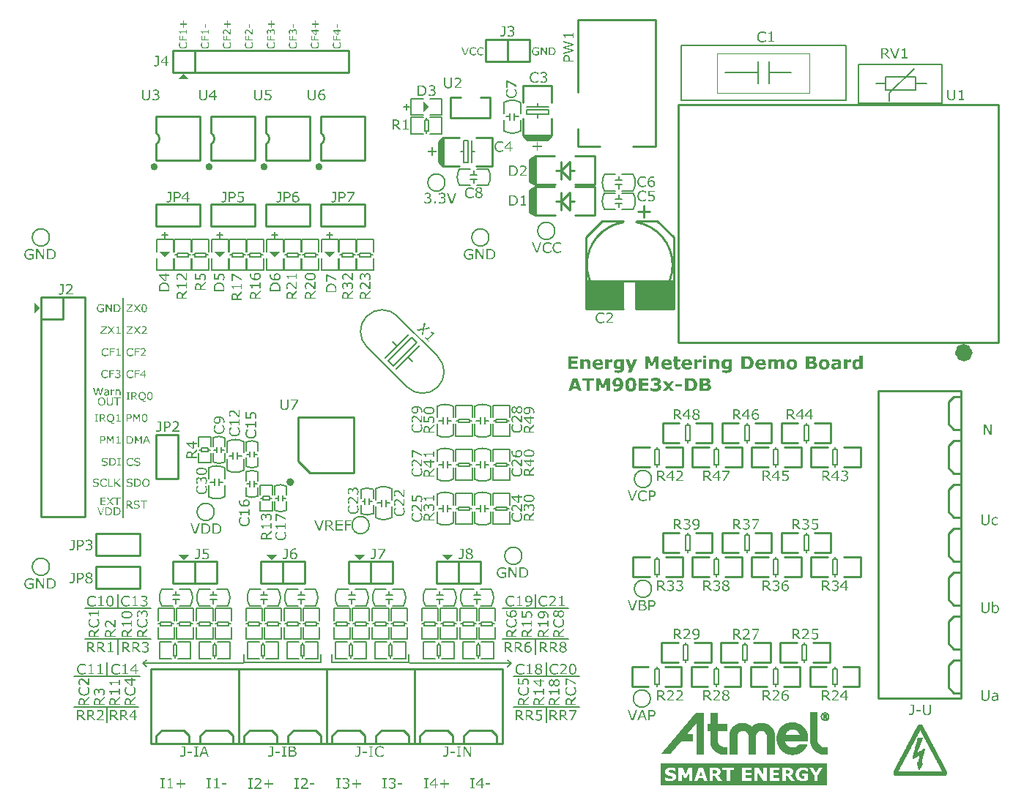
<source format=gto>
%FSLAX25Y25*%
%MOIN*%
G70*
G01*
G75*
G04:AMPARAMS|DCode=10|XSize=78.74mil|YSize=177.16mil|CornerRadius=0mil|HoleSize=0mil|Usage=FLASHONLY|Rotation=45.000|XOffset=0mil|YOffset=0mil|HoleType=Round|Shape=Rectangle|*
%AMROTATEDRECTD10*
4,1,4,0.03480,-0.09048,-0.09048,0.03480,-0.03480,0.09048,0.09048,-0.03480,0.03480,-0.09048,0.0*
%
%ADD10ROTATEDRECTD10*%

%ADD11R,0.05500X0.04000*%
%ADD12O,0.06000X0.11024*%
%ADD13R,0.06000X0.11024*%
G04:AMPARAMS|DCode=14|XSize=74.8mil|YSize=129.92mil|CornerRadius=0mil|HoleSize=0mil|Usage=FLASHONLY|Rotation=0.000|XOffset=0mil|YOffset=0mil|HoleType=Round|Shape=Octagon|*
%AMOCTAGOND14*
4,1,8,-0.01870,0.06496,0.01870,0.06496,0.03740,0.04626,0.03740,-0.04626,0.01870,-0.06496,-0.01870,-0.06496,-0.03740,-0.04626,-0.03740,0.04626,-0.01870,0.06496,0.0*
%
%ADD14OCTAGOND14*%

%ADD15R,0.02756X0.07087*%
%ADD16R,0.02756X0.05315*%
%ADD17R,0.04000X0.05500*%
%ADD18R,0.06000X0.06000*%
%ADD19R,0.07500X0.10000*%
%ADD20R,0.03500X0.03000*%
%ADD21R,0.06000X0.10000*%
%ADD22R,0.10000X0.06000*%
%ADD23R,0.04725X0.13779*%
%ADD24R,0.04725X0.13779*%
%ADD25R,0.06299X0.01181*%
%ADD26R,0.01181X0.06299*%
%ADD27C,0.02500*%
%ADD28C,0.05000*%
%ADD29C,0.01200*%
%ADD30C,0.01000*%
%ADD31C,0.02000*%
%ADD32C,0.03000*%
%ADD33C,0.01500*%
%ADD34C,0.06000*%
%ADD35R,0.05906X0.05906*%
%ADD36C,0.05906*%
%ADD37C,0.06500*%
%ADD38O,0.07874X0.15748*%
%ADD39O,0.15748X0.07874*%
%ADD40O,0.16535X0.07874*%
%ADD41R,0.10236X0.10236*%
%ADD42C,0.10236*%
%ADD43R,0.09449X0.09449*%
%ADD44C,0.09449*%
%ADD45R,0.05906X0.05906*%
%ADD46C,0.08000*%
%ADD47C,0.02000*%
%ADD48R,0.05000X0.06000*%
%ADD49C,0.00800*%
%ADD50C,0.01600*%
%ADD51C,0.00100*%
%ADD52C,0.01969*%
%ADD53C,0.04000*%
%ADD54C,0.00787*%
%ADD55C,0.00600*%
%ADD56R,0.05000X0.00400*%
%ADD57R,0.00400X0.05000*%
G36*
X153737Y-32631D02*
X153841Y-32646D01*
X153863D01*
X153893Y-32653D01*
X153922Y-32660D01*
X154011Y-32675D01*
X154107Y-32697D01*
Y-33312D01*
X154063D01*
X154055Y-33304D01*
X154033Y-33297D01*
X154004Y-33282D01*
X153967Y-33267D01*
X153915Y-33252D01*
X153863Y-33238D01*
X153796Y-33223D01*
X153789D01*
X153767Y-33215D01*
X153730Y-33208D01*
X153685Y-33201D01*
X153626Y-33193D01*
X153567Y-33186D01*
X153426Y-33178D01*
X153360D01*
X153315Y-33186D01*
X153256Y-33193D01*
X153190Y-33201D01*
X153116Y-33215D01*
X153034Y-33230D01*
X152857Y-33282D01*
X152760Y-33319D01*
X152672Y-33363D01*
X152583Y-33415D01*
X152494Y-33467D01*
X152405Y-33541D01*
X152324Y-33615D01*
X152316Y-33622D01*
X152309Y-33637D01*
X152287Y-33659D01*
X152257Y-33696D01*
X152228Y-33733D01*
X152191Y-33793D01*
X152154Y-33852D01*
X152109Y-33918D01*
X152072Y-34000D01*
X152028Y-34089D01*
X151991Y-34185D01*
X151954Y-34288D01*
X151917Y-34399D01*
X151887Y-34518D01*
X151865Y-34651D01*
X151850Y-34784D01*
X151865Y-34777D01*
X151895Y-34755D01*
X151946Y-34725D01*
X152013Y-34688D01*
X152094Y-34651D01*
X152183Y-34607D01*
X152279Y-34570D01*
X152376Y-34533D01*
X152390Y-34525D01*
X152420Y-34518D01*
X152479Y-34503D01*
X152553Y-34488D01*
X152642Y-34473D01*
X152746Y-34459D01*
X152857Y-34444D01*
X153093D01*
X153167Y-34451D01*
X153249Y-34459D01*
X153345Y-34466D01*
X153434Y-34481D01*
X153523Y-34503D01*
X153530D01*
X153567Y-34518D01*
X153611Y-34533D01*
X153671Y-34555D01*
X153745Y-34584D01*
X153826Y-34621D01*
X153915Y-34673D01*
X154004Y-34732D01*
X154018Y-34740D01*
X154048Y-34769D01*
X154100Y-34806D01*
X154159Y-34866D01*
X154233Y-34940D01*
X154300Y-35021D01*
X154366Y-35117D01*
X154425Y-35228D01*
X154433Y-35243D01*
X154448Y-35280D01*
X154470Y-35347D01*
X154499Y-35428D01*
X154529Y-35532D01*
X154551Y-35657D01*
X154566Y-35798D01*
X154573Y-35953D01*
Y-35961D01*
Y-35983D01*
Y-36020D01*
X154566Y-36072D01*
X154559Y-36138D01*
X154551Y-36205D01*
X154536Y-36286D01*
X154514Y-36375D01*
X154455Y-36560D01*
X154418Y-36656D01*
X154374Y-36760D01*
X154314Y-36856D01*
X154248Y-36952D01*
X154174Y-37049D01*
X154092Y-37137D01*
X154085Y-37145D01*
X154070Y-37160D01*
X154041Y-37182D01*
X154004Y-37211D01*
X153959Y-37241D01*
X153900Y-37285D01*
X153841Y-37322D01*
X153767Y-37367D01*
X153685Y-37411D01*
X153589Y-37448D01*
X153493Y-37493D01*
X153389Y-37522D01*
X153278Y-37552D01*
X153160Y-37574D01*
X153034Y-37589D01*
X152908Y-37596D01*
X152849D01*
X152783Y-37589D01*
X152694Y-37581D01*
X152598Y-37574D01*
X152487Y-37552D01*
X152376Y-37530D01*
X152265Y-37493D01*
X152250Y-37485D01*
X152213Y-37470D01*
X152161Y-37448D01*
X152094Y-37411D01*
X152013Y-37367D01*
X151924Y-37308D01*
X151843Y-37241D01*
X151754Y-37167D01*
X151739Y-37152D01*
X151710Y-37115D01*
X151658Y-37056D01*
X151599Y-36982D01*
X151532Y-36878D01*
X151458Y-36760D01*
X151391Y-36619D01*
X151332Y-36464D01*
Y-36457D01*
X151325Y-36442D01*
X151317Y-36420D01*
X151310Y-36383D01*
X151295Y-36338D01*
X151288Y-36294D01*
X151273Y-36235D01*
X151258Y-36161D01*
X151229Y-36005D01*
X151206Y-35828D01*
X151192Y-35620D01*
X151184Y-35398D01*
Y-35391D01*
Y-35369D01*
Y-35339D01*
Y-35287D01*
X151192Y-35236D01*
Y-35169D01*
X151199Y-35095D01*
Y-35021D01*
X151214Y-34843D01*
X151243Y-34658D01*
X151273Y-34459D01*
X151317Y-34274D01*
Y-34266D01*
X151325Y-34251D01*
X151332Y-34222D01*
X151340Y-34192D01*
X151354Y-34148D01*
X151377Y-34096D01*
X151421Y-33978D01*
X151480Y-33844D01*
X151562Y-33696D01*
X151650Y-33548D01*
X151754Y-33400D01*
Y-33393D01*
X151769Y-33386D01*
X151806Y-33341D01*
X151865Y-33275D01*
X151954Y-33193D01*
X152057Y-33104D01*
X152176Y-33008D01*
X152324Y-32912D01*
X152479Y-32831D01*
X152487D01*
X152501Y-32823D01*
X152524Y-32808D01*
X152561Y-32801D01*
X152605Y-32779D01*
X152657Y-32764D01*
X152716Y-32749D01*
X152783Y-32727D01*
X152931Y-32690D01*
X153108Y-32653D01*
X153308Y-32631D01*
X153523Y-32623D01*
X153634D01*
X153737Y-32631D01*
D02*
G37*
G36*
X125678Y-35583D02*
Y-35591D01*
Y-35606D01*
Y-35635D01*
Y-35672D01*
Y-35717D01*
X125670Y-35768D01*
X125663Y-35894D01*
X125648Y-36035D01*
X125626Y-36183D01*
X125596Y-36338D01*
X125559Y-36494D01*
Y-36501D01*
X125552Y-36508D01*
X125545Y-36531D01*
X125537Y-36560D01*
X125508Y-36627D01*
X125471Y-36716D01*
X125419Y-36819D01*
X125352Y-36923D01*
X125278Y-37034D01*
X125182Y-37130D01*
X125175Y-37137D01*
X125138Y-37167D01*
X125086Y-37211D01*
X125019Y-37263D01*
X124930Y-37322D01*
X124834Y-37382D01*
X124723Y-37441D01*
X124605Y-37485D01*
X124590Y-37493D01*
X124546Y-37500D01*
X124479Y-37522D01*
X124383Y-37537D01*
X124272Y-37559D01*
X124139Y-37581D01*
X123991Y-37589D01*
X123835Y-37596D01*
X123761D01*
X123672Y-37589D01*
X123569Y-37581D01*
X123443Y-37567D01*
X123310Y-37544D01*
X123177Y-37515D01*
X123043Y-37478D01*
X123029Y-37470D01*
X122992Y-37456D01*
X122925Y-37426D01*
X122851Y-37389D01*
X122762Y-37337D01*
X122666Y-37278D01*
X122577Y-37211D01*
X122488Y-37130D01*
X122474Y-37115D01*
X122444Y-37086D01*
X122400Y-37026D01*
X122340Y-36952D01*
X122281Y-36864D01*
X122215Y-36753D01*
X122163Y-36634D01*
X122111Y-36501D01*
Y-36494D01*
X122104Y-36486D01*
Y-36464D01*
X122096Y-36434D01*
X122089Y-36397D01*
X122074Y-36353D01*
X122059Y-36242D01*
X122037Y-36109D01*
X122015Y-35953D01*
X122007Y-35776D01*
X122000Y-35583D01*
Y-32720D01*
X122636D01*
Y-35613D01*
Y-35620D01*
Y-35628D01*
Y-35650D01*
Y-35680D01*
Y-35746D01*
X122644Y-35835D01*
X122651Y-35931D01*
X122659Y-36035D01*
X122673Y-36138D01*
X122688Y-36227D01*
Y-36235D01*
X122696Y-36264D01*
X122710Y-36309D01*
X122733Y-36360D01*
X122755Y-36427D01*
X122784Y-36494D01*
X122866Y-36634D01*
X122873Y-36642D01*
X122895Y-36671D01*
X122925Y-36708D01*
X122969Y-36753D01*
X123021Y-36804D01*
X123088Y-36849D01*
X123162Y-36901D01*
X123251Y-36945D01*
X123265Y-36952D01*
X123295Y-36960D01*
X123347Y-36975D01*
X123413Y-36997D01*
X123502Y-37019D01*
X123598Y-37034D01*
X123709Y-37041D01*
X123835Y-37049D01*
X123894D01*
X123954Y-37041D01*
X124035Y-37034D01*
X124131Y-37026D01*
X124227Y-37004D01*
X124324Y-36982D01*
X124420Y-36945D01*
X124427Y-36938D01*
X124457Y-36923D01*
X124501Y-36901D01*
X124560Y-36864D01*
X124620Y-36827D01*
X124686Y-36767D01*
X124745Y-36708D01*
X124805Y-36634D01*
X124812Y-36627D01*
X124827Y-36605D01*
X124849Y-36560D01*
X124871Y-36508D01*
X124901Y-36449D01*
X124930Y-36375D01*
X124960Y-36301D01*
X124982Y-36212D01*
Y-36205D01*
X124990Y-36168D01*
X125004Y-36116D01*
X125012Y-36050D01*
X125027Y-35968D01*
X125034Y-35865D01*
X125041Y-35754D01*
Y-35628D01*
Y-32720D01*
X125678D01*
Y-35583D01*
D02*
G37*
G36*
X150178D02*
Y-35591D01*
Y-35606D01*
Y-35635D01*
Y-35672D01*
Y-35717D01*
X150170Y-35768D01*
X150163Y-35894D01*
X150148Y-36035D01*
X150126Y-36183D01*
X150096Y-36338D01*
X150059Y-36494D01*
Y-36501D01*
X150052Y-36508D01*
X150045Y-36531D01*
X150037Y-36560D01*
X150008Y-36627D01*
X149971Y-36716D01*
X149919Y-36819D01*
X149852Y-36923D01*
X149778Y-37034D01*
X149682Y-37130D01*
X149675Y-37137D01*
X149638Y-37167D01*
X149586Y-37211D01*
X149519Y-37263D01*
X149430Y-37322D01*
X149334Y-37382D01*
X149223Y-37441D01*
X149105Y-37485D01*
X149090Y-37493D01*
X149046Y-37500D01*
X148979Y-37522D01*
X148883Y-37537D01*
X148772Y-37559D01*
X148639Y-37581D01*
X148491Y-37589D01*
X148335Y-37596D01*
X148261D01*
X148172Y-37589D01*
X148069Y-37581D01*
X147943Y-37567D01*
X147810Y-37544D01*
X147677Y-37515D01*
X147543Y-37478D01*
X147529Y-37470D01*
X147492Y-37456D01*
X147425Y-37426D01*
X147351Y-37389D01*
X147262Y-37337D01*
X147166Y-37278D01*
X147077Y-37211D01*
X146988Y-37130D01*
X146974Y-37115D01*
X146944Y-37086D01*
X146900Y-37026D01*
X146840Y-36952D01*
X146781Y-36864D01*
X146715Y-36753D01*
X146663Y-36634D01*
X146611Y-36501D01*
Y-36494D01*
X146604Y-36486D01*
Y-36464D01*
X146596Y-36434D01*
X146589Y-36397D01*
X146574Y-36353D01*
X146559Y-36242D01*
X146537Y-36109D01*
X146515Y-35953D01*
X146507Y-35776D01*
X146500Y-35583D01*
Y-32720D01*
X147136D01*
Y-35613D01*
Y-35620D01*
Y-35628D01*
Y-35650D01*
Y-35680D01*
Y-35746D01*
X147144Y-35835D01*
X147151Y-35931D01*
X147159Y-36035D01*
X147173Y-36138D01*
X147188Y-36227D01*
Y-36235D01*
X147196Y-36264D01*
X147210Y-36309D01*
X147233Y-36360D01*
X147255Y-36427D01*
X147284Y-36494D01*
X147366Y-36634D01*
X147373Y-36642D01*
X147395Y-36671D01*
X147425Y-36708D01*
X147469Y-36753D01*
X147521Y-36804D01*
X147588Y-36849D01*
X147662Y-36901D01*
X147751Y-36945D01*
X147765Y-36952D01*
X147795Y-36960D01*
X147847Y-36975D01*
X147913Y-36997D01*
X148002Y-37019D01*
X148098Y-37034D01*
X148209Y-37041D01*
X148335Y-37049D01*
X148394D01*
X148454Y-37041D01*
X148535Y-37034D01*
X148631Y-37026D01*
X148727Y-37004D01*
X148824Y-36982D01*
X148920Y-36945D01*
X148927Y-36938D01*
X148957Y-36923D01*
X149001Y-36901D01*
X149060Y-36864D01*
X149120Y-36827D01*
X149186Y-36767D01*
X149245Y-36708D01*
X149305Y-36634D01*
X149312Y-36627D01*
X149327Y-36605D01*
X149349Y-36560D01*
X149371Y-36508D01*
X149401Y-36449D01*
X149430Y-36375D01*
X149460Y-36301D01*
X149482Y-36212D01*
Y-36205D01*
X149490Y-36168D01*
X149504Y-36116D01*
X149512Y-36050D01*
X149527Y-35968D01*
X149534Y-35865D01*
X149541Y-35754D01*
Y-35628D01*
Y-32720D01*
X150178D01*
Y-35583D01*
D02*
G37*
G36*
X142014Y-174437D02*
X139853Y-178500D01*
X139165D01*
X141459Y-174282D01*
X138743D01*
Y-173720D01*
X142014D01*
Y-174437D01*
D02*
G37*
G36*
X137678Y-176583D02*
Y-176591D01*
Y-176606D01*
Y-176635D01*
Y-176672D01*
Y-176717D01*
X137670Y-176768D01*
X137663Y-176894D01*
X137648Y-177035D01*
X137626Y-177183D01*
X137596Y-177338D01*
X137559Y-177494D01*
Y-177501D01*
X137552Y-177508D01*
X137545Y-177531D01*
X137537Y-177560D01*
X137508Y-177627D01*
X137471Y-177716D01*
X137419Y-177819D01*
X137352Y-177923D01*
X137278Y-178034D01*
X137182Y-178130D01*
X137175Y-178137D01*
X137138Y-178167D01*
X137086Y-178211D01*
X137019Y-178263D01*
X136930Y-178322D01*
X136834Y-178382D01*
X136723Y-178441D01*
X136605Y-178485D01*
X136590Y-178493D01*
X136546Y-178500D01*
X136479Y-178522D01*
X136383Y-178537D01*
X136272Y-178559D01*
X136139Y-178581D01*
X135991Y-178589D01*
X135835Y-178596D01*
X135761D01*
X135672Y-178589D01*
X135569Y-178581D01*
X135443Y-178567D01*
X135310Y-178544D01*
X135177Y-178515D01*
X135043Y-178478D01*
X135029Y-178470D01*
X134992Y-178456D01*
X134925Y-178426D01*
X134851Y-178389D01*
X134762Y-178337D01*
X134666Y-178278D01*
X134577Y-178211D01*
X134488Y-178130D01*
X134474Y-178115D01*
X134444Y-178086D01*
X134400Y-178026D01*
X134340Y-177952D01*
X134281Y-177864D01*
X134215Y-177753D01*
X134163Y-177634D01*
X134111Y-177501D01*
Y-177494D01*
X134104Y-177486D01*
Y-177464D01*
X134096Y-177434D01*
X134089Y-177397D01*
X134074Y-177353D01*
X134059Y-177242D01*
X134037Y-177109D01*
X134015Y-176953D01*
X134007Y-176776D01*
X134000Y-176583D01*
Y-173720D01*
X134636D01*
Y-176613D01*
Y-176620D01*
Y-176628D01*
Y-176650D01*
Y-176680D01*
Y-176746D01*
X134644Y-176835D01*
X134651Y-176931D01*
X134659Y-177035D01*
X134673Y-177138D01*
X134688Y-177227D01*
Y-177235D01*
X134696Y-177264D01*
X134710Y-177309D01*
X134733Y-177360D01*
X134755Y-177427D01*
X134784Y-177494D01*
X134866Y-177634D01*
X134873Y-177642D01*
X134895Y-177671D01*
X134925Y-177708D01*
X134969Y-177753D01*
X135021Y-177804D01*
X135088Y-177849D01*
X135162Y-177901D01*
X135251Y-177945D01*
X135265Y-177952D01*
X135295Y-177960D01*
X135347Y-177975D01*
X135413Y-177997D01*
X135502Y-178019D01*
X135598Y-178034D01*
X135709Y-178041D01*
X135835Y-178049D01*
X135894D01*
X135954Y-178041D01*
X136035Y-178034D01*
X136131Y-178026D01*
X136227Y-178004D01*
X136324Y-177982D01*
X136420Y-177945D01*
X136427Y-177938D01*
X136457Y-177923D01*
X136501Y-177901D01*
X136560Y-177864D01*
X136620Y-177827D01*
X136686Y-177767D01*
X136745Y-177708D01*
X136805Y-177634D01*
X136812Y-177627D01*
X136827Y-177605D01*
X136849Y-177560D01*
X136871Y-177508D01*
X136901Y-177449D01*
X136930Y-177375D01*
X136960Y-177301D01*
X136982Y-177212D01*
Y-177205D01*
X136990Y-177168D01*
X137004Y-177116D01*
X137012Y-177050D01*
X137027Y-176968D01*
X137034Y-176865D01*
X137041Y-176754D01*
Y-176628D01*
Y-173720D01*
X137678D01*
Y-176583D01*
D02*
G37*
G36*
X74678Y-35583D02*
Y-35591D01*
Y-35606D01*
Y-35635D01*
Y-35672D01*
Y-35717D01*
X74670Y-35768D01*
X74663Y-35894D01*
X74648Y-36035D01*
X74626Y-36183D01*
X74596Y-36338D01*
X74559Y-36494D01*
Y-36501D01*
X74552Y-36508D01*
X74545Y-36531D01*
X74537Y-36560D01*
X74508Y-36627D01*
X74471Y-36716D01*
X74419Y-36819D01*
X74352Y-36923D01*
X74278Y-37034D01*
X74182Y-37130D01*
X74175Y-37137D01*
X74138Y-37167D01*
X74086Y-37211D01*
X74019Y-37263D01*
X73930Y-37322D01*
X73834Y-37382D01*
X73723Y-37441D01*
X73605Y-37485D01*
X73590Y-37493D01*
X73546Y-37500D01*
X73479Y-37522D01*
X73383Y-37537D01*
X73272Y-37559D01*
X73139Y-37581D01*
X72991Y-37589D01*
X72835Y-37596D01*
X72761D01*
X72672Y-37589D01*
X72569Y-37581D01*
X72443Y-37567D01*
X72310Y-37544D01*
X72177Y-37515D01*
X72043Y-37478D01*
X72029Y-37470D01*
X71992Y-37456D01*
X71925Y-37426D01*
X71851Y-37389D01*
X71762Y-37337D01*
X71666Y-37278D01*
X71577Y-37211D01*
X71488Y-37130D01*
X71474Y-37115D01*
X71444Y-37086D01*
X71400Y-37026D01*
X71340Y-36952D01*
X71281Y-36864D01*
X71215Y-36753D01*
X71163Y-36634D01*
X71111Y-36501D01*
Y-36494D01*
X71104Y-36486D01*
Y-36464D01*
X71096Y-36434D01*
X71089Y-36397D01*
X71074Y-36353D01*
X71059Y-36242D01*
X71037Y-36109D01*
X71015Y-35953D01*
X71007Y-35776D01*
X71000Y-35583D01*
Y-32720D01*
X71636D01*
Y-35613D01*
Y-35620D01*
Y-35628D01*
Y-35650D01*
Y-35680D01*
Y-35746D01*
X71644Y-35835D01*
X71651Y-35931D01*
X71659Y-36035D01*
X71673Y-36138D01*
X71688Y-36227D01*
Y-36235D01*
X71696Y-36264D01*
X71710Y-36309D01*
X71733Y-36360D01*
X71755Y-36427D01*
X71784Y-36494D01*
X71866Y-36634D01*
X71873Y-36642D01*
X71895Y-36671D01*
X71925Y-36708D01*
X71969Y-36753D01*
X72021Y-36804D01*
X72088Y-36849D01*
X72162Y-36901D01*
X72251Y-36945D01*
X72265Y-36952D01*
X72295Y-36960D01*
X72347Y-36975D01*
X72413Y-36997D01*
X72502Y-37019D01*
X72598Y-37034D01*
X72709Y-37041D01*
X72835Y-37049D01*
X72894D01*
X72954Y-37041D01*
X73035Y-37034D01*
X73131Y-37026D01*
X73227Y-37004D01*
X73324Y-36982D01*
X73420Y-36945D01*
X73427Y-36938D01*
X73457Y-36923D01*
X73501Y-36901D01*
X73560Y-36864D01*
X73620Y-36827D01*
X73686Y-36767D01*
X73745Y-36708D01*
X73805Y-36634D01*
X73812Y-36627D01*
X73827Y-36605D01*
X73849Y-36560D01*
X73871Y-36508D01*
X73901Y-36449D01*
X73930Y-36375D01*
X73960Y-36301D01*
X73982Y-36212D01*
Y-36205D01*
X73990Y-36168D01*
X74004Y-36116D01*
X74012Y-36050D01*
X74027Y-35968D01*
X74034Y-35865D01*
X74041Y-35754D01*
Y-35628D01*
Y-32720D01*
X74678D01*
Y-35583D01*
D02*
G37*
G36*
X77475Y-32631D02*
X77571Y-32638D01*
X77675Y-32653D01*
X77778Y-32668D01*
X77882Y-32690D01*
X77897D01*
X77926Y-32705D01*
X77978Y-32720D01*
X78045Y-32742D01*
X78119Y-32771D01*
X78200Y-32808D01*
X78363Y-32897D01*
X78370Y-32905D01*
X78400Y-32927D01*
X78444Y-32956D01*
X78496Y-33001D01*
X78548Y-33060D01*
X78607Y-33119D01*
X78659Y-33193D01*
X78711Y-33275D01*
X78718Y-33282D01*
X78733Y-33312D01*
X78748Y-33356D01*
X78777Y-33415D01*
X78800Y-33489D01*
X78814Y-33578D01*
X78829Y-33674D01*
X78837Y-33778D01*
Y-33785D01*
Y-33793D01*
Y-33815D01*
X78829Y-33844D01*
X78822Y-33918D01*
X78800Y-34015D01*
X78770Y-34126D01*
X78718Y-34237D01*
X78644Y-34355D01*
X78548Y-34473D01*
X78533Y-34488D01*
X78496Y-34518D01*
X78437Y-34570D01*
X78363Y-34629D01*
X78259Y-34695D01*
X78148Y-34755D01*
X78023Y-34814D01*
X77882Y-34851D01*
Y-34895D01*
X77889D01*
X77912Y-34903D01*
X77941D01*
X77986Y-34917D01*
X78037Y-34932D01*
X78097Y-34947D01*
X78237Y-34999D01*
X78245D01*
X78274Y-35014D01*
X78311Y-35028D01*
X78356Y-35058D01*
X78467Y-35117D01*
X78578Y-35206D01*
X78585Y-35213D01*
X78607Y-35228D01*
X78629Y-35258D01*
X78666Y-35302D01*
X78711Y-35347D01*
X78748Y-35406D01*
X78792Y-35480D01*
X78829Y-35554D01*
X78837Y-35561D01*
X78844Y-35591D01*
X78859Y-35635D01*
X78881Y-35694D01*
X78903Y-35776D01*
X78918Y-35865D01*
X78925Y-35968D01*
X78933Y-36087D01*
Y-36101D01*
Y-36138D01*
X78925Y-36205D01*
X78918Y-36286D01*
X78903Y-36375D01*
X78881Y-36479D01*
X78851Y-36582D01*
X78807Y-36686D01*
X78800Y-36701D01*
X78785Y-36730D01*
X78755Y-36782D01*
X78718Y-36849D01*
X78674Y-36923D01*
X78615Y-37004D01*
X78548Y-37078D01*
X78474Y-37160D01*
X78467Y-37167D01*
X78430Y-37197D01*
X78385Y-37241D01*
X78319Y-37285D01*
X78230Y-37345D01*
X78134Y-37396D01*
X78030Y-37448D01*
X77912Y-37493D01*
X77897Y-37500D01*
X77852Y-37507D01*
X77786Y-37522D01*
X77697Y-37544D01*
X77593Y-37567D01*
X77475Y-37581D01*
X77334Y-37589D01*
X77194Y-37596D01*
X77127D01*
X77046Y-37589D01*
X76950Y-37581D01*
X76824Y-37574D01*
X76698Y-37552D01*
X76557Y-37530D01*
X76409Y-37500D01*
X76402D01*
X76395Y-37493D01*
X76372D01*
X76343Y-37485D01*
X76276Y-37463D01*
X76187Y-37441D01*
X76084Y-37411D01*
X75980Y-37382D01*
X75877Y-37337D01*
X75780Y-37300D01*
Y-36619D01*
X75825D01*
X75840Y-36627D01*
X75877Y-36649D01*
X75928Y-36686D01*
X76010Y-36723D01*
X76106Y-36775D01*
X76210Y-36827D01*
X76335Y-36878D01*
X76469Y-36923D01*
X76476D01*
X76483Y-36930D01*
X76506D01*
X76535Y-36938D01*
X76602Y-36960D01*
X76698Y-36982D01*
X76809Y-37004D01*
X76927Y-37019D01*
X77053Y-37034D01*
X77186Y-37041D01*
X77223D01*
X77260Y-37034D01*
X77312D01*
X77379Y-37026D01*
X77453Y-37012D01*
X77616Y-36975D01*
X77623D01*
X77653Y-36960D01*
X77697Y-36945D01*
X77749Y-36923D01*
X77867Y-36864D01*
X77926Y-36827D01*
X77986Y-36782D01*
X77993Y-36775D01*
X78008Y-36760D01*
X78037Y-36730D01*
X78067Y-36693D01*
X78104Y-36642D01*
X78141Y-36590D01*
X78208Y-36471D01*
Y-36464D01*
X78222Y-36442D01*
X78230Y-36405D01*
X78245Y-36353D01*
X78259Y-36294D01*
X78267Y-36220D01*
X78282Y-36138D01*
Y-36042D01*
Y-36027D01*
Y-35998D01*
X78274Y-35953D01*
Y-35894D01*
X78259Y-35828D01*
X78245Y-35754D01*
X78222Y-35687D01*
X78193Y-35620D01*
Y-35613D01*
X78178Y-35591D01*
X78163Y-35561D01*
X78134Y-35524D01*
X78067Y-35435D01*
X77971Y-35354D01*
X77963Y-35347D01*
X77941Y-35339D01*
X77912Y-35317D01*
X77875Y-35295D01*
X77823Y-35273D01*
X77756Y-35250D01*
X77690Y-35228D01*
X77616Y-35213D01*
X77608D01*
X77579Y-35206D01*
X77534Y-35199D01*
X77482Y-35191D01*
X77416D01*
X77342Y-35184D01*
X77172Y-35176D01*
X76883D01*
Y-34644D01*
X77186D01*
X77231Y-34636D01*
X77275D01*
X77386Y-34621D01*
X77512Y-34592D01*
X77645Y-34562D01*
X77771Y-34510D01*
X77889Y-34444D01*
X77904Y-34436D01*
X77934Y-34407D01*
X77986Y-34355D01*
X78037Y-34288D01*
X78089Y-34207D01*
X78141Y-34103D01*
X78171Y-33985D01*
X78185Y-33844D01*
Y-33837D01*
Y-33815D01*
Y-33785D01*
X78178Y-33741D01*
X78156Y-33645D01*
X78111Y-33548D01*
Y-33541D01*
X78097Y-33526D01*
X78082Y-33504D01*
X78060Y-33467D01*
X77993Y-33400D01*
X77904Y-33326D01*
X77897Y-33319D01*
X77882Y-33312D01*
X77852Y-33297D01*
X77815Y-33282D01*
X77771Y-33260D01*
X77719Y-33245D01*
X77601Y-33215D01*
X77593D01*
X77571Y-33208D01*
X77542Y-33201D01*
X77497Y-33193D01*
X77445D01*
X77386Y-33186D01*
X77246Y-33178D01*
X77194D01*
X77135Y-33186D01*
X77053Y-33193D01*
X76957Y-33208D01*
X76846Y-33223D01*
X76720Y-33252D01*
X76594Y-33289D01*
X76580Y-33297D01*
X76535Y-33312D01*
X76469Y-33334D01*
X76387Y-33371D01*
X76291Y-33415D01*
X76180Y-33467D01*
X76069Y-33526D01*
X75951Y-33600D01*
X75921D01*
Y-32927D01*
X75928Y-32919D01*
X75965Y-32905D01*
X76010Y-32890D01*
X76076Y-32860D01*
X76165Y-32831D01*
X76269Y-32794D01*
X76387Y-32757D01*
X76520Y-32720D01*
X76528D01*
X76535Y-32712D01*
X76557D01*
X76587Y-32705D01*
X76661Y-32690D01*
X76757Y-32668D01*
X76876Y-32653D01*
X77001Y-32638D01*
X77135Y-32631D01*
X77268Y-32623D01*
X77394D01*
X77475Y-32631D01*
D02*
G37*
G36*
X100678Y-35583D02*
Y-35591D01*
Y-35606D01*
Y-35635D01*
Y-35672D01*
Y-35717D01*
X100670Y-35768D01*
X100663Y-35894D01*
X100648Y-36035D01*
X100626Y-36183D01*
X100596Y-36338D01*
X100559Y-36494D01*
Y-36501D01*
X100552Y-36508D01*
X100545Y-36531D01*
X100537Y-36560D01*
X100508Y-36627D01*
X100471Y-36716D01*
X100419Y-36819D01*
X100352Y-36923D01*
X100278Y-37034D01*
X100182Y-37130D01*
X100175Y-37137D01*
X100138Y-37167D01*
X100086Y-37211D01*
X100019Y-37263D01*
X99930Y-37322D01*
X99834Y-37382D01*
X99723Y-37441D01*
X99605Y-37485D01*
X99590Y-37493D01*
X99546Y-37500D01*
X99479Y-37522D01*
X99383Y-37537D01*
X99272Y-37559D01*
X99139Y-37581D01*
X98991Y-37589D01*
X98835Y-37596D01*
X98761D01*
X98672Y-37589D01*
X98569Y-37581D01*
X98443Y-37567D01*
X98310Y-37544D01*
X98177Y-37515D01*
X98043Y-37478D01*
X98029Y-37470D01*
X97992Y-37456D01*
X97925Y-37426D01*
X97851Y-37389D01*
X97762Y-37337D01*
X97666Y-37278D01*
X97577Y-37211D01*
X97488Y-37130D01*
X97474Y-37115D01*
X97444Y-37086D01*
X97400Y-37026D01*
X97340Y-36952D01*
X97281Y-36864D01*
X97215Y-36753D01*
X97163Y-36634D01*
X97111Y-36501D01*
Y-36494D01*
X97104Y-36486D01*
Y-36464D01*
X97096Y-36434D01*
X97089Y-36397D01*
X97074Y-36353D01*
X97059Y-36242D01*
X97037Y-36109D01*
X97015Y-35953D01*
X97007Y-35776D01*
X97000Y-35583D01*
Y-32720D01*
X97636D01*
Y-35613D01*
Y-35620D01*
Y-35628D01*
Y-35650D01*
Y-35680D01*
Y-35746D01*
X97644Y-35835D01*
X97651Y-35931D01*
X97659Y-36035D01*
X97673Y-36138D01*
X97688Y-36227D01*
Y-36235D01*
X97696Y-36264D01*
X97710Y-36309D01*
X97733Y-36360D01*
X97755Y-36427D01*
X97784Y-36494D01*
X97866Y-36634D01*
X97873Y-36642D01*
X97895Y-36671D01*
X97925Y-36708D01*
X97969Y-36753D01*
X98021Y-36804D01*
X98088Y-36849D01*
X98162Y-36901D01*
X98251Y-36945D01*
X98265Y-36952D01*
X98295Y-36960D01*
X98347Y-36975D01*
X98413Y-36997D01*
X98502Y-37019D01*
X98598Y-37034D01*
X98709Y-37041D01*
X98835Y-37049D01*
X98894D01*
X98954Y-37041D01*
X99035Y-37034D01*
X99131Y-37026D01*
X99227Y-37004D01*
X99324Y-36982D01*
X99420Y-36945D01*
X99427Y-36938D01*
X99457Y-36923D01*
X99501Y-36901D01*
X99560Y-36864D01*
X99620Y-36827D01*
X99686Y-36767D01*
X99745Y-36708D01*
X99805Y-36634D01*
X99812Y-36627D01*
X99827Y-36605D01*
X99849Y-36560D01*
X99871Y-36508D01*
X99901Y-36449D01*
X99930Y-36375D01*
X99960Y-36301D01*
X99982Y-36212D01*
Y-36205D01*
X99990Y-36168D01*
X100004Y-36116D01*
X100012Y-36050D01*
X100027Y-35968D01*
X100034Y-35865D01*
X100041Y-35754D01*
Y-35628D01*
Y-32720D01*
X100678D01*
Y-35583D01*
D02*
G37*
G36*
X129933Y-33282D02*
X127668D01*
Y-34555D01*
X127691D01*
X127720Y-34547D01*
X127750D01*
X127839Y-34540D01*
X127942Y-34533D01*
X127994D01*
X128031Y-34525D01*
X128342D01*
X128431Y-34533D01*
X128534Y-34540D01*
X128645Y-34555D01*
X128764Y-34570D01*
X128875Y-34592D01*
X128889D01*
X128926Y-34607D01*
X128978Y-34621D01*
X129052Y-34644D01*
X129134Y-34681D01*
X129230Y-34718D01*
X129319Y-34769D01*
X129415Y-34829D01*
X129430Y-34836D01*
X129459Y-34858D01*
X129504Y-34903D01*
X129563Y-34954D01*
X129629Y-35021D01*
X129696Y-35095D01*
X129755Y-35184D01*
X129814Y-35287D01*
X129822Y-35302D01*
X129837Y-35339D01*
X129859Y-35398D01*
X129888Y-35480D01*
X129918Y-35576D01*
X129940Y-35694D01*
X129955Y-35835D01*
X129962Y-35983D01*
Y-35998D01*
Y-36042D01*
X129955Y-36101D01*
X129948Y-36190D01*
X129933Y-36286D01*
X129911Y-36390D01*
X129881Y-36508D01*
X129837Y-36619D01*
X129829Y-36634D01*
X129814Y-36671D01*
X129785Y-36723D01*
X129748Y-36797D01*
X129703Y-36878D01*
X129644Y-36967D01*
X129578Y-37056D01*
X129504Y-37137D01*
X129496Y-37145D01*
X129467Y-37174D01*
X129415Y-37211D01*
X129348Y-37263D01*
X129267Y-37315D01*
X129171Y-37374D01*
X129067Y-37426D01*
X128949Y-37478D01*
X128934Y-37485D01*
X128889Y-37493D01*
X128823Y-37515D01*
X128734Y-37537D01*
X128630Y-37559D01*
X128505Y-37574D01*
X128364Y-37589D01*
X128209Y-37596D01*
X128142D01*
X128068Y-37589D01*
X127964D01*
X127853Y-37574D01*
X127728Y-37559D01*
X127587Y-37544D01*
X127454Y-37515D01*
X127446D01*
X127439Y-37507D01*
X127395Y-37500D01*
X127328Y-37485D01*
X127239Y-37463D01*
X127143Y-37433D01*
X127047Y-37396D01*
X126943Y-37359D01*
X126847Y-37322D01*
Y-36642D01*
X126891D01*
X126906Y-36649D01*
X126936Y-36671D01*
X126995Y-36701D01*
X127069Y-36738D01*
X127158Y-36790D01*
X127261Y-36834D01*
X127380Y-36886D01*
X127506Y-36930D01*
X127513D01*
X127520Y-36938D01*
X127565Y-36945D01*
X127639Y-36967D01*
X127728Y-36982D01*
X127831Y-37004D01*
X127950Y-37026D01*
X128075Y-37034D01*
X128201Y-37041D01*
X128283D01*
X128342Y-37034D01*
X128408Y-37026D01*
X128482Y-37019D01*
X128638Y-36982D01*
X128645D01*
X128675Y-36967D01*
X128712Y-36952D01*
X128764Y-36930D01*
X128823Y-36893D01*
X128889Y-36856D01*
X128956Y-36812D01*
X129023Y-36753D01*
X129030Y-36745D01*
X129045Y-36730D01*
X129074Y-36701D01*
X129104Y-36664D01*
X129134Y-36612D01*
X129171Y-36560D01*
X129237Y-36427D01*
Y-36420D01*
X129252Y-36390D01*
X129259Y-36353D01*
X129274Y-36301D01*
X129289Y-36235D01*
X129296Y-36161D01*
X129311Y-36072D01*
Y-35983D01*
Y-35968D01*
Y-35939D01*
X129304Y-35894D01*
Y-35835D01*
X129289Y-35768D01*
X129274Y-35702D01*
X129252Y-35628D01*
X129222Y-35561D01*
Y-35554D01*
X129208Y-35532D01*
X129185Y-35502D01*
X129163Y-35465D01*
X129089Y-35376D01*
X128986Y-35287D01*
X128978Y-35280D01*
X128956Y-35265D01*
X128919Y-35250D01*
X128875Y-35221D01*
X128815Y-35191D01*
X128749Y-35169D01*
X128667Y-35139D01*
X128579Y-35117D01*
X128571D01*
X128534Y-35110D01*
X128490Y-35102D01*
X128423Y-35088D01*
X128342Y-35080D01*
X128253Y-35073D01*
X128157Y-35065D01*
X127942D01*
X127876Y-35073D01*
X127787D01*
X127698Y-35080D01*
X127498Y-35110D01*
X127483D01*
X127454Y-35117D01*
X127409Y-35125D01*
X127343Y-35132D01*
X127276Y-35147D01*
X127202Y-35154D01*
X127054Y-35184D01*
Y-32720D01*
X129933D01*
Y-33282D01*
D02*
G37*
G36*
X104400Y-35643D02*
X105110D01*
Y-36153D01*
X104400D01*
Y-37500D01*
X103786D01*
Y-36153D01*
X101492D01*
Y-35421D01*
X103808Y-32720D01*
X104400D01*
Y-35643D01*
D02*
G37*
G36*
X177257Y-245264D02*
Y-245272D01*
Y-245294D01*
Y-245323D01*
X177250Y-245368D01*
X177242Y-245420D01*
X177235Y-245479D01*
X177213Y-245619D01*
X177161Y-245775D01*
X177094Y-245938D01*
X177050Y-246019D01*
X176998Y-246093D01*
X176939Y-246167D01*
X176872Y-246234D01*
X176865D01*
X176857Y-246248D01*
X176835Y-246263D01*
X176806Y-246285D01*
X176761Y-246308D01*
X176717Y-246337D01*
X176665Y-246367D01*
X176598Y-246396D01*
X176532Y-246433D01*
X176450Y-246463D01*
X176273Y-246515D01*
X176066Y-246552D01*
X175955Y-246559D01*
X175836Y-246567D01*
X175777D01*
X175725Y-246559D01*
X175666D01*
X175599Y-246552D01*
X175511Y-246544D01*
X175422Y-246537D01*
X175414D01*
X175377Y-246530D01*
X175333Y-246522D01*
X175274Y-246515D01*
X175207Y-246507D01*
X175141Y-246500D01*
X175067Y-246485D01*
X175000Y-246478D01*
Y-245878D01*
X175037D01*
X175052Y-245886D01*
X175081Y-245893D01*
X175118Y-245908D01*
X175170Y-245923D01*
X175222Y-245938D01*
X175355Y-245975D01*
X175363D01*
X175392Y-245982D01*
X175429Y-245989D01*
X175481Y-245997D01*
X175540Y-246004D01*
X175607Y-246012D01*
X175755Y-246019D01*
X175807D01*
X175858Y-246012D01*
X175925D01*
X175999Y-246004D01*
X176073Y-245989D01*
X176154Y-245975D01*
X176221Y-245952D01*
X176228D01*
X176251Y-245938D01*
X176280Y-245923D01*
X176317Y-245901D01*
X176406Y-245841D01*
X176443Y-245804D01*
X176480Y-245760D01*
X176487Y-245753D01*
X176495Y-245738D01*
X176510Y-245708D01*
X176524Y-245671D01*
X176547Y-245627D01*
X176561Y-245575D01*
X176591Y-245449D01*
Y-245442D01*
X176598Y-245420D01*
Y-245375D01*
X176606Y-245323D01*
X176613Y-245264D01*
Y-245190D01*
X176621Y-245109D01*
Y-245020D01*
Y-242230D01*
X175607D01*
Y-241720D01*
X177257D01*
Y-245264D01*
D02*
G37*
G36*
X137257D02*
Y-245272D01*
Y-245294D01*
Y-245323D01*
X137250Y-245368D01*
X137242Y-245420D01*
X137235Y-245479D01*
X137213Y-245619D01*
X137161Y-245775D01*
X137094Y-245938D01*
X137050Y-246019D01*
X136998Y-246093D01*
X136939Y-246167D01*
X136872Y-246234D01*
X136865D01*
X136857Y-246248D01*
X136835Y-246263D01*
X136806Y-246285D01*
X136761Y-246308D01*
X136717Y-246337D01*
X136665Y-246367D01*
X136598Y-246396D01*
X136532Y-246433D01*
X136450Y-246463D01*
X136273Y-246515D01*
X136066Y-246552D01*
X135955Y-246559D01*
X135836Y-246567D01*
X135777D01*
X135725Y-246559D01*
X135666D01*
X135599Y-246552D01*
X135511Y-246544D01*
X135422Y-246537D01*
X135414D01*
X135377Y-246530D01*
X135333Y-246522D01*
X135274Y-246515D01*
X135207Y-246507D01*
X135141Y-246500D01*
X135067Y-246485D01*
X135000Y-246478D01*
Y-245878D01*
X135037D01*
X135052Y-245886D01*
X135081Y-245893D01*
X135118Y-245908D01*
X135170Y-245923D01*
X135222Y-245938D01*
X135355Y-245975D01*
X135363D01*
X135392Y-245982D01*
X135429Y-245989D01*
X135481Y-245997D01*
X135540Y-246004D01*
X135607Y-246012D01*
X135755Y-246019D01*
X135807D01*
X135858Y-246012D01*
X135925D01*
X135999Y-246004D01*
X136073Y-245989D01*
X136154Y-245975D01*
X136221Y-245952D01*
X136228D01*
X136251Y-245938D01*
X136280Y-245923D01*
X136317Y-245901D01*
X136406Y-245841D01*
X136443Y-245804D01*
X136480Y-245760D01*
X136487Y-245753D01*
X136495Y-245738D01*
X136510Y-245708D01*
X136524Y-245671D01*
X136547Y-245627D01*
X136561Y-245575D01*
X136591Y-245449D01*
Y-245442D01*
X136598Y-245420D01*
Y-245375D01*
X136606Y-245323D01*
X136613Y-245264D01*
Y-245190D01*
X136621Y-245109D01*
Y-245020D01*
Y-242230D01*
X135607D01*
Y-241720D01*
X137257D01*
Y-245264D01*
D02*
G37*
G36*
X181616Y-242437D02*
X179455Y-246500D01*
X178767D01*
X181061Y-242282D01*
X178345D01*
Y-241720D01*
X181616D01*
Y-242437D01*
D02*
G37*
G36*
X220054Y-241616D02*
X220113D01*
X220187Y-241623D01*
X220261Y-241638D01*
X220350Y-241653D01*
X220535Y-241690D01*
X220720Y-241757D01*
X220913Y-241838D01*
X221001Y-241897D01*
X221083Y-241956D01*
X221090Y-241964D01*
X221105Y-241971D01*
X221120Y-241993D01*
X221149Y-242016D01*
X221216Y-242090D01*
X221297Y-242193D01*
X221379Y-242319D01*
X221445Y-242467D01*
X221475Y-242548D01*
X221497Y-242637D01*
X221505Y-242733D01*
X221512Y-242830D01*
Y-242844D01*
Y-242889D01*
X221505Y-242948D01*
X221490Y-243029D01*
X221460Y-243133D01*
X221423Y-243237D01*
X221371Y-243355D01*
X221305Y-243473D01*
X221297Y-243488D01*
X221268Y-243525D01*
X221223Y-243577D01*
X221157Y-243651D01*
X221075Y-243725D01*
X220972Y-243806D01*
X220853Y-243888D01*
X220713Y-243954D01*
Y-243977D01*
X220720D01*
X220735Y-243984D01*
X220757Y-243999D01*
X220787Y-244014D01*
X220868Y-244051D01*
X220964Y-244110D01*
X221075Y-244176D01*
X221186Y-244258D01*
X221297Y-244347D01*
X221394Y-244450D01*
X221401Y-244465D01*
X221431Y-244502D01*
X221468Y-244561D01*
X221519Y-244643D01*
X221564Y-244754D01*
X221601Y-244872D01*
X221630Y-245020D01*
X221638Y-245175D01*
Y-245183D01*
Y-245205D01*
Y-245235D01*
X221630Y-245279D01*
X221623Y-245331D01*
X221616Y-245390D01*
X221579Y-245531D01*
X221519Y-245693D01*
X221482Y-245782D01*
X221431Y-245871D01*
X221379Y-245952D01*
X221312Y-246041D01*
X221238Y-246123D01*
X221149Y-246204D01*
X221142Y-246211D01*
X221127Y-246219D01*
X221098Y-246241D01*
X221061Y-246271D01*
X221016Y-246300D01*
X220957Y-246330D01*
X220890Y-246367D01*
X220816Y-246404D01*
X220735Y-246448D01*
X220639Y-246485D01*
X220543Y-246515D01*
X220432Y-246544D01*
X220202Y-246596D01*
X220069Y-246604D01*
X219936Y-246611D01*
X219862D01*
X219810Y-246604D01*
X219743Y-246596D01*
X219669Y-246589D01*
X219581Y-246574D01*
X219492Y-246559D01*
X219292Y-246515D01*
X219085Y-246441D01*
X218981Y-246396D01*
X218885Y-246345D01*
X218789Y-246278D01*
X218700Y-246211D01*
X218693Y-246204D01*
X218678Y-246189D01*
X218656Y-246167D01*
X218626Y-246137D01*
X218596Y-246100D01*
X218552Y-246049D01*
X218515Y-245997D01*
X218471Y-245930D01*
X218389Y-245782D01*
X218315Y-245612D01*
X218286Y-245508D01*
X218263Y-245405D01*
X218249Y-245301D01*
X218241Y-245183D01*
Y-245175D01*
Y-245168D01*
Y-245146D01*
X218249Y-245116D01*
X218256Y-245042D01*
X218271Y-244946D01*
X218300Y-244835D01*
X218337Y-244709D01*
X218397Y-244583D01*
X218471Y-244465D01*
Y-244458D01*
X218478Y-244450D01*
X218515Y-244413D01*
X218567Y-244354D01*
X218641Y-244280D01*
X218730Y-244199D01*
X218841Y-244110D01*
X218974Y-244028D01*
X219122Y-243954D01*
Y-243932D01*
X219114D01*
X219107Y-243925D01*
X219085Y-243910D01*
X219055Y-243895D01*
X218989Y-243851D01*
X218900Y-243799D01*
X218811Y-243732D01*
X218715Y-243651D01*
X218626Y-243570D01*
X218545Y-243481D01*
X218537Y-243466D01*
X218515Y-243436D01*
X218485Y-243385D01*
X218456Y-243311D01*
X218426Y-243222D01*
X218397Y-243118D01*
X218374Y-243007D01*
X218367Y-242874D01*
Y-242867D01*
Y-242852D01*
Y-242822D01*
X218374Y-242785D01*
X218382Y-242741D01*
X218389Y-242682D01*
X218419Y-242556D01*
X218471Y-242415D01*
X218508Y-242341D01*
X218552Y-242267D01*
X218604Y-242186D01*
X218663Y-242112D01*
X218730Y-242038D01*
X218804Y-241971D01*
X218811Y-241964D01*
X218826Y-241956D01*
X218848Y-241934D01*
X218885Y-241912D01*
X218929Y-241890D01*
X218981Y-241853D01*
X219040Y-241823D01*
X219114Y-241786D01*
X219188Y-241757D01*
X219277Y-241720D01*
X219366Y-241690D01*
X219470Y-241668D01*
X219692Y-241623D01*
X219810Y-241616D01*
X219936Y-241609D01*
X220002D01*
X220054Y-241616D01*
D02*
G37*
G36*
X217257Y-245264D02*
Y-245272D01*
Y-245294D01*
Y-245323D01*
X217250Y-245368D01*
X217242Y-245420D01*
X217235Y-245479D01*
X217213Y-245619D01*
X217161Y-245775D01*
X217094Y-245938D01*
X217050Y-246019D01*
X216998Y-246093D01*
X216939Y-246167D01*
X216872Y-246234D01*
X216865D01*
X216857Y-246248D01*
X216835Y-246263D01*
X216806Y-246285D01*
X216761Y-246308D01*
X216717Y-246337D01*
X216665Y-246367D01*
X216598Y-246396D01*
X216532Y-246433D01*
X216450Y-246463D01*
X216273Y-246515D01*
X216066Y-246552D01*
X215955Y-246559D01*
X215836Y-246567D01*
X215777D01*
X215725Y-246559D01*
X215666D01*
X215599Y-246552D01*
X215511Y-246544D01*
X215422Y-246537D01*
X215414D01*
X215377Y-246530D01*
X215333Y-246522D01*
X215274Y-246515D01*
X215207Y-246507D01*
X215141Y-246500D01*
X215067Y-246485D01*
X215000Y-246478D01*
Y-245878D01*
X215037D01*
X215052Y-245886D01*
X215081Y-245893D01*
X215118Y-245908D01*
X215170Y-245923D01*
X215222Y-245938D01*
X215355Y-245975D01*
X215363D01*
X215392Y-245982D01*
X215429Y-245989D01*
X215481Y-245997D01*
X215540Y-246004D01*
X215607Y-246012D01*
X215755Y-246019D01*
X215807D01*
X215858Y-246012D01*
X215925D01*
X215999Y-246004D01*
X216073Y-245989D01*
X216154Y-245975D01*
X216221Y-245952D01*
X216228D01*
X216251Y-245938D01*
X216280Y-245923D01*
X216317Y-245901D01*
X216406Y-245841D01*
X216443Y-245804D01*
X216480Y-245760D01*
X216487Y-245753D01*
X216495Y-245738D01*
X216510Y-245708D01*
X216524Y-245671D01*
X216547Y-245627D01*
X216561Y-245575D01*
X216591Y-245449D01*
Y-245442D01*
X216598Y-245420D01*
Y-245375D01*
X216606Y-245323D01*
X216613Y-245264D01*
Y-245190D01*
X216621Y-245109D01*
Y-245020D01*
Y-242230D01*
X215607D01*
Y-241720D01*
X217257D01*
Y-245264D01*
D02*
G37*
G36*
X202588Y-142738D02*
X202609Y-142759D01*
X202635Y-142785D01*
X202677Y-142816D01*
X202724Y-142863D01*
X202781Y-142911D01*
X202907Y-143015D01*
X202912Y-143020D01*
X202938Y-143036D01*
X202975Y-143062D01*
X203022Y-143088D01*
X203127Y-143151D01*
X203174Y-143177D01*
X203226Y-143198D01*
X203237D01*
X203252Y-143203D01*
X203284Y-143214D01*
X203326D01*
X203425Y-143230D01*
X203530Y-143219D01*
X203540D01*
X203556Y-143214D01*
X203587Y-143203D01*
X203624Y-143188D01*
X203676Y-143167D01*
X203729Y-143135D01*
X203786Y-143099D01*
X203844Y-143052D01*
X204194Y-143402D01*
X201144Y-146453D01*
X201834Y-147144D01*
X201489Y-147489D01*
X199658Y-145658D01*
X200003Y-145312D01*
X200709Y-146019D01*
X202980Y-143748D01*
X202274Y-143041D01*
X202583Y-142733D01*
X202588Y-142738D01*
D02*
G37*
G36*
X199924Y-139164D02*
X199453Y-141445D01*
X201761Y-141001D01*
X202253Y-141492D01*
X199412Y-142000D01*
X198873Y-144873D01*
X198349Y-144349D01*
X198815Y-142042D01*
X196487Y-142487D01*
X196000Y-142000D01*
X198857Y-141487D01*
X199406Y-138646D01*
X199924Y-139164D01*
D02*
G37*
G36*
X97257Y-245264D02*
Y-245272D01*
Y-245294D01*
Y-245323D01*
X97250Y-245368D01*
X97242Y-245420D01*
X97235Y-245479D01*
X97213Y-245619D01*
X97161Y-245775D01*
X97094Y-245938D01*
X97050Y-246019D01*
X96998Y-246093D01*
X96939Y-246167D01*
X96872Y-246234D01*
X96865D01*
X96857Y-246248D01*
X96835Y-246263D01*
X96806Y-246285D01*
X96761Y-246308D01*
X96717Y-246337D01*
X96665Y-246367D01*
X96598Y-246396D01*
X96532Y-246433D01*
X96450Y-246463D01*
X96273Y-246515D01*
X96066Y-246552D01*
X95955Y-246559D01*
X95836Y-246567D01*
X95777D01*
X95725Y-246559D01*
X95666D01*
X95599Y-246552D01*
X95511Y-246544D01*
X95422Y-246537D01*
X95414D01*
X95377Y-246530D01*
X95333Y-246522D01*
X95274Y-246515D01*
X95207Y-246507D01*
X95141Y-246500D01*
X95067Y-246485D01*
X95000Y-246478D01*
Y-245878D01*
X95037D01*
X95052Y-245886D01*
X95081Y-245893D01*
X95118Y-245908D01*
X95170Y-245923D01*
X95222Y-245938D01*
X95355Y-245975D01*
X95363D01*
X95392Y-245982D01*
X95429Y-245989D01*
X95481Y-245997D01*
X95540Y-246004D01*
X95607Y-246012D01*
X95755Y-246019D01*
X95807D01*
X95858Y-246012D01*
X95925D01*
X95999Y-246004D01*
X96073Y-245989D01*
X96154Y-245975D01*
X96221Y-245952D01*
X96228D01*
X96251Y-245938D01*
X96280Y-245923D01*
X96317Y-245901D01*
X96406Y-245841D01*
X96443Y-245804D01*
X96480Y-245760D01*
X96487Y-245753D01*
X96495Y-245738D01*
X96510Y-245708D01*
X96524Y-245671D01*
X96547Y-245627D01*
X96561Y-245575D01*
X96591Y-245449D01*
Y-245442D01*
X96598Y-245420D01*
Y-245375D01*
X96606Y-245323D01*
X96613Y-245264D01*
Y-245190D01*
X96621Y-245109D01*
Y-245020D01*
Y-242230D01*
X95607D01*
Y-241720D01*
X97257D01*
Y-245264D01*
D02*
G37*
G36*
X140839Y-241631D02*
X140942Y-241646D01*
X140964D01*
X140994Y-241653D01*
X141024Y-241660D01*
X141112Y-241675D01*
X141209Y-241697D01*
Y-242312D01*
X141164D01*
X141157Y-242304D01*
X141135Y-242297D01*
X141105Y-242282D01*
X141068Y-242267D01*
X141016Y-242252D01*
X140964Y-242238D01*
X140898Y-242223D01*
X140890D01*
X140868Y-242215D01*
X140831Y-242208D01*
X140787Y-242201D01*
X140728Y-242193D01*
X140668Y-242186D01*
X140528Y-242178D01*
X140461D01*
X140417Y-242186D01*
X140358Y-242193D01*
X140291Y-242201D01*
X140217Y-242215D01*
X140136Y-242230D01*
X139958Y-242282D01*
X139862Y-242319D01*
X139773Y-242363D01*
X139684Y-242415D01*
X139595Y-242467D01*
X139507Y-242541D01*
X139425Y-242615D01*
X139418Y-242622D01*
X139410Y-242637D01*
X139388Y-242659D01*
X139359Y-242696D01*
X139329Y-242733D01*
X139292Y-242793D01*
X139255Y-242852D01*
X139211Y-242918D01*
X139174Y-243000D01*
X139129Y-243089D01*
X139092Y-243185D01*
X139055Y-243288D01*
X139018Y-243399D01*
X138989Y-243518D01*
X138966Y-243651D01*
X138952Y-243784D01*
X138966Y-243777D01*
X138996Y-243755D01*
X139048Y-243725D01*
X139114Y-243688D01*
X139196Y-243651D01*
X139285Y-243607D01*
X139381Y-243570D01*
X139477Y-243533D01*
X139492Y-243525D01*
X139521Y-243518D01*
X139581Y-243503D01*
X139655Y-243488D01*
X139743Y-243473D01*
X139847Y-243459D01*
X139958Y-243444D01*
X140195D01*
X140269Y-243451D01*
X140350Y-243459D01*
X140446Y-243466D01*
X140535Y-243481D01*
X140624Y-243503D01*
X140631D01*
X140668Y-243518D01*
X140713Y-243533D01*
X140772Y-243555D01*
X140846Y-243584D01*
X140927Y-243621D01*
X141016Y-243673D01*
X141105Y-243732D01*
X141120Y-243740D01*
X141149Y-243769D01*
X141201Y-243806D01*
X141260Y-243866D01*
X141334Y-243940D01*
X141401Y-244021D01*
X141468Y-244117D01*
X141527Y-244228D01*
X141534Y-244243D01*
X141549Y-244280D01*
X141571Y-244347D01*
X141601Y-244428D01*
X141630Y-244532D01*
X141653Y-244657D01*
X141667Y-244798D01*
X141675Y-244953D01*
Y-244961D01*
Y-244983D01*
Y-245020D01*
X141667Y-245072D01*
X141660Y-245138D01*
X141653Y-245205D01*
X141638Y-245286D01*
X141616Y-245375D01*
X141556Y-245560D01*
X141519Y-245656D01*
X141475Y-245760D01*
X141416Y-245856D01*
X141349Y-245952D01*
X141275Y-246049D01*
X141194Y-246137D01*
X141186Y-246145D01*
X141172Y-246160D01*
X141142Y-246182D01*
X141105Y-246211D01*
X141061Y-246241D01*
X141001Y-246285D01*
X140942Y-246322D01*
X140868Y-246367D01*
X140787Y-246411D01*
X140691Y-246448D01*
X140594Y-246493D01*
X140491Y-246522D01*
X140380Y-246552D01*
X140261Y-246574D01*
X140136Y-246589D01*
X140010Y-246596D01*
X139951D01*
X139884Y-246589D01*
X139795Y-246581D01*
X139699Y-246574D01*
X139588Y-246552D01*
X139477Y-246530D01*
X139366Y-246493D01*
X139351Y-246485D01*
X139314Y-246470D01*
X139262Y-246448D01*
X139196Y-246411D01*
X139114Y-246367D01*
X139026Y-246308D01*
X138944Y-246241D01*
X138855Y-246167D01*
X138841Y-246152D01*
X138811Y-246115D01*
X138759Y-246056D01*
X138700Y-245982D01*
X138633Y-245878D01*
X138559Y-245760D01*
X138493Y-245619D01*
X138434Y-245464D01*
Y-245457D01*
X138426Y-245442D01*
X138419Y-245420D01*
X138411Y-245383D01*
X138397Y-245338D01*
X138389Y-245294D01*
X138374Y-245235D01*
X138360Y-245161D01*
X138330Y-245005D01*
X138308Y-244828D01*
X138293Y-244620D01*
X138286Y-244398D01*
Y-244391D01*
Y-244369D01*
Y-244339D01*
Y-244287D01*
X138293Y-244236D01*
Y-244169D01*
X138300Y-244095D01*
Y-244021D01*
X138315Y-243843D01*
X138345Y-243658D01*
X138374Y-243459D01*
X138419Y-243274D01*
Y-243266D01*
X138426Y-243251D01*
X138434Y-243222D01*
X138441Y-243192D01*
X138456Y-243148D01*
X138478Y-243096D01*
X138522Y-242978D01*
X138582Y-242844D01*
X138663Y-242696D01*
X138752Y-242548D01*
X138855Y-242400D01*
Y-242393D01*
X138870Y-242386D01*
X138907Y-242341D01*
X138966Y-242275D01*
X139055Y-242193D01*
X139159Y-242104D01*
X139277Y-242008D01*
X139425Y-241912D01*
X139581Y-241831D01*
X139588D01*
X139603Y-241823D01*
X139625Y-241808D01*
X139662Y-241801D01*
X139706Y-241779D01*
X139758Y-241764D01*
X139817Y-241749D01*
X139884Y-241727D01*
X140032Y-241690D01*
X140210Y-241653D01*
X140409Y-241631D01*
X140624Y-241623D01*
X140735D01*
X140839Y-241631D01*
D02*
G37*
G36*
X101534Y-242282D02*
X99270D01*
Y-243555D01*
X99292D01*
X99322Y-243547D01*
X99351D01*
X99440Y-243540D01*
X99544Y-243533D01*
X99595D01*
X99632Y-243525D01*
X99943D01*
X100032Y-243533D01*
X100136Y-243540D01*
X100247Y-243555D01*
X100365Y-243570D01*
X100476Y-243592D01*
X100491D01*
X100528Y-243607D01*
X100580Y-243621D01*
X100654Y-243644D01*
X100735Y-243681D01*
X100831Y-243718D01*
X100920Y-243769D01*
X101016Y-243829D01*
X101031Y-243836D01*
X101061Y-243858D01*
X101105Y-243903D01*
X101164Y-243954D01*
X101231Y-244021D01*
X101297Y-244095D01*
X101357Y-244184D01*
X101416Y-244287D01*
X101423Y-244302D01*
X101438Y-244339D01*
X101460Y-244398D01*
X101490Y-244480D01*
X101519Y-244576D01*
X101542Y-244694D01*
X101556Y-244835D01*
X101564Y-244983D01*
Y-244998D01*
Y-245042D01*
X101556Y-245101D01*
X101549Y-245190D01*
X101534Y-245286D01*
X101512Y-245390D01*
X101482Y-245508D01*
X101438Y-245619D01*
X101431Y-245634D01*
X101416Y-245671D01*
X101386Y-245723D01*
X101349Y-245797D01*
X101305Y-245878D01*
X101246Y-245967D01*
X101179Y-246056D01*
X101105Y-246137D01*
X101098Y-246145D01*
X101068Y-246174D01*
X101016Y-246211D01*
X100950Y-246263D01*
X100868Y-246315D01*
X100772Y-246374D01*
X100668Y-246426D01*
X100550Y-246478D01*
X100535Y-246485D01*
X100491Y-246493D01*
X100424Y-246515D01*
X100335Y-246537D01*
X100232Y-246559D01*
X100106Y-246574D01*
X99965Y-246589D01*
X99810Y-246596D01*
X99743D01*
X99669Y-246589D01*
X99566D01*
X99455Y-246574D01*
X99329Y-246559D01*
X99188Y-246544D01*
X99055Y-246515D01*
X99048D01*
X99040Y-246507D01*
X98996Y-246500D01*
X98929Y-246485D01*
X98841Y-246463D01*
X98744Y-246433D01*
X98648Y-246396D01*
X98545Y-246359D01*
X98448Y-246322D01*
Y-245642D01*
X98493D01*
X98508Y-245649D01*
X98537Y-245671D01*
X98596Y-245701D01*
X98670Y-245738D01*
X98759Y-245790D01*
X98863Y-245834D01*
X98981Y-245886D01*
X99107Y-245930D01*
X99114D01*
X99122Y-245938D01*
X99166Y-245945D01*
X99240Y-245967D01*
X99329Y-245982D01*
X99433Y-246004D01*
X99551Y-246026D01*
X99677Y-246034D01*
X99803Y-246041D01*
X99884D01*
X99943Y-246034D01*
X100010Y-246026D01*
X100084Y-246019D01*
X100239Y-245982D01*
X100247D01*
X100276Y-245967D01*
X100313Y-245952D01*
X100365Y-245930D01*
X100424Y-245893D01*
X100491Y-245856D01*
X100557Y-245812D01*
X100624Y-245753D01*
X100631Y-245745D01*
X100646Y-245730D01*
X100676Y-245701D01*
X100705Y-245664D01*
X100735Y-245612D01*
X100772Y-245560D01*
X100839Y-245427D01*
Y-245420D01*
X100853Y-245390D01*
X100861Y-245353D01*
X100876Y-245301D01*
X100890Y-245235D01*
X100898Y-245161D01*
X100913Y-245072D01*
Y-244983D01*
Y-244968D01*
Y-244939D01*
X100905Y-244894D01*
Y-244835D01*
X100890Y-244768D01*
X100876Y-244702D01*
X100853Y-244628D01*
X100824Y-244561D01*
Y-244554D01*
X100809Y-244532D01*
X100787Y-244502D01*
X100765Y-244465D01*
X100691Y-244376D01*
X100587Y-244287D01*
X100580Y-244280D01*
X100557Y-244265D01*
X100520Y-244250D01*
X100476Y-244221D01*
X100417Y-244191D01*
X100350Y-244169D01*
X100269Y-244139D01*
X100180Y-244117D01*
X100173D01*
X100136Y-244110D01*
X100091Y-244102D01*
X100025Y-244088D01*
X99943Y-244080D01*
X99854Y-244073D01*
X99758Y-244065D01*
X99544D01*
X99477Y-244073D01*
X99388D01*
X99299Y-244080D01*
X99100Y-244110D01*
X99085D01*
X99055Y-244117D01*
X99011Y-244125D01*
X98944Y-244132D01*
X98878Y-244147D01*
X98804Y-244154D01*
X98656Y-244184D01*
Y-241720D01*
X101534D01*
Y-242282D01*
D02*
G37*
G36*
X214842Y-27131D02*
X214908D01*
X214975Y-27138D01*
X215056Y-27153D01*
X215145Y-27168D01*
X215323Y-27212D01*
X215515Y-27271D01*
X215700Y-27360D01*
X215789Y-27419D01*
X215870Y-27479D01*
X215878Y-27486D01*
X215885Y-27493D01*
X215907Y-27516D01*
X215937Y-27545D01*
X215967Y-27582D01*
X216004Y-27619D01*
X216041Y-27671D01*
X216085Y-27730D01*
X216159Y-27871D01*
X216226Y-28034D01*
X216255Y-28130D01*
X216277Y-28226D01*
X216285Y-28330D01*
X216292Y-28441D01*
Y-28455D01*
Y-28485D01*
Y-28537D01*
X216285Y-28603D01*
X216277Y-28685D01*
X216263Y-28774D01*
X216218Y-28951D01*
Y-28959D01*
X216203Y-28988D01*
X216189Y-29033D01*
X216166Y-29092D01*
X216137Y-29158D01*
X216107Y-29232D01*
X216018Y-29395D01*
X216011Y-29403D01*
X215996Y-29432D01*
X215967Y-29469D01*
X215937Y-29521D01*
X215893Y-29580D01*
X215841Y-29647D01*
X215722Y-29787D01*
X215715Y-29795D01*
X215693Y-29824D01*
X215656Y-29861D01*
X215611Y-29913D01*
X215545Y-29972D01*
X215478Y-30046D01*
X215404Y-30128D01*
X215315Y-30209D01*
X215301Y-30224D01*
X215256Y-30268D01*
X215190Y-30335D01*
X215101Y-30416D01*
X214990Y-30520D01*
X214871Y-30631D01*
X214746Y-30749D01*
X214605Y-30868D01*
X214598D01*
X214590Y-30883D01*
X214546Y-30920D01*
X214472Y-30979D01*
X214383Y-31053D01*
X214279Y-31142D01*
X214168Y-31245D01*
X213924Y-31445D01*
X216492D01*
Y-32000D01*
X213266D01*
Y-31327D01*
X213273D01*
X213280Y-31312D01*
X213325Y-31275D01*
X213391Y-31223D01*
X213473Y-31149D01*
X213576Y-31060D01*
X213687Y-30964D01*
X213806Y-30860D01*
X213932Y-30749D01*
X213939D01*
X213946Y-30735D01*
X213991Y-30698D01*
X214057Y-30646D01*
X214139Y-30572D01*
X214235Y-30483D01*
X214346Y-30387D01*
X214568Y-30180D01*
X214575Y-30172D01*
X214598Y-30150D01*
X214627Y-30120D01*
X214664Y-30083D01*
X214716Y-30032D01*
X214775Y-29972D01*
X214901Y-29839D01*
X215042Y-29684D01*
X215182Y-29528D01*
X215308Y-29373D01*
X215367Y-29299D01*
X215412Y-29232D01*
Y-29225D01*
X215419Y-29218D01*
X215434Y-29195D01*
X215449Y-29173D01*
X215486Y-29099D01*
X215530Y-29003D01*
X215567Y-28892D01*
X215604Y-28759D01*
X215634Y-28618D01*
X215641Y-28470D01*
Y-28463D01*
Y-28455D01*
Y-28411D01*
X215626Y-28344D01*
X215611Y-28256D01*
X215582Y-28167D01*
X215537Y-28071D01*
X215471Y-27974D01*
X215389Y-27893D01*
X215375Y-27886D01*
X215345Y-27856D01*
X215286Y-27826D01*
X215212Y-27782D01*
X215116Y-27745D01*
X214997Y-27708D01*
X214864Y-27686D01*
X214709Y-27678D01*
X214657D01*
X214598Y-27686D01*
X214516Y-27693D01*
X214420Y-27708D01*
X214316Y-27723D01*
X214198Y-27752D01*
X214072Y-27789D01*
X214057Y-27797D01*
X214013Y-27812D01*
X213946Y-27834D01*
X213865Y-27863D01*
X213769Y-27908D01*
X213658Y-27967D01*
X213532Y-28026D01*
X213414Y-28100D01*
X213384D01*
Y-27427D01*
X213391Y-27419D01*
X213428Y-27405D01*
X213473Y-27390D01*
X213539Y-27360D01*
X213628Y-27331D01*
X213732Y-27294D01*
X213850Y-27257D01*
X213983Y-27220D01*
X213991D01*
X213998Y-27212D01*
X214020D01*
X214050Y-27205D01*
X214124Y-27190D01*
X214220Y-27168D01*
X214331Y-27153D01*
X214457Y-27138D01*
X214590Y-27131D01*
X214723Y-27123D01*
X214797D01*
X214842Y-27131D01*
D02*
G37*
G36*
X242164Y-284227D02*
X242275Y-284234D01*
X242394Y-284242D01*
X242519Y-284257D01*
X242630Y-284279D01*
X242645D01*
X242682Y-284294D01*
X242734Y-284308D01*
X242808Y-284323D01*
X242889Y-284353D01*
X242978Y-284390D01*
X243067Y-284427D01*
X243156Y-284479D01*
X243171Y-284486D01*
X243200Y-284508D01*
X243245Y-284545D01*
X243304Y-284590D01*
X243370Y-284649D01*
X243437Y-284723D01*
X243504Y-284804D01*
X243563Y-284893D01*
X243570Y-284908D01*
X243585Y-284937D01*
X243607Y-284989D01*
X243637Y-285063D01*
X243666Y-285159D01*
X243689Y-285263D01*
X243703Y-285389D01*
X243711Y-285522D01*
Y-285529D01*
Y-285544D01*
Y-285574D01*
X243703Y-285611D01*
Y-285655D01*
X243696Y-285707D01*
X243681Y-285825D01*
X243644Y-285959D01*
X243600Y-286107D01*
X243533Y-286247D01*
X243444Y-286388D01*
Y-286395D01*
X243430Y-286403D01*
X243400Y-286447D01*
X243341Y-286506D01*
X243259Y-286580D01*
X243156Y-286669D01*
X243030Y-286758D01*
X242889Y-286839D01*
X242727Y-286913D01*
X244532Y-289000D01*
X243703D01*
X242098Y-287098D01*
X241210D01*
Y-289000D01*
X240573D01*
Y-284220D01*
X242061D01*
X242164Y-284227D01*
D02*
G37*
G36*
X247492Y-284131D02*
X247596Y-284146D01*
X247618D01*
X247648Y-284153D01*
X247677Y-284160D01*
X247766Y-284175D01*
X247862Y-284197D01*
Y-284812D01*
X247818D01*
X247810Y-284804D01*
X247788Y-284797D01*
X247759Y-284782D01*
X247722Y-284767D01*
X247670Y-284752D01*
X247618Y-284738D01*
X247551Y-284723D01*
X247544D01*
X247522Y-284715D01*
X247485Y-284708D01*
X247440Y-284701D01*
X247381Y-284693D01*
X247322Y-284686D01*
X247181Y-284678D01*
X247115D01*
X247070Y-284686D01*
X247011Y-284693D01*
X246945Y-284701D01*
X246871Y-284715D01*
X246789Y-284730D01*
X246612Y-284782D01*
X246515Y-284819D01*
X246427Y-284863D01*
X246338Y-284915D01*
X246249Y-284967D01*
X246160Y-285041D01*
X246079Y-285115D01*
X246071Y-285122D01*
X246064Y-285137D01*
X246042Y-285159D01*
X246012Y-285196D01*
X245983Y-285233D01*
X245946Y-285293D01*
X245909Y-285352D01*
X245864Y-285418D01*
X245827Y-285500D01*
X245783Y-285589D01*
X245746Y-285685D01*
X245709Y-285788D01*
X245672Y-285899D01*
X245642Y-286018D01*
X245620Y-286151D01*
X245605Y-286284D01*
X245620Y-286277D01*
X245650Y-286255D01*
X245701Y-286225D01*
X245768Y-286188D01*
X245849Y-286151D01*
X245938Y-286107D01*
X246034Y-286070D01*
X246131Y-286033D01*
X246145Y-286025D01*
X246175Y-286018D01*
X246234Y-286003D01*
X246308Y-285988D01*
X246397Y-285973D01*
X246501Y-285959D01*
X246612Y-285944D01*
X246848D01*
X246922Y-285951D01*
X247004Y-285959D01*
X247100Y-285966D01*
X247189Y-285981D01*
X247278Y-286003D01*
X247285D01*
X247322Y-286018D01*
X247366Y-286033D01*
X247426Y-286055D01*
X247500Y-286084D01*
X247581Y-286121D01*
X247670Y-286173D01*
X247759Y-286232D01*
X247773Y-286240D01*
X247803Y-286269D01*
X247855Y-286306D01*
X247914Y-286366D01*
X247988Y-286440D01*
X248055Y-286521D01*
X248121Y-286617D01*
X248180Y-286728D01*
X248188Y-286743D01*
X248203Y-286780D01*
X248225Y-286847D01*
X248254Y-286928D01*
X248284Y-287032D01*
X248306Y-287157D01*
X248321Y-287298D01*
X248328Y-287453D01*
Y-287461D01*
Y-287483D01*
Y-287520D01*
X248321Y-287572D01*
X248314Y-287638D01*
X248306Y-287705D01*
X248291Y-287786D01*
X248269Y-287875D01*
X248210Y-288060D01*
X248173Y-288156D01*
X248129Y-288260D01*
X248069Y-288356D01*
X248003Y-288452D01*
X247929Y-288549D01*
X247847Y-288637D01*
X247840Y-288645D01*
X247825Y-288660D01*
X247796Y-288682D01*
X247759Y-288711D01*
X247714Y-288741D01*
X247655Y-288785D01*
X247596Y-288822D01*
X247522Y-288867D01*
X247440Y-288911D01*
X247344Y-288948D01*
X247248Y-288993D01*
X247144Y-289022D01*
X247033Y-289052D01*
X246915Y-289074D01*
X246789Y-289089D01*
X246663Y-289096D01*
X246604D01*
X246538Y-289089D01*
X246449Y-289081D01*
X246353Y-289074D01*
X246242Y-289052D01*
X246131Y-289030D01*
X246020Y-288993D01*
X246005Y-288985D01*
X245968Y-288970D01*
X245916Y-288948D01*
X245849Y-288911D01*
X245768Y-288867D01*
X245679Y-288808D01*
X245598Y-288741D01*
X245509Y-288667D01*
X245494Y-288652D01*
X245465Y-288615D01*
X245413Y-288556D01*
X245354Y-288482D01*
X245287Y-288378D01*
X245213Y-288260D01*
X245146Y-288119D01*
X245087Y-287964D01*
Y-287957D01*
X245080Y-287942D01*
X245072Y-287920D01*
X245065Y-287883D01*
X245050Y-287838D01*
X245043Y-287794D01*
X245028Y-287735D01*
X245013Y-287661D01*
X244984Y-287505D01*
X244961Y-287328D01*
X244947Y-287120D01*
X244939Y-286898D01*
Y-286891D01*
Y-286869D01*
Y-286839D01*
Y-286787D01*
X244947Y-286736D01*
Y-286669D01*
X244954Y-286595D01*
Y-286521D01*
X244969Y-286343D01*
X244998Y-286158D01*
X245028Y-285959D01*
X245072Y-285774D01*
Y-285766D01*
X245080Y-285751D01*
X245087Y-285722D01*
X245095Y-285692D01*
X245109Y-285648D01*
X245132Y-285596D01*
X245176Y-285478D01*
X245235Y-285344D01*
X245317Y-285196D01*
X245405Y-285048D01*
X245509Y-284900D01*
Y-284893D01*
X245524Y-284886D01*
X245561Y-284841D01*
X245620Y-284775D01*
X245709Y-284693D01*
X245812Y-284604D01*
X245931Y-284508D01*
X246079Y-284412D01*
X246234Y-284331D01*
X246242D01*
X246256Y-284323D01*
X246279Y-284308D01*
X246316Y-284301D01*
X246360Y-284279D01*
X246412Y-284264D01*
X246471Y-284249D01*
X246538Y-284227D01*
X246686Y-284190D01*
X246863Y-284153D01*
X247063Y-284131D01*
X247278Y-284123D01*
X247389D01*
X247492Y-284131D01*
D02*
G37*
G36*
X237591Y-284227D02*
X237702Y-284234D01*
X237820Y-284242D01*
X237946Y-284257D01*
X238057Y-284279D01*
X238072D01*
X238109Y-284294D01*
X238161Y-284308D01*
X238235Y-284323D01*
X238316Y-284353D01*
X238405Y-284390D01*
X238494Y-284427D01*
X238583Y-284479D01*
X238597Y-284486D01*
X238627Y-284508D01*
X238671Y-284545D01*
X238731Y-284590D01*
X238797Y-284649D01*
X238864Y-284723D01*
X238930Y-284804D01*
X238990Y-284893D01*
X238997Y-284908D01*
X239012Y-284937D01*
X239034Y-284989D01*
X239064Y-285063D01*
X239093Y-285159D01*
X239115Y-285263D01*
X239130Y-285389D01*
X239138Y-285522D01*
Y-285529D01*
Y-285544D01*
Y-285574D01*
X239130Y-285611D01*
Y-285655D01*
X239123Y-285707D01*
X239108Y-285825D01*
X239071Y-285959D01*
X239027Y-286107D01*
X238960Y-286247D01*
X238871Y-286388D01*
Y-286395D01*
X238856Y-286403D01*
X238827Y-286447D01*
X238768Y-286506D01*
X238686Y-286580D01*
X238583Y-286669D01*
X238457Y-286758D01*
X238316Y-286839D01*
X238153Y-286913D01*
X239959Y-289000D01*
X239130D01*
X237524Y-287098D01*
X236636D01*
Y-289000D01*
X236000D01*
Y-284220D01*
X237487D01*
X237591Y-284227D01*
D02*
G37*
G36*
X262664Y-315227D02*
X262775Y-315234D01*
X262894Y-315242D01*
X263019Y-315257D01*
X263130Y-315279D01*
X263145D01*
X263182Y-315294D01*
X263234Y-315308D01*
X263308Y-315323D01*
X263389Y-315353D01*
X263478Y-315390D01*
X263567Y-315427D01*
X263656Y-315479D01*
X263671Y-315486D01*
X263700Y-315508D01*
X263745Y-315545D01*
X263804Y-315590D01*
X263870Y-315649D01*
X263937Y-315723D01*
X264004Y-315804D01*
X264063Y-315893D01*
X264070Y-315908D01*
X264085Y-315937D01*
X264107Y-315989D01*
X264137Y-316063D01*
X264166Y-316159D01*
X264189Y-316263D01*
X264203Y-316389D01*
X264211Y-316522D01*
Y-316529D01*
Y-316544D01*
Y-316574D01*
X264203Y-316611D01*
Y-316655D01*
X264196Y-316707D01*
X264181Y-316825D01*
X264144Y-316959D01*
X264100Y-317107D01*
X264033Y-317247D01*
X263944Y-317388D01*
Y-317395D01*
X263930Y-317403D01*
X263900Y-317447D01*
X263841Y-317506D01*
X263759Y-317580D01*
X263656Y-317669D01*
X263530Y-317758D01*
X263389Y-317839D01*
X263227Y-317913D01*
X265032Y-320000D01*
X264203D01*
X262598Y-318098D01*
X261710D01*
Y-320000D01*
X261073D01*
Y-315220D01*
X262561D01*
X262664Y-315227D01*
D02*
G37*
G36*
X268769Y-315937D02*
X266608Y-320000D01*
X265920D01*
X268214Y-315782D01*
X265498D01*
Y-315220D01*
X268769D01*
Y-315937D01*
D02*
G37*
G36*
X58091Y-315227D02*
X58202Y-315234D01*
X58320Y-315242D01*
X58446Y-315257D01*
X58557Y-315279D01*
X58572D01*
X58609Y-315294D01*
X58661Y-315308D01*
X58735Y-315323D01*
X58816Y-315353D01*
X58905Y-315390D01*
X58994Y-315427D01*
X59083Y-315479D01*
X59097Y-315486D01*
X59127Y-315508D01*
X59171Y-315545D01*
X59231Y-315590D01*
X59297Y-315649D01*
X59364Y-315723D01*
X59430Y-315804D01*
X59490Y-315893D01*
X59497Y-315908D01*
X59512Y-315937D01*
X59534Y-315989D01*
X59564Y-316063D01*
X59593Y-316159D01*
X59615Y-316263D01*
X59630Y-316389D01*
X59638Y-316522D01*
Y-316529D01*
Y-316544D01*
Y-316574D01*
X59630Y-316611D01*
Y-316655D01*
X59623Y-316707D01*
X59608Y-316825D01*
X59571Y-316959D01*
X59527Y-317107D01*
X59460Y-317247D01*
X59371Y-317388D01*
Y-317395D01*
X59356Y-317403D01*
X59327Y-317447D01*
X59268Y-317506D01*
X59186Y-317580D01*
X59083Y-317669D01*
X58957Y-317758D01*
X58816Y-317839D01*
X58653Y-317913D01*
X60459Y-320000D01*
X59630D01*
X58024Y-318098D01*
X57136D01*
Y-320000D01*
X56500D01*
Y-315220D01*
X57987D01*
X58091Y-315227D01*
D02*
G37*
G36*
X62664D02*
X62775Y-315234D01*
X62894Y-315242D01*
X63019Y-315257D01*
X63130Y-315279D01*
X63145D01*
X63182Y-315294D01*
X63234Y-315308D01*
X63308Y-315323D01*
X63389Y-315353D01*
X63478Y-315390D01*
X63567Y-315427D01*
X63656Y-315479D01*
X63671Y-315486D01*
X63700Y-315508D01*
X63745Y-315545D01*
X63804Y-315590D01*
X63870Y-315649D01*
X63937Y-315723D01*
X64004Y-315804D01*
X64063Y-315893D01*
X64070Y-315908D01*
X64085Y-315937D01*
X64107Y-315989D01*
X64137Y-316063D01*
X64166Y-316159D01*
X64189Y-316263D01*
X64203Y-316389D01*
X64211Y-316522D01*
Y-316529D01*
Y-316544D01*
Y-316574D01*
X64203Y-316611D01*
Y-316655D01*
X64196Y-316707D01*
X64181Y-316825D01*
X64144Y-316959D01*
X64100Y-317107D01*
X64033Y-317247D01*
X63944Y-317388D01*
Y-317395D01*
X63930Y-317403D01*
X63900Y-317447D01*
X63841Y-317506D01*
X63759Y-317580D01*
X63656Y-317669D01*
X63530Y-317758D01*
X63389Y-317839D01*
X63227Y-317913D01*
X65032Y-320000D01*
X64203D01*
X62598Y-318098D01*
X61710D01*
Y-320000D01*
X61073D01*
Y-315220D01*
X62561D01*
X62664Y-315227D01*
D02*
G37*
G36*
X253188Y-315782D02*
X250923D01*
Y-317055D01*
X250946D01*
X250975Y-317047D01*
X251005D01*
X251094Y-317040D01*
X251197Y-317033D01*
X251249D01*
X251286Y-317025D01*
X251597D01*
X251686Y-317033D01*
X251789Y-317040D01*
X251900Y-317055D01*
X252019Y-317070D01*
X252130Y-317092D01*
X252144D01*
X252181Y-317107D01*
X252233Y-317121D01*
X252307Y-317144D01*
X252389Y-317181D01*
X252485Y-317218D01*
X252574Y-317269D01*
X252670Y-317329D01*
X252685Y-317336D01*
X252714Y-317358D01*
X252759Y-317403D01*
X252818Y-317454D01*
X252884Y-317521D01*
X252951Y-317595D01*
X253010Y-317684D01*
X253069Y-317787D01*
X253077Y-317802D01*
X253092Y-317839D01*
X253114Y-317898D01*
X253143Y-317980D01*
X253173Y-318076D01*
X253195Y-318194D01*
X253210Y-318335D01*
X253217Y-318483D01*
Y-318498D01*
Y-318542D01*
X253210Y-318601D01*
X253203Y-318690D01*
X253188Y-318786D01*
X253166Y-318890D01*
X253136Y-319008D01*
X253092Y-319119D01*
X253084Y-319134D01*
X253069Y-319171D01*
X253040Y-319223D01*
X253003Y-319297D01*
X252958Y-319378D01*
X252899Y-319467D01*
X252833Y-319556D01*
X252759Y-319637D01*
X252751Y-319645D01*
X252722Y-319674D01*
X252670Y-319711D01*
X252603Y-319763D01*
X252522Y-319815D01*
X252426Y-319874D01*
X252322Y-319926D01*
X252204Y-319978D01*
X252189Y-319985D01*
X252144Y-319993D01*
X252078Y-320015D01*
X251989Y-320037D01*
X251885Y-320059D01*
X251760Y-320074D01*
X251619Y-320089D01*
X251464Y-320096D01*
X251397D01*
X251323Y-320089D01*
X251219D01*
X251108Y-320074D01*
X250983Y-320059D01*
X250842Y-320044D01*
X250709Y-320015D01*
X250701D01*
X250694Y-320007D01*
X250650Y-320000D01*
X250583Y-319985D01*
X250494Y-319963D01*
X250398Y-319933D01*
X250302Y-319896D01*
X250198Y-319859D01*
X250102Y-319822D01*
Y-319142D01*
X250146D01*
X250161Y-319149D01*
X250191Y-319171D01*
X250250Y-319201D01*
X250324Y-319238D01*
X250413Y-319290D01*
X250516Y-319334D01*
X250635Y-319386D01*
X250761Y-319430D01*
X250768D01*
X250775Y-319438D01*
X250820Y-319445D01*
X250894Y-319467D01*
X250983Y-319482D01*
X251086Y-319504D01*
X251205Y-319526D01*
X251330Y-319534D01*
X251456Y-319541D01*
X251538D01*
X251597Y-319534D01*
X251663Y-319526D01*
X251737Y-319519D01*
X251893Y-319482D01*
X251900D01*
X251930Y-319467D01*
X251967Y-319452D01*
X252019Y-319430D01*
X252078Y-319393D01*
X252144Y-319356D01*
X252211Y-319312D01*
X252278Y-319253D01*
X252285Y-319245D01*
X252300Y-319230D01*
X252329Y-319201D01*
X252359Y-319164D01*
X252389Y-319112D01*
X252426Y-319060D01*
X252492Y-318927D01*
Y-318920D01*
X252507Y-318890D01*
X252514Y-318853D01*
X252529Y-318801D01*
X252544Y-318735D01*
X252551Y-318661D01*
X252566Y-318572D01*
Y-318483D01*
Y-318468D01*
Y-318439D01*
X252559Y-318394D01*
Y-318335D01*
X252544Y-318268D01*
X252529Y-318202D01*
X252507Y-318128D01*
X252477Y-318061D01*
Y-318054D01*
X252463Y-318032D01*
X252440Y-318002D01*
X252418Y-317965D01*
X252344Y-317876D01*
X252241Y-317787D01*
X252233Y-317780D01*
X252211Y-317765D01*
X252174Y-317750D01*
X252130Y-317721D01*
X252070Y-317691D01*
X252004Y-317669D01*
X251922Y-317639D01*
X251834Y-317617D01*
X251826D01*
X251789Y-317610D01*
X251745Y-317602D01*
X251678Y-317588D01*
X251597Y-317580D01*
X251508Y-317573D01*
X251412Y-317565D01*
X251197D01*
X251131Y-317573D01*
X251042D01*
X250953Y-317580D01*
X250753Y-317610D01*
X250738D01*
X250709Y-317617D01*
X250664Y-317625D01*
X250598Y-317632D01*
X250531Y-317647D01*
X250457Y-317654D01*
X250309Y-317684D01*
Y-315220D01*
X253188D01*
Y-315782D01*
D02*
G37*
G36*
X242591Y-315227D02*
X242702Y-315234D01*
X242820Y-315242D01*
X242946Y-315257D01*
X243057Y-315279D01*
X243072D01*
X243109Y-315294D01*
X243161Y-315308D01*
X243235Y-315323D01*
X243316Y-315353D01*
X243405Y-315390D01*
X243494Y-315427D01*
X243583Y-315479D01*
X243597Y-315486D01*
X243627Y-315508D01*
X243671Y-315545D01*
X243731Y-315590D01*
X243797Y-315649D01*
X243864Y-315723D01*
X243930Y-315804D01*
X243990Y-315893D01*
X243997Y-315908D01*
X244012Y-315937D01*
X244034Y-315989D01*
X244064Y-316063D01*
X244093Y-316159D01*
X244115Y-316263D01*
X244130Y-316389D01*
X244138Y-316522D01*
Y-316529D01*
Y-316544D01*
Y-316574D01*
X244130Y-316611D01*
Y-316655D01*
X244123Y-316707D01*
X244108Y-316825D01*
X244071Y-316959D01*
X244027Y-317107D01*
X243960Y-317247D01*
X243871Y-317388D01*
Y-317395D01*
X243856Y-317403D01*
X243827Y-317447D01*
X243768Y-317506D01*
X243686Y-317580D01*
X243583Y-317669D01*
X243457Y-317758D01*
X243316Y-317839D01*
X243153Y-317913D01*
X244959Y-320000D01*
X244130D01*
X242524Y-318098D01*
X241636D01*
Y-320000D01*
X241000D01*
Y-315220D01*
X242487D01*
X242591Y-315227D01*
D02*
G37*
G36*
X247164D02*
X247275Y-315234D01*
X247394Y-315242D01*
X247519Y-315257D01*
X247630Y-315279D01*
X247645D01*
X247682Y-315294D01*
X247734Y-315308D01*
X247808Y-315323D01*
X247889Y-315353D01*
X247978Y-315390D01*
X248067Y-315427D01*
X248156Y-315479D01*
X248171Y-315486D01*
X248200Y-315508D01*
X248245Y-315545D01*
X248304Y-315590D01*
X248370Y-315649D01*
X248437Y-315723D01*
X248504Y-315804D01*
X248563Y-315893D01*
X248570Y-315908D01*
X248585Y-315937D01*
X248607Y-315989D01*
X248637Y-316063D01*
X248666Y-316159D01*
X248689Y-316263D01*
X248703Y-316389D01*
X248711Y-316522D01*
Y-316529D01*
Y-316544D01*
Y-316574D01*
X248703Y-316611D01*
Y-316655D01*
X248696Y-316707D01*
X248681Y-316825D01*
X248644Y-316959D01*
X248600Y-317107D01*
X248533Y-317247D01*
X248444Y-317388D01*
Y-317395D01*
X248430Y-317403D01*
X248400Y-317447D01*
X248341Y-317506D01*
X248259Y-317580D01*
X248156Y-317669D01*
X248030Y-317758D01*
X247889Y-317839D01*
X247727Y-317913D01*
X249532Y-320000D01*
X248703D01*
X247098Y-318098D01*
X246210D01*
Y-320000D01*
X245573D01*
Y-315220D01*
X247061D01*
X247164Y-315227D01*
D02*
G37*
G36*
X409091Y-13727D02*
X409202Y-13734D01*
X409320Y-13742D01*
X409446Y-13757D01*
X409557Y-13779D01*
X409572D01*
X409609Y-13794D01*
X409661Y-13808D01*
X409735Y-13823D01*
X409816Y-13853D01*
X409905Y-13890D01*
X409994Y-13927D01*
X410083Y-13979D01*
X410097Y-13986D01*
X410127Y-14008D01*
X410171Y-14045D01*
X410231Y-14090D01*
X410297Y-14149D01*
X410364Y-14223D01*
X410430Y-14304D01*
X410490Y-14393D01*
X410497Y-14408D01*
X410512Y-14437D01*
X410534Y-14489D01*
X410564Y-14563D01*
X410593Y-14659D01*
X410615Y-14763D01*
X410630Y-14889D01*
X410638Y-15022D01*
Y-15029D01*
Y-15044D01*
Y-15074D01*
X410630Y-15111D01*
Y-15155D01*
X410623Y-15207D01*
X410608Y-15325D01*
X410571Y-15459D01*
X410527Y-15607D01*
X410460Y-15747D01*
X410371Y-15888D01*
Y-15895D01*
X410356Y-15903D01*
X410327Y-15947D01*
X410268Y-16006D01*
X410186Y-16080D01*
X410083Y-16169D01*
X409957Y-16258D01*
X409816Y-16339D01*
X409653Y-16413D01*
X411459Y-18500D01*
X410630D01*
X409024Y-16598D01*
X408136D01*
Y-18500D01*
X407500D01*
Y-13720D01*
X408987D01*
X409091Y-13727D01*
D02*
G37*
G36*
X418430Y-18012D02*
X419407D01*
Y-18500D01*
X416817D01*
Y-18012D01*
X417816D01*
Y-14800D01*
X416817D01*
Y-14363D01*
X416891D01*
X416942Y-14356D01*
X417009D01*
X417083Y-14349D01*
X417246Y-14334D01*
X417253D01*
X417283Y-14326D01*
X417327Y-14319D01*
X417379Y-14304D01*
X417497Y-14275D01*
X417549Y-14260D01*
X417601Y-14238D01*
X417608Y-14230D01*
X417623Y-14223D01*
X417653Y-14208D01*
X417682Y-14178D01*
X417764Y-14119D01*
X417830Y-14038D01*
X417838Y-14030D01*
X417845Y-14016D01*
X417860Y-13986D01*
X417875Y-13949D01*
X417897Y-13897D01*
X417912Y-13838D01*
X417927Y-13771D01*
X417934Y-13697D01*
X418430D01*
Y-18012D01*
D02*
G37*
G36*
X441178Y-35583D02*
Y-35591D01*
Y-35606D01*
Y-35635D01*
Y-35672D01*
Y-35717D01*
X441170Y-35768D01*
X441163Y-35894D01*
X441148Y-36035D01*
X441126Y-36183D01*
X441096Y-36338D01*
X441059Y-36494D01*
Y-36501D01*
X441052Y-36508D01*
X441045Y-36531D01*
X441037Y-36560D01*
X441008Y-36627D01*
X440971Y-36716D01*
X440919Y-36819D01*
X440852Y-36923D01*
X440778Y-37034D01*
X440682Y-37130D01*
X440675Y-37137D01*
X440638Y-37167D01*
X440586Y-37211D01*
X440519Y-37263D01*
X440430Y-37322D01*
X440334Y-37382D01*
X440223Y-37441D01*
X440105Y-37485D01*
X440090Y-37493D01*
X440046Y-37500D01*
X439979Y-37522D01*
X439883Y-37537D01*
X439772Y-37559D01*
X439639Y-37581D01*
X439491Y-37589D01*
X439335Y-37596D01*
X439261D01*
X439172Y-37589D01*
X439069Y-37581D01*
X438943Y-37567D01*
X438810Y-37544D01*
X438677Y-37515D01*
X438543Y-37478D01*
X438529Y-37470D01*
X438492Y-37456D01*
X438425Y-37426D01*
X438351Y-37389D01*
X438262Y-37337D01*
X438166Y-37278D01*
X438077Y-37211D01*
X437988Y-37130D01*
X437974Y-37115D01*
X437944Y-37086D01*
X437900Y-37026D01*
X437840Y-36952D01*
X437781Y-36864D01*
X437715Y-36753D01*
X437663Y-36634D01*
X437611Y-36501D01*
Y-36494D01*
X437604Y-36486D01*
Y-36464D01*
X437596Y-36434D01*
X437589Y-36397D01*
X437574Y-36353D01*
X437559Y-36242D01*
X437537Y-36109D01*
X437515Y-35953D01*
X437507Y-35776D01*
X437500Y-35583D01*
Y-32720D01*
X438136D01*
Y-35613D01*
Y-35620D01*
Y-35628D01*
Y-35650D01*
Y-35680D01*
Y-35746D01*
X438144Y-35835D01*
X438151Y-35931D01*
X438159Y-36035D01*
X438173Y-36138D01*
X438188Y-36227D01*
Y-36235D01*
X438196Y-36264D01*
X438210Y-36309D01*
X438233Y-36360D01*
X438255Y-36427D01*
X438284Y-36494D01*
X438366Y-36634D01*
X438373Y-36642D01*
X438395Y-36671D01*
X438425Y-36708D01*
X438469Y-36753D01*
X438521Y-36804D01*
X438588Y-36849D01*
X438662Y-36901D01*
X438751Y-36945D01*
X438765Y-36952D01*
X438795Y-36960D01*
X438847Y-36975D01*
X438913Y-36997D01*
X439002Y-37019D01*
X439098Y-37034D01*
X439209Y-37041D01*
X439335Y-37049D01*
X439394D01*
X439454Y-37041D01*
X439535Y-37034D01*
X439631Y-37026D01*
X439727Y-37004D01*
X439824Y-36982D01*
X439920Y-36945D01*
X439927Y-36938D01*
X439957Y-36923D01*
X440001Y-36901D01*
X440060Y-36864D01*
X440120Y-36827D01*
X440186Y-36767D01*
X440245Y-36708D01*
X440305Y-36634D01*
X440312Y-36627D01*
X440327Y-36605D01*
X440349Y-36560D01*
X440371Y-36508D01*
X440401Y-36449D01*
X440430Y-36375D01*
X440460Y-36301D01*
X440482Y-36212D01*
Y-36205D01*
X440490Y-36168D01*
X440504Y-36116D01*
X440512Y-36050D01*
X440527Y-35968D01*
X440534Y-35865D01*
X440541Y-35754D01*
Y-35628D01*
Y-32720D01*
X441178D01*
Y-35583D01*
D02*
G37*
G36*
X212178Y-30083D02*
Y-30091D01*
Y-30106D01*
Y-30135D01*
Y-30172D01*
Y-30217D01*
X212170Y-30268D01*
X212163Y-30394D01*
X212148Y-30535D01*
X212126Y-30683D01*
X212096Y-30838D01*
X212059Y-30994D01*
Y-31001D01*
X212052Y-31008D01*
X212045Y-31031D01*
X212037Y-31060D01*
X212008Y-31127D01*
X211971Y-31216D01*
X211919Y-31319D01*
X211852Y-31423D01*
X211778Y-31534D01*
X211682Y-31630D01*
X211675Y-31637D01*
X211638Y-31667D01*
X211586Y-31711D01*
X211519Y-31763D01*
X211430Y-31822D01*
X211334Y-31882D01*
X211223Y-31941D01*
X211105Y-31985D01*
X211090Y-31993D01*
X211046Y-32000D01*
X210979Y-32022D01*
X210883Y-32037D01*
X210772Y-32059D01*
X210639Y-32081D01*
X210491Y-32089D01*
X210335Y-32096D01*
X210261D01*
X210172Y-32089D01*
X210069Y-32081D01*
X209943Y-32067D01*
X209810Y-32044D01*
X209677Y-32015D01*
X209543Y-31978D01*
X209529Y-31970D01*
X209492Y-31956D01*
X209425Y-31926D01*
X209351Y-31889D01*
X209262Y-31837D01*
X209166Y-31778D01*
X209077Y-31711D01*
X208988Y-31630D01*
X208974Y-31615D01*
X208944Y-31586D01*
X208900Y-31526D01*
X208840Y-31452D01*
X208781Y-31364D01*
X208715Y-31253D01*
X208663Y-31134D01*
X208611Y-31001D01*
Y-30994D01*
X208604Y-30986D01*
Y-30964D01*
X208596Y-30934D01*
X208589Y-30897D01*
X208574Y-30853D01*
X208559Y-30742D01*
X208537Y-30609D01*
X208515Y-30453D01*
X208507Y-30276D01*
X208500Y-30083D01*
Y-27220D01*
X209136D01*
Y-30113D01*
Y-30120D01*
Y-30128D01*
Y-30150D01*
Y-30180D01*
Y-30246D01*
X209144Y-30335D01*
X209151Y-30431D01*
X209159Y-30535D01*
X209173Y-30638D01*
X209188Y-30727D01*
Y-30735D01*
X209196Y-30764D01*
X209210Y-30809D01*
X209233Y-30860D01*
X209255Y-30927D01*
X209284Y-30994D01*
X209366Y-31134D01*
X209373Y-31142D01*
X209395Y-31171D01*
X209425Y-31208D01*
X209469Y-31253D01*
X209521Y-31304D01*
X209588Y-31349D01*
X209662Y-31401D01*
X209751Y-31445D01*
X209765Y-31452D01*
X209795Y-31460D01*
X209847Y-31475D01*
X209913Y-31497D01*
X210002Y-31519D01*
X210098Y-31534D01*
X210209Y-31541D01*
X210335Y-31549D01*
X210394D01*
X210454Y-31541D01*
X210535Y-31534D01*
X210631Y-31526D01*
X210727Y-31504D01*
X210824Y-31482D01*
X210920Y-31445D01*
X210927Y-31438D01*
X210957Y-31423D01*
X211001Y-31401D01*
X211060Y-31364D01*
X211120Y-31327D01*
X211186Y-31267D01*
X211245Y-31208D01*
X211305Y-31134D01*
X211312Y-31127D01*
X211327Y-31105D01*
X211349Y-31060D01*
X211371Y-31008D01*
X211401Y-30949D01*
X211430Y-30875D01*
X211460Y-30801D01*
X211482Y-30712D01*
Y-30705D01*
X211490Y-30668D01*
X211504Y-30616D01*
X211512Y-30550D01*
X211527Y-30468D01*
X211534Y-30365D01*
X211541Y-30254D01*
Y-30128D01*
Y-27220D01*
X212178D01*
Y-30083D01*
D02*
G37*
G36*
X444249Y-37012D02*
X445226D01*
Y-37500D01*
X442636D01*
Y-37012D01*
X443635D01*
Y-33800D01*
X442636D01*
Y-33363D01*
X442710D01*
X442761Y-33356D01*
X442828D01*
X442902Y-33349D01*
X443065Y-33334D01*
X443072D01*
X443102Y-33326D01*
X443146Y-33319D01*
X443198Y-33304D01*
X443316Y-33275D01*
X443368Y-33260D01*
X443420Y-33238D01*
X443427Y-33230D01*
X443442Y-33223D01*
X443472Y-33208D01*
X443501Y-33178D01*
X443583Y-33119D01*
X443649Y-33038D01*
X443657Y-33030D01*
X443664Y-33016D01*
X443679Y-32986D01*
X443694Y-32949D01*
X443716Y-32897D01*
X443731Y-32838D01*
X443746Y-32771D01*
X443753Y-32697D01*
X444249D01*
Y-37012D01*
D02*
G37*
G36*
X258164Y-284227D02*
X258275Y-284234D01*
X258394Y-284242D01*
X258519Y-284257D01*
X258630Y-284279D01*
X258645D01*
X258682Y-284294D01*
X258734Y-284308D01*
X258808Y-284323D01*
X258889Y-284353D01*
X258978Y-284390D01*
X259067Y-284427D01*
X259156Y-284479D01*
X259171Y-284486D01*
X259200Y-284508D01*
X259245Y-284545D01*
X259304Y-284590D01*
X259370Y-284649D01*
X259437Y-284723D01*
X259504Y-284804D01*
X259563Y-284893D01*
X259570Y-284908D01*
X259585Y-284937D01*
X259607Y-284989D01*
X259637Y-285063D01*
X259666Y-285159D01*
X259689Y-285263D01*
X259703Y-285389D01*
X259711Y-285522D01*
Y-285529D01*
Y-285544D01*
Y-285574D01*
X259703Y-285611D01*
Y-285655D01*
X259696Y-285707D01*
X259681Y-285825D01*
X259644Y-285959D01*
X259600Y-286107D01*
X259533Y-286247D01*
X259444Y-286388D01*
Y-286395D01*
X259430Y-286403D01*
X259400Y-286447D01*
X259341Y-286506D01*
X259259Y-286580D01*
X259156Y-286669D01*
X259030Y-286758D01*
X258889Y-286839D01*
X258727Y-286913D01*
X260532Y-289000D01*
X259703D01*
X258098Y-287098D01*
X257210D01*
Y-289000D01*
X256573D01*
Y-284220D01*
X258061D01*
X258164Y-284227D01*
D02*
G37*
G36*
X258091Y-315227D02*
X258202Y-315234D01*
X258320Y-315242D01*
X258446Y-315257D01*
X258557Y-315279D01*
X258572D01*
X258609Y-315294D01*
X258661Y-315308D01*
X258735Y-315323D01*
X258816Y-315353D01*
X258905Y-315390D01*
X258994Y-315427D01*
X259083Y-315479D01*
X259097Y-315486D01*
X259127Y-315508D01*
X259171Y-315545D01*
X259231Y-315590D01*
X259297Y-315649D01*
X259364Y-315723D01*
X259430Y-315804D01*
X259490Y-315893D01*
X259497Y-315908D01*
X259512Y-315937D01*
X259534Y-315989D01*
X259564Y-316063D01*
X259593Y-316159D01*
X259615Y-316263D01*
X259630Y-316389D01*
X259638Y-316522D01*
Y-316529D01*
Y-316544D01*
Y-316574D01*
X259630Y-316611D01*
Y-316655D01*
X259623Y-316707D01*
X259608Y-316825D01*
X259571Y-316959D01*
X259527Y-317107D01*
X259460Y-317247D01*
X259371Y-317388D01*
Y-317395D01*
X259356Y-317403D01*
X259327Y-317447D01*
X259268Y-317506D01*
X259186Y-317580D01*
X259083Y-317669D01*
X258957Y-317758D01*
X258816Y-317839D01*
X258653Y-317913D01*
X260459Y-320000D01*
X259630D01*
X258024Y-318098D01*
X257136D01*
Y-320000D01*
X256500D01*
Y-315220D01*
X257987D01*
X258091Y-315227D01*
D02*
G37*
G36*
X253591Y-284227D02*
X253702Y-284234D01*
X253820Y-284242D01*
X253946Y-284257D01*
X254057Y-284279D01*
X254072D01*
X254109Y-284294D01*
X254161Y-284308D01*
X254235Y-284323D01*
X254316Y-284353D01*
X254405Y-284390D01*
X254494Y-284427D01*
X254583Y-284479D01*
X254597Y-284486D01*
X254627Y-284508D01*
X254671Y-284545D01*
X254731Y-284590D01*
X254797Y-284649D01*
X254864Y-284723D01*
X254930Y-284804D01*
X254990Y-284893D01*
X254997Y-284908D01*
X255012Y-284937D01*
X255034Y-284989D01*
X255064Y-285063D01*
X255093Y-285159D01*
X255115Y-285263D01*
X255130Y-285389D01*
X255138Y-285522D01*
Y-285529D01*
Y-285544D01*
Y-285574D01*
X255130Y-285611D01*
Y-285655D01*
X255123Y-285707D01*
X255108Y-285825D01*
X255071Y-285959D01*
X255027Y-286107D01*
X254960Y-286247D01*
X254871Y-286388D01*
Y-286395D01*
X254856Y-286403D01*
X254827Y-286447D01*
X254768Y-286506D01*
X254686Y-286580D01*
X254583Y-286669D01*
X254457Y-286758D01*
X254316Y-286839D01*
X254153Y-286913D01*
X255959Y-289000D01*
X255130D01*
X253524Y-287098D01*
X252636D01*
Y-289000D01*
X252000D01*
Y-284220D01*
X253487D01*
X253591Y-284227D01*
D02*
G37*
G36*
X414101Y-18500D02*
X413250D01*
X411511Y-13720D01*
X412184D01*
X413694Y-17938D01*
X415196Y-13720D01*
X415847D01*
X414101Y-18500D01*
D02*
G37*
G36*
X262708Y-284116D02*
X262767D01*
X262841Y-284123D01*
X262915Y-284138D01*
X263004Y-284153D01*
X263189Y-284190D01*
X263374Y-284257D01*
X263566Y-284338D01*
X263655Y-284397D01*
X263736Y-284456D01*
X263744Y-284464D01*
X263759Y-284471D01*
X263773Y-284493D01*
X263803Y-284516D01*
X263870Y-284590D01*
X263951Y-284693D01*
X264032Y-284819D01*
X264099Y-284967D01*
X264129Y-285048D01*
X264151Y-285137D01*
X264158Y-285233D01*
X264166Y-285330D01*
Y-285344D01*
Y-285389D01*
X264158Y-285448D01*
X264143Y-285529D01*
X264114Y-285633D01*
X264077Y-285737D01*
X264025Y-285855D01*
X263958Y-285973D01*
X263951Y-285988D01*
X263921Y-286025D01*
X263877Y-286077D01*
X263810Y-286151D01*
X263729Y-286225D01*
X263625Y-286306D01*
X263507Y-286388D01*
X263366Y-286454D01*
Y-286477D01*
X263374D01*
X263389Y-286484D01*
X263411Y-286499D01*
X263440Y-286514D01*
X263522Y-286551D01*
X263618Y-286610D01*
X263729Y-286676D01*
X263840Y-286758D01*
X263951Y-286847D01*
X264047Y-286950D01*
X264055Y-286965D01*
X264084Y-287002D01*
X264121Y-287061D01*
X264173Y-287143D01*
X264217Y-287254D01*
X264254Y-287372D01*
X264284Y-287520D01*
X264291Y-287675D01*
Y-287683D01*
Y-287705D01*
Y-287735D01*
X264284Y-287779D01*
X264277Y-287831D01*
X264269Y-287890D01*
X264232Y-288031D01*
X264173Y-288193D01*
X264136Y-288282D01*
X264084Y-288371D01*
X264032Y-288452D01*
X263966Y-288541D01*
X263892Y-288623D01*
X263803Y-288704D01*
X263796Y-288711D01*
X263781Y-288719D01*
X263751Y-288741D01*
X263714Y-288771D01*
X263670Y-288800D01*
X263611Y-288830D01*
X263544Y-288867D01*
X263470Y-288904D01*
X263389Y-288948D01*
X263292Y-288985D01*
X263196Y-289015D01*
X263085Y-289044D01*
X262856Y-289096D01*
X262723Y-289104D01*
X262589Y-289111D01*
X262515D01*
X262464Y-289104D01*
X262397Y-289096D01*
X262323Y-289089D01*
X262234Y-289074D01*
X262145Y-289059D01*
X261946Y-289015D01*
X261738Y-288941D01*
X261635Y-288896D01*
X261539Y-288845D01*
X261442Y-288778D01*
X261354Y-288711D01*
X261346Y-288704D01*
X261331Y-288689D01*
X261309Y-288667D01*
X261280Y-288637D01*
X261250Y-288600D01*
X261206Y-288549D01*
X261169Y-288497D01*
X261124Y-288430D01*
X261043Y-288282D01*
X260969Y-288112D01*
X260939Y-288008D01*
X260917Y-287905D01*
X260902Y-287801D01*
X260895Y-287683D01*
Y-287675D01*
Y-287668D01*
Y-287646D01*
X260902Y-287616D01*
X260910Y-287542D01*
X260924Y-287446D01*
X260954Y-287335D01*
X260991Y-287209D01*
X261050Y-287083D01*
X261124Y-286965D01*
Y-286958D01*
X261132Y-286950D01*
X261169Y-286913D01*
X261220Y-286854D01*
X261294Y-286780D01*
X261383Y-286699D01*
X261494Y-286610D01*
X261627Y-286528D01*
X261775Y-286454D01*
Y-286432D01*
X261768D01*
X261761Y-286425D01*
X261738Y-286410D01*
X261709Y-286395D01*
X261642Y-286351D01*
X261553Y-286299D01*
X261465Y-286232D01*
X261368Y-286151D01*
X261280Y-286070D01*
X261198Y-285981D01*
X261191Y-285966D01*
X261169Y-285936D01*
X261139Y-285885D01*
X261109Y-285811D01*
X261080Y-285722D01*
X261050Y-285618D01*
X261028Y-285507D01*
X261021Y-285374D01*
Y-285367D01*
Y-285352D01*
Y-285322D01*
X261028Y-285285D01*
X261035Y-285241D01*
X261043Y-285182D01*
X261072Y-285056D01*
X261124Y-284915D01*
X261161Y-284841D01*
X261206Y-284767D01*
X261257Y-284686D01*
X261317Y-284612D01*
X261383Y-284538D01*
X261457Y-284471D01*
X261465Y-284464D01*
X261479Y-284456D01*
X261502Y-284434D01*
X261539Y-284412D01*
X261583Y-284390D01*
X261635Y-284353D01*
X261694Y-284323D01*
X261768Y-284286D01*
X261842Y-284257D01*
X261931Y-284220D01*
X262020Y-284190D01*
X262123Y-284168D01*
X262345Y-284123D01*
X262464Y-284116D01*
X262589Y-284109D01*
X262656D01*
X262708Y-284116D01*
D02*
G37*
G36*
X260362Y-102131D02*
X260466Y-102138D01*
X260577Y-102146D01*
X260710Y-102160D01*
X260851Y-102190D01*
X260991Y-102220D01*
X260999D01*
X261006Y-102227D01*
X261028D01*
X261058Y-102234D01*
X261139Y-102264D01*
X261243Y-102294D01*
X261369Y-102338D01*
X261517Y-102397D01*
X261679Y-102464D01*
X261850Y-102545D01*
Y-103300D01*
X261798D01*
X261790Y-103293D01*
X261783Y-103285D01*
X261761Y-103270D01*
X261731Y-103248D01*
X261650Y-103189D01*
X261554Y-103115D01*
X261435Y-103041D01*
X261302Y-102960D01*
X261161Y-102886D01*
X261013Y-102826D01*
X261006D01*
X260999Y-102819D01*
X260976Y-102812D01*
X260947Y-102804D01*
X260865Y-102775D01*
X260762Y-102745D01*
X260636Y-102723D01*
X260495Y-102693D01*
X260340Y-102678D01*
X260177Y-102671D01*
X260118D01*
X260044Y-102678D01*
X259963Y-102686D01*
X259859Y-102701D01*
X259748Y-102723D01*
X259637Y-102752D01*
X259526Y-102789D01*
X259511Y-102797D01*
X259474Y-102812D01*
X259422Y-102841D01*
X259356Y-102878D01*
X259274Y-102930D01*
X259186Y-102997D01*
X259097Y-103071D01*
X259008Y-103159D01*
X259001Y-103167D01*
X258971Y-103204D01*
X258934Y-103256D01*
X258882Y-103322D01*
X258823Y-103411D01*
X258771Y-103515D01*
X258712Y-103633D01*
X258660Y-103766D01*
Y-103774D01*
X258653Y-103781D01*
Y-103803D01*
X258645Y-103833D01*
X258623Y-103907D01*
X258601Y-104010D01*
X258579Y-104136D01*
X258564Y-104284D01*
X258549Y-104440D01*
X258542Y-104617D01*
Y-104625D01*
Y-104639D01*
Y-104669D01*
Y-104699D01*
X258549Y-104743D01*
Y-104795D01*
X258557Y-104913D01*
X258571Y-105054D01*
X258601Y-105194D01*
X258631Y-105350D01*
X258675Y-105490D01*
Y-105498D01*
X258682Y-105505D01*
X258697Y-105550D01*
X258727Y-105616D01*
X258771Y-105698D01*
X258823Y-105794D01*
X258882Y-105890D01*
X258949Y-105986D01*
X259030Y-106075D01*
X259038Y-106082D01*
X259067Y-106112D01*
X259119Y-106156D01*
X259178Y-106208D01*
X259252Y-106267D01*
X259341Y-106327D01*
X259445Y-106386D01*
X259548Y-106430D01*
X259563Y-106438D01*
X259600Y-106445D01*
X259659Y-106467D01*
X259741Y-106482D01*
X259837Y-106504D01*
X259948Y-106526D01*
X260059Y-106534D01*
X260185Y-106541D01*
X260266D01*
X260303Y-106534D01*
X260347D01*
X260466Y-106519D01*
X260599Y-106504D01*
X260740Y-106475D01*
X260895Y-106438D01*
X261043Y-106386D01*
X261050D01*
X261058Y-106378D01*
X261080Y-106371D01*
X261110Y-106356D01*
X261191Y-106319D01*
X261287Y-106267D01*
X261406Y-106201D01*
X261531Y-106119D01*
X261665Y-106023D01*
X261798Y-105912D01*
X261850D01*
Y-106660D01*
X261842D01*
X261820Y-106674D01*
X261783Y-106689D01*
X261746Y-106704D01*
X261635Y-106756D01*
X261524Y-106808D01*
X261517D01*
X261502Y-106822D01*
X261465Y-106830D01*
X261428Y-106852D01*
X261369Y-106874D01*
X261309Y-106896D01*
X261235Y-106919D01*
X261154Y-106948D01*
X261147D01*
X261117Y-106956D01*
X261080Y-106963D01*
X261028Y-106978D01*
X260962Y-106993D01*
X260888Y-107007D01*
X260725Y-107044D01*
X260717D01*
X260688Y-107052D01*
X260636Y-107059D01*
X260577Y-107067D01*
X260503Y-107074D01*
X260414Y-107081D01*
X260325Y-107089D01*
X260133D01*
X260088Y-107081D01*
X260037D01*
X259911Y-107074D01*
X259763Y-107052D01*
X259607Y-107030D01*
X259437Y-106993D01*
X259274Y-106948D01*
X259267D01*
X259252Y-106941D01*
X259230Y-106933D01*
X259200Y-106919D01*
X259126Y-106882D01*
X259023Y-106837D01*
X258912Y-106771D01*
X258786Y-106689D01*
X258660Y-106600D01*
X258534Y-106489D01*
X258520Y-106475D01*
X258483Y-106430D01*
X258431Y-106364D01*
X258357Y-106275D01*
X258283Y-106164D01*
X258201Y-106031D01*
X258120Y-105883D01*
X258053Y-105712D01*
Y-105705D01*
X258046Y-105690D01*
X258039Y-105668D01*
X258024Y-105631D01*
X258016Y-105587D01*
X258002Y-105527D01*
X257987Y-105468D01*
X257972Y-105394D01*
X257935Y-105239D01*
X257913Y-105054D01*
X257891Y-104839D01*
X257883Y-104617D01*
Y-104610D01*
Y-104588D01*
Y-104558D01*
Y-104514D01*
X257891Y-104462D01*
Y-104403D01*
X257898Y-104336D01*
X257905Y-104262D01*
X257920Y-104099D01*
X257950Y-103922D01*
X257994Y-103737D01*
X258046Y-103559D01*
Y-103552D01*
X258053Y-103537D01*
X258061Y-103515D01*
X258076Y-103478D01*
X258120Y-103396D01*
X258172Y-103285D01*
X258238Y-103159D01*
X258320Y-103026D01*
X258416Y-102893D01*
X258527Y-102767D01*
X258542Y-102752D01*
X258579Y-102715D01*
X258645Y-102664D01*
X258734Y-102590D01*
X258838Y-102516D01*
X258964Y-102434D01*
X259104Y-102360D01*
X259260Y-102294D01*
X259267D01*
X259282Y-102286D01*
X259304Y-102279D01*
X259334Y-102264D01*
X259378Y-102257D01*
X259422Y-102242D01*
X259541Y-102205D01*
X259689Y-102175D01*
X259852Y-102153D01*
X260029Y-102131D01*
X260222Y-102123D01*
X260288D01*
X260362Y-102131D01*
D02*
G37*
G36*
X29229Y-105227D02*
X29303D01*
X29384Y-105234D01*
X29562Y-105242D01*
X29747Y-105264D01*
X29932Y-105286D01*
X30095Y-105323D01*
X30102D01*
X30117Y-105331D01*
X30132D01*
X30161Y-105345D01*
X30243Y-105368D01*
X30339Y-105397D01*
X30450Y-105434D01*
X30568Y-105486D01*
X30687Y-105538D01*
X30798Y-105604D01*
X30805D01*
X30820Y-105619D01*
X30842Y-105634D01*
X30879Y-105656D01*
X30968Y-105730D01*
X31079Y-105819D01*
X31197Y-105937D01*
X31323Y-106078D01*
X31449Y-106233D01*
X31560Y-106418D01*
Y-106426D01*
X31575Y-106441D01*
X31582Y-106470D01*
X31604Y-106507D01*
X31627Y-106559D01*
X31649Y-106611D01*
X31671Y-106677D01*
X31701Y-106759D01*
X31723Y-106840D01*
X31745Y-106929D01*
X31789Y-107136D01*
X31819Y-107366D01*
X31834Y-107617D01*
Y-107625D01*
Y-107647D01*
Y-107684D01*
X31826Y-107728D01*
Y-107787D01*
X31819Y-107854D01*
X31812Y-107928D01*
X31797Y-108009D01*
X31767Y-108194D01*
X31715Y-108394D01*
X31641Y-108594D01*
X31545Y-108801D01*
Y-108809D01*
X31530Y-108823D01*
X31516Y-108853D01*
X31493Y-108890D01*
X31464Y-108934D01*
X31434Y-108986D01*
X31345Y-109097D01*
X31234Y-109230D01*
X31109Y-109371D01*
X30961Y-109504D01*
X30790Y-109623D01*
X30776Y-109630D01*
X30731Y-109652D01*
X30665Y-109689D01*
X30576Y-109734D01*
X30472Y-109778D01*
X30346Y-109830D01*
X30206Y-109874D01*
X30058Y-109911D01*
X30043D01*
X30013Y-109919D01*
X29984Y-109926D01*
X29947Y-109933D01*
X29895Y-109941D01*
X29843Y-109948D01*
X29777Y-109956D01*
X29703Y-109963D01*
X29621Y-109970D01*
X29444Y-109985D01*
X29236Y-109993D01*
X29000Y-110000D01*
X27793D01*
Y-105220D01*
X29162D01*
X29229Y-105227D01*
D02*
G37*
G36*
X26521Y-110000D02*
X25729D01*
X23464Y-105730D01*
Y-110000D01*
X22872D01*
Y-105220D01*
X23857D01*
X25929Y-109127D01*
Y-105220D01*
X26521D01*
Y-110000D01*
D02*
G37*
G36*
X20157Y-255131D02*
X20268Y-255138D01*
X20393Y-255146D01*
X20527Y-255168D01*
X20682Y-255190D01*
X20837Y-255227D01*
X20845D01*
X20860Y-255234D01*
X20882D01*
X20911Y-255242D01*
X20956Y-255257D01*
X21000Y-255271D01*
X21111Y-255301D01*
X21252Y-255353D01*
X21407Y-255405D01*
X21577Y-255479D01*
X21762Y-255560D01*
Y-256307D01*
X21696D01*
X21681Y-256293D01*
X21659Y-256278D01*
X21629Y-256256D01*
X21585Y-256226D01*
X21533Y-256196D01*
X21474Y-256159D01*
X21407Y-256115D01*
X21400Y-256108D01*
X21378Y-256093D01*
X21341Y-256071D01*
X21289Y-256041D01*
X21237Y-256004D01*
X21170Y-255974D01*
X21037Y-255900D01*
X21030Y-255893D01*
X21000Y-255886D01*
X20956Y-255863D01*
X20889Y-255841D01*
X20815Y-255819D01*
X20734Y-255789D01*
X20638Y-255760D01*
X20534Y-255738D01*
X20519D01*
X20482Y-255730D01*
X20423Y-255715D01*
X20349Y-255701D01*
X20253Y-255693D01*
X20149Y-255678D01*
X20031Y-255671D01*
X19824D01*
X19764Y-255678D01*
X19698Y-255686D01*
X19616Y-255701D01*
X19528Y-255715D01*
X19439Y-255738D01*
X19335Y-255760D01*
X19232Y-255797D01*
X19128Y-255841D01*
X19017Y-255886D01*
X18913Y-255952D01*
X18817Y-256019D01*
X18714Y-256100D01*
X18625Y-256189D01*
X18617Y-256196D01*
X18603Y-256211D01*
X18580Y-256241D01*
X18551Y-256285D01*
X18514Y-256337D01*
X18477Y-256396D01*
X18432Y-256470D01*
X18395Y-256559D01*
X18351Y-256655D01*
X18307Y-256759D01*
X18270Y-256870D01*
X18233Y-256996D01*
X18203Y-257129D01*
X18181Y-257277D01*
X18166Y-257425D01*
X18159Y-257588D01*
Y-257595D01*
Y-257632D01*
Y-257676D01*
X18166Y-257743D01*
X18173Y-257817D01*
X18188Y-257913D01*
X18203Y-258009D01*
X18218Y-258120D01*
X18277Y-258350D01*
X18314Y-258468D01*
X18366Y-258594D01*
X18418Y-258712D01*
X18484Y-258823D01*
X18558Y-258934D01*
X18647Y-259038D01*
X18654Y-259045D01*
X18669Y-259060D01*
X18699Y-259082D01*
X18736Y-259119D01*
X18788Y-259156D01*
X18847Y-259201D01*
X18913Y-259245D01*
X18995Y-259290D01*
X19084Y-259341D01*
X19187Y-259386D01*
X19291Y-259430D01*
X19409Y-259467D01*
X19542Y-259504D01*
X19676Y-259526D01*
X19816Y-259541D01*
X19972Y-259549D01*
X20083D01*
X20164Y-259541D01*
X20260Y-259534D01*
X20364Y-259526D01*
X20586Y-259489D01*
X20601D01*
X20638Y-259482D01*
X20697Y-259467D01*
X20771Y-259445D01*
X20860Y-259423D01*
X20948Y-259401D01*
X21133Y-259334D01*
Y-258157D01*
X19853D01*
Y-257595D01*
X21762D01*
Y-259652D01*
X21755D01*
X21748Y-259660D01*
X21725Y-259667D01*
X21696Y-259682D01*
X21614Y-259719D01*
X21511Y-259756D01*
X21378Y-259808D01*
X21237Y-259859D01*
X21074Y-259911D01*
X20904Y-259963D01*
X20897D01*
X20882Y-259970D01*
X20860Y-259978D01*
X20823Y-259985D01*
X20786Y-259993D01*
X20734Y-260007D01*
X20615Y-260030D01*
X20482Y-260052D01*
X20327Y-260074D01*
X20171Y-260089D01*
X20009Y-260096D01*
X19912D01*
X19861Y-260089D01*
X19809D01*
X19668Y-260074D01*
X19513Y-260059D01*
X19335Y-260037D01*
X19158Y-260000D01*
X18980Y-259948D01*
X18973D01*
X18958Y-259941D01*
X18936Y-259933D01*
X18906Y-259919D01*
X18817Y-259882D01*
X18706Y-259830D01*
X18580Y-259763D01*
X18447Y-259689D01*
X18314Y-259593D01*
X18188Y-259482D01*
Y-259475D01*
X18173Y-259467D01*
X18136Y-259423D01*
X18077Y-259356D01*
X18003Y-259267D01*
X17914Y-259156D01*
X17833Y-259023D01*
X17752Y-258875D01*
X17678Y-258705D01*
Y-258698D01*
X17670Y-258683D01*
X17663Y-258661D01*
X17648Y-258624D01*
X17633Y-258579D01*
X17618Y-258520D01*
X17604Y-258461D01*
X17589Y-258387D01*
X17559Y-258224D01*
X17530Y-258039D01*
X17507Y-257832D01*
X17500Y-257602D01*
Y-257588D01*
Y-257551D01*
X17507Y-257491D01*
Y-257410D01*
X17522Y-257314D01*
X17537Y-257203D01*
X17559Y-257077D01*
X17581Y-256944D01*
X17618Y-256803D01*
X17663Y-256655D01*
X17715Y-256507D01*
X17781Y-256352D01*
X17855Y-256204D01*
X17944Y-256056D01*
X18048Y-255923D01*
X18166Y-255789D01*
X18173Y-255782D01*
X18196Y-255760D01*
X18233Y-255730D01*
X18292Y-255686D01*
X18358Y-255634D01*
X18440Y-255575D01*
X18536Y-255516D01*
X18647Y-255456D01*
X18773Y-255397D01*
X18913Y-255331D01*
X19061Y-255279D01*
X19224Y-255227D01*
X19402Y-255183D01*
X19594Y-255153D01*
X19794Y-255131D01*
X20009Y-255123D01*
X20083D01*
X20157Y-255131D01*
D02*
G37*
G36*
X29229Y-255227D02*
X29303D01*
X29384Y-255234D01*
X29562Y-255242D01*
X29747Y-255264D01*
X29932Y-255286D01*
X30095Y-255323D01*
X30102D01*
X30117Y-255331D01*
X30132D01*
X30161Y-255345D01*
X30243Y-255368D01*
X30339Y-255397D01*
X30450Y-255434D01*
X30568Y-255486D01*
X30687Y-255538D01*
X30798Y-255604D01*
X30805D01*
X30820Y-255619D01*
X30842Y-255634D01*
X30879Y-255656D01*
X30968Y-255730D01*
X31079Y-255819D01*
X31197Y-255937D01*
X31323Y-256078D01*
X31449Y-256233D01*
X31560Y-256418D01*
Y-256426D01*
X31575Y-256441D01*
X31582Y-256470D01*
X31604Y-256507D01*
X31627Y-256559D01*
X31649Y-256611D01*
X31671Y-256677D01*
X31701Y-256759D01*
X31723Y-256840D01*
X31745Y-256929D01*
X31789Y-257136D01*
X31819Y-257366D01*
X31834Y-257617D01*
Y-257625D01*
Y-257647D01*
Y-257684D01*
X31826Y-257728D01*
Y-257787D01*
X31819Y-257854D01*
X31812Y-257928D01*
X31797Y-258009D01*
X31767Y-258194D01*
X31715Y-258394D01*
X31641Y-258594D01*
X31545Y-258801D01*
Y-258809D01*
X31530Y-258823D01*
X31516Y-258853D01*
X31493Y-258890D01*
X31464Y-258934D01*
X31434Y-258986D01*
X31345Y-259097D01*
X31234Y-259230D01*
X31109Y-259371D01*
X30961Y-259504D01*
X30790Y-259623D01*
X30776Y-259630D01*
X30731Y-259652D01*
X30665Y-259689D01*
X30576Y-259734D01*
X30472Y-259778D01*
X30346Y-259830D01*
X30206Y-259874D01*
X30058Y-259911D01*
X30043D01*
X30013Y-259919D01*
X29984Y-259926D01*
X29947Y-259933D01*
X29895Y-259941D01*
X29843Y-259948D01*
X29777Y-259956D01*
X29703Y-259963D01*
X29621Y-259970D01*
X29444Y-259985D01*
X29236Y-259993D01*
X29000Y-260000D01*
X27793D01*
Y-255220D01*
X29162D01*
X29229Y-255227D01*
D02*
G37*
G36*
X26521Y-260000D02*
X25729D01*
X23464Y-255730D01*
Y-260000D01*
X22872D01*
Y-255220D01*
X23857D01*
X25929Y-259127D01*
Y-255220D01*
X26521D01*
Y-260000D01*
D02*
G37*
G36*
X98317Y-204857D02*
X98428Y-204864D01*
X98546Y-204871D01*
X98687Y-204886D01*
X98828Y-204901D01*
X99138Y-204945D01*
X99449Y-205019D01*
X99597Y-205064D01*
X99745Y-205123D01*
X99878Y-205182D01*
X99997Y-205256D01*
X100004Y-205264D01*
X100019Y-205278D01*
X100049Y-205301D01*
X100093Y-205330D01*
X100137Y-205375D01*
X100189Y-205426D01*
X100241Y-205493D01*
X100293Y-205560D01*
X100352Y-205641D01*
X100404Y-205737D01*
X100456Y-205841D01*
X100500Y-205952D01*
X100537Y-206078D01*
X100567Y-206211D01*
X100589Y-206351D01*
X100596Y-206507D01*
Y-206514D01*
Y-206544D01*
X100589Y-206588D01*
Y-206647D01*
X100574Y-206721D01*
X100567Y-206803D01*
X100544Y-206892D01*
X100522Y-206988D01*
X100485Y-207084D01*
X100448Y-207188D01*
X100396Y-207299D01*
X100337Y-207402D01*
X100271Y-207498D01*
X100189Y-207595D01*
X100093Y-207683D01*
X99989Y-207765D01*
X99982Y-207772D01*
X99960Y-207780D01*
X99923Y-207802D01*
X99871Y-207824D01*
X99812Y-207854D01*
X99730Y-207891D01*
X99634Y-207928D01*
X99531Y-207957D01*
X99405Y-207994D01*
X99264Y-208031D01*
X99109Y-208068D01*
X98946Y-208098D01*
X98761Y-208120D01*
X98561Y-208142D01*
X98347Y-208150D01*
X98117Y-208157D01*
X97999D01*
X97910Y-208150D01*
X97806Y-208142D01*
X97681Y-208135D01*
X97547Y-208120D01*
X97407Y-208105D01*
X97096Y-208061D01*
X96785Y-207987D01*
X96637Y-207942D01*
X96489Y-207891D01*
X96356Y-207824D01*
X96238Y-207757D01*
X96230Y-207750D01*
X96208Y-207735D01*
X96178Y-207713D01*
X96141Y-207683D01*
X96097Y-207639D01*
X96045Y-207587D01*
X95986Y-207521D01*
X95927Y-207454D01*
X95875Y-207365D01*
X95816Y-207276D01*
X95764Y-207173D01*
X95720Y-207062D01*
X95683Y-206936D01*
X95653Y-206803D01*
X95631Y-206662D01*
X95623Y-206507D01*
Y-206499D01*
Y-206470D01*
X95631Y-206425D01*
Y-206366D01*
X95646Y-206292D01*
X95653Y-206211D01*
X95675Y-206122D01*
X95697Y-206026D01*
X95734Y-205930D01*
X95771Y-205819D01*
X95823Y-205715D01*
X95882Y-205611D01*
X95956Y-205515D01*
X96038Y-205419D01*
X96134Y-205330D01*
X96245Y-205249D01*
X96252Y-205241D01*
X96275Y-205234D01*
X96312Y-205212D01*
X96363Y-205190D01*
X96423Y-205153D01*
X96504Y-205123D01*
X96600Y-205086D01*
X96711Y-205049D01*
X96830Y-205012D01*
X96970Y-204975D01*
X97126Y-204938D01*
X97288Y-204908D01*
X97473Y-204886D01*
X97673Y-204864D01*
X97880Y-204857D01*
X98110Y-204849D01*
X98236D01*
X98317Y-204857D01*
D02*
G37*
G36*
X303155Y-215227D02*
X303267Y-215234D01*
X303392Y-215249D01*
X303511Y-215271D01*
X303629Y-215294D01*
X303644D01*
X303681Y-215308D01*
X303740Y-215323D01*
X303807Y-215353D01*
X303895Y-215382D01*
X303984Y-215419D01*
X304073Y-215471D01*
X304162Y-215523D01*
X304177Y-215530D01*
X304206Y-215553D01*
X304258Y-215597D01*
X304317Y-215649D01*
X304384Y-215715D01*
X304458Y-215797D01*
X304524Y-215886D01*
X304584Y-215982D01*
X304591Y-215997D01*
X304606Y-216026D01*
X304636Y-216085D01*
X304665Y-216167D01*
X304687Y-216263D01*
X304717Y-216381D01*
X304732Y-216522D01*
X304739Y-216670D01*
Y-216685D01*
Y-216722D01*
X304732Y-216788D01*
X304724Y-216862D01*
X304710Y-216951D01*
X304695Y-217055D01*
X304665Y-217158D01*
X304628Y-217262D01*
X304621Y-217277D01*
X304606Y-217306D01*
X304584Y-217358D01*
X304547Y-217417D01*
X304502Y-217491D01*
X304450Y-217573D01*
X304391Y-217654D01*
X304317Y-217728D01*
X304303Y-217736D01*
X304273Y-217765D01*
X304221Y-217810D01*
X304147Y-217869D01*
X304066Y-217928D01*
X303962Y-217987D01*
X303851Y-218046D01*
X303725Y-218098D01*
X303711Y-218106D01*
X303666Y-218113D01*
X303592Y-218135D01*
X303496Y-218157D01*
X303370Y-218180D01*
X303229Y-218194D01*
X303059Y-218209D01*
X302874Y-218217D01*
X302245D01*
Y-220000D01*
X301609D01*
Y-215220D01*
X303052D01*
X303155Y-215227D01*
D02*
G37*
G36*
X99205Y-209097D02*
X99286Y-209104D01*
X99375Y-209119D01*
X99479Y-209141D01*
X99582Y-209171D01*
X99686Y-209215D01*
X99701Y-209223D01*
X99730Y-209237D01*
X99782Y-209267D01*
X99849Y-209304D01*
X99923Y-209348D01*
X100004Y-209408D01*
X100078Y-209474D01*
X100160Y-209548D01*
X100167Y-209556D01*
X100197Y-209593D01*
X100241Y-209637D01*
X100285Y-209704D01*
X100345Y-209792D01*
X100396Y-209889D01*
X100448Y-209992D01*
X100493Y-210111D01*
X100500Y-210125D01*
X100507Y-210170D01*
X100522Y-210236D01*
X100544Y-210325D01*
X100567Y-210429D01*
X100581Y-210547D01*
X100589Y-210688D01*
X100596Y-210828D01*
Y-210836D01*
Y-210843D01*
Y-210865D01*
Y-210895D01*
X100589Y-210976D01*
X100581Y-211073D01*
X100574Y-211198D01*
X100552Y-211324D01*
X100530Y-211465D01*
X100500Y-211613D01*
Y-211620D01*
X100493Y-211628D01*
Y-211650D01*
X100485Y-211679D01*
X100463Y-211746D01*
X100441Y-211835D01*
X100411Y-211938D01*
X100382Y-212042D01*
X100337Y-212146D01*
X100300Y-212242D01*
X99619D01*
Y-212197D01*
X99627Y-212183D01*
X99649Y-212146D01*
X99686Y-212094D01*
X99723Y-212012D01*
X99775Y-211916D01*
X99827Y-211813D01*
X99878Y-211687D01*
X99923Y-211554D01*
Y-211546D01*
X99930Y-211539D01*
Y-211517D01*
X99938Y-211487D01*
X99960Y-211420D01*
X99982Y-211324D01*
X100004Y-211213D01*
X100019Y-211095D01*
X100034Y-210969D01*
X100041Y-210836D01*
Y-210828D01*
Y-210799D01*
X100034Y-210762D01*
Y-210710D01*
X100026Y-210643D01*
X100012Y-210569D01*
X99975Y-210407D01*
Y-210399D01*
X99960Y-210370D01*
X99945Y-210325D01*
X99923Y-210273D01*
X99864Y-210155D01*
X99827Y-210096D01*
X99782Y-210037D01*
X99775Y-210029D01*
X99760Y-210014D01*
X99730Y-209985D01*
X99693Y-209955D01*
X99642Y-209918D01*
X99590Y-209881D01*
X99471Y-209815D01*
X99464D01*
X99442Y-209800D01*
X99405Y-209792D01*
X99353Y-209778D01*
X99294Y-209763D01*
X99220Y-209755D01*
X99138Y-209741D01*
X98998D01*
X98953Y-209748D01*
X98894D01*
X98828Y-209763D01*
X98754Y-209778D01*
X98687Y-209800D01*
X98620Y-209829D01*
X98613D01*
X98591Y-209844D01*
X98561Y-209859D01*
X98524Y-209889D01*
X98435Y-209955D01*
X98354Y-210051D01*
X98347Y-210059D01*
X98339Y-210081D01*
X98317Y-210111D01*
X98295Y-210148D01*
X98273Y-210199D01*
X98250Y-210266D01*
X98228Y-210333D01*
X98213Y-210407D01*
Y-210414D01*
X98206Y-210444D01*
X98199Y-210488D01*
X98191Y-210540D01*
Y-210606D01*
X98184Y-210680D01*
X98176Y-210851D01*
Y-211139D01*
X97644D01*
Y-210917D01*
Y-210910D01*
Y-210895D01*
Y-210873D01*
Y-210836D01*
X97636Y-210791D01*
Y-210747D01*
X97621Y-210636D01*
X97592Y-210510D01*
X97562Y-210377D01*
X97510Y-210251D01*
X97444Y-210133D01*
X97436Y-210118D01*
X97407Y-210088D01*
X97355Y-210037D01*
X97288Y-209985D01*
X97207Y-209933D01*
X97103Y-209881D01*
X96985Y-209852D01*
X96844Y-209837D01*
X96785D01*
X96741Y-209844D01*
X96645Y-209866D01*
X96548Y-209911D01*
X96541D01*
X96526Y-209926D01*
X96504Y-209940D01*
X96467Y-209963D01*
X96400Y-210029D01*
X96326Y-210118D01*
X96319Y-210125D01*
X96312Y-210140D01*
X96297Y-210170D01*
X96282Y-210207D01*
X96260Y-210251D01*
X96245Y-210303D01*
X96215Y-210421D01*
Y-210429D01*
X96208Y-210451D01*
X96201Y-210481D01*
X96193Y-210525D01*
Y-210577D01*
X96186Y-210636D01*
X96178Y-210777D01*
Y-210791D01*
Y-210828D01*
X96186Y-210888D01*
X96193Y-210969D01*
X96208Y-211065D01*
X96223Y-211176D01*
X96252Y-211302D01*
X96289Y-211428D01*
X96297Y-211443D01*
X96312Y-211487D01*
X96334Y-211554D01*
X96371Y-211635D01*
X96415Y-211731D01*
X96467Y-211842D01*
X96526Y-211953D01*
X96600Y-212072D01*
Y-212101D01*
X95927D01*
X95919Y-212094D01*
X95905Y-212057D01*
X95890Y-212012D01*
X95860Y-211946D01*
X95831Y-211857D01*
X95794Y-211753D01*
X95757Y-211635D01*
X95720Y-211502D01*
Y-211494D01*
X95712Y-211487D01*
Y-211465D01*
X95705Y-211435D01*
X95690Y-211361D01*
X95668Y-211265D01*
X95653Y-211147D01*
X95638Y-211021D01*
X95631Y-210888D01*
X95623Y-210754D01*
Y-210747D01*
Y-210740D01*
Y-210695D01*
Y-210629D01*
X95631Y-210547D01*
X95638Y-210451D01*
X95653Y-210347D01*
X95668Y-210244D01*
X95690Y-210140D01*
Y-210125D01*
X95705Y-210096D01*
X95720Y-210044D01*
X95742Y-209977D01*
X95771Y-209903D01*
X95808Y-209822D01*
X95897Y-209659D01*
X95905Y-209652D01*
X95927Y-209622D01*
X95956Y-209578D01*
X96001Y-209526D01*
X96060Y-209474D01*
X96119Y-209415D01*
X96193Y-209363D01*
X96275Y-209311D01*
X96282Y-209304D01*
X96312Y-209289D01*
X96356Y-209274D01*
X96415Y-209245D01*
X96489Y-209223D01*
X96578Y-209208D01*
X96674Y-209193D01*
X96778Y-209186D01*
X96815D01*
X96844Y-209193D01*
X96918Y-209200D01*
X97015Y-209223D01*
X97126Y-209252D01*
X97237Y-209304D01*
X97355Y-209378D01*
X97473Y-209474D01*
X97488Y-209489D01*
X97518Y-209526D01*
X97570Y-209585D01*
X97629Y-209659D01*
X97695Y-209763D01*
X97755Y-209874D01*
X97814Y-210000D01*
X97851Y-210140D01*
X97895D01*
Y-210133D01*
X97903Y-210111D01*
Y-210081D01*
X97917Y-210037D01*
X97932Y-209985D01*
X97947Y-209926D01*
X97999Y-209785D01*
Y-209778D01*
X98014Y-209748D01*
X98028Y-209711D01*
X98058Y-209667D01*
X98117Y-209556D01*
X98206Y-209445D01*
X98213Y-209437D01*
X98228Y-209415D01*
X98258Y-209393D01*
X98302Y-209356D01*
X98347Y-209311D01*
X98406Y-209274D01*
X98480Y-209230D01*
X98554Y-209193D01*
X98561Y-209186D01*
X98591Y-209178D01*
X98635Y-209163D01*
X98694Y-209141D01*
X98776Y-209119D01*
X98865Y-209104D01*
X98968Y-209097D01*
X99087Y-209089D01*
X99138D01*
X99205Y-209097D01*
D02*
G37*
G36*
X20157Y-105131D02*
X20268Y-105138D01*
X20393Y-105146D01*
X20527Y-105168D01*
X20682Y-105190D01*
X20837Y-105227D01*
X20845D01*
X20860Y-105234D01*
X20882D01*
X20911Y-105242D01*
X20956Y-105257D01*
X21000Y-105271D01*
X21111Y-105301D01*
X21252Y-105353D01*
X21407Y-105405D01*
X21577Y-105479D01*
X21762Y-105560D01*
Y-106307D01*
X21696D01*
X21681Y-106293D01*
X21659Y-106278D01*
X21629Y-106256D01*
X21585Y-106226D01*
X21533Y-106196D01*
X21474Y-106159D01*
X21407Y-106115D01*
X21400Y-106108D01*
X21378Y-106093D01*
X21341Y-106071D01*
X21289Y-106041D01*
X21237Y-106004D01*
X21170Y-105974D01*
X21037Y-105900D01*
X21030Y-105893D01*
X21000Y-105886D01*
X20956Y-105863D01*
X20889Y-105841D01*
X20815Y-105819D01*
X20734Y-105789D01*
X20638Y-105760D01*
X20534Y-105738D01*
X20519D01*
X20482Y-105730D01*
X20423Y-105715D01*
X20349Y-105701D01*
X20253Y-105693D01*
X20149Y-105678D01*
X20031Y-105671D01*
X19824D01*
X19764Y-105678D01*
X19698Y-105686D01*
X19616Y-105701D01*
X19528Y-105715D01*
X19439Y-105738D01*
X19335Y-105760D01*
X19232Y-105797D01*
X19128Y-105841D01*
X19017Y-105886D01*
X18913Y-105952D01*
X18817Y-106019D01*
X18714Y-106100D01*
X18625Y-106189D01*
X18617Y-106196D01*
X18603Y-106211D01*
X18580Y-106241D01*
X18551Y-106285D01*
X18514Y-106337D01*
X18477Y-106396D01*
X18432Y-106470D01*
X18395Y-106559D01*
X18351Y-106655D01*
X18307Y-106759D01*
X18270Y-106870D01*
X18233Y-106996D01*
X18203Y-107129D01*
X18181Y-107277D01*
X18166Y-107425D01*
X18159Y-107588D01*
Y-107595D01*
Y-107632D01*
Y-107676D01*
X18166Y-107743D01*
X18173Y-107817D01*
X18188Y-107913D01*
X18203Y-108009D01*
X18218Y-108120D01*
X18277Y-108350D01*
X18314Y-108468D01*
X18366Y-108594D01*
X18418Y-108712D01*
X18484Y-108823D01*
X18558Y-108934D01*
X18647Y-109038D01*
X18654Y-109045D01*
X18669Y-109060D01*
X18699Y-109082D01*
X18736Y-109119D01*
X18788Y-109156D01*
X18847Y-109201D01*
X18913Y-109245D01*
X18995Y-109290D01*
X19084Y-109341D01*
X19187Y-109386D01*
X19291Y-109430D01*
X19409Y-109467D01*
X19542Y-109504D01*
X19676Y-109526D01*
X19816Y-109541D01*
X19972Y-109549D01*
X20083D01*
X20164Y-109541D01*
X20260Y-109534D01*
X20364Y-109526D01*
X20586Y-109489D01*
X20601D01*
X20638Y-109482D01*
X20697Y-109467D01*
X20771Y-109445D01*
X20860Y-109423D01*
X20948Y-109401D01*
X21133Y-109334D01*
Y-108157D01*
X19853D01*
Y-107595D01*
X21762D01*
Y-109652D01*
X21755D01*
X21748Y-109660D01*
X21725Y-109667D01*
X21696Y-109682D01*
X21614Y-109719D01*
X21511Y-109756D01*
X21378Y-109808D01*
X21237Y-109859D01*
X21074Y-109911D01*
X20904Y-109963D01*
X20897D01*
X20882Y-109970D01*
X20860Y-109978D01*
X20823Y-109985D01*
X20786Y-109993D01*
X20734Y-110007D01*
X20615Y-110030D01*
X20482Y-110052D01*
X20327Y-110074D01*
X20171Y-110089D01*
X20009Y-110096D01*
X19912D01*
X19861Y-110089D01*
X19809D01*
X19668Y-110074D01*
X19513Y-110059D01*
X19335Y-110037D01*
X19158Y-110000D01*
X18980Y-109948D01*
X18973D01*
X18958Y-109941D01*
X18936Y-109933D01*
X18906Y-109919D01*
X18817Y-109882D01*
X18706Y-109830D01*
X18580Y-109763D01*
X18447Y-109689D01*
X18314Y-109593D01*
X18188Y-109482D01*
Y-109475D01*
X18173Y-109467D01*
X18136Y-109423D01*
X18077Y-109356D01*
X18003Y-109267D01*
X17914Y-109156D01*
X17833Y-109023D01*
X17752Y-108875D01*
X17678Y-108705D01*
Y-108698D01*
X17670Y-108683D01*
X17663Y-108661D01*
X17648Y-108624D01*
X17633Y-108579D01*
X17618Y-108520D01*
X17604Y-108461D01*
X17589Y-108387D01*
X17559Y-108224D01*
X17530Y-108039D01*
X17507Y-107832D01*
X17500Y-107602D01*
Y-107588D01*
Y-107551D01*
X17507Y-107491D01*
Y-107410D01*
X17522Y-107314D01*
X17537Y-107203D01*
X17559Y-107077D01*
X17581Y-106944D01*
X17618Y-106803D01*
X17663Y-106655D01*
X17715Y-106507D01*
X17781Y-106352D01*
X17855Y-106204D01*
X17944Y-106056D01*
X18048Y-105923D01*
X18166Y-105789D01*
X18173Y-105782D01*
X18196Y-105760D01*
X18233Y-105730D01*
X18292Y-105686D01*
X18358Y-105634D01*
X18440Y-105575D01*
X18536Y-105516D01*
X18647Y-105456D01*
X18773Y-105397D01*
X18913Y-105331D01*
X19061Y-105279D01*
X19224Y-105227D01*
X19402Y-105183D01*
X19594Y-105153D01*
X19794Y-105131D01*
X20009Y-105123D01*
X20083D01*
X20157Y-105131D01*
D02*
G37*
G36*
X100160Y-213041D02*
X100174Y-213063D01*
X100189Y-213100D01*
X100204Y-213137D01*
X100256Y-213248D01*
X100308Y-213359D01*
Y-213367D01*
X100322Y-213381D01*
X100330Y-213418D01*
X100352Y-213455D01*
X100374Y-213515D01*
X100396Y-213574D01*
X100419Y-213648D01*
X100448Y-213729D01*
Y-213737D01*
X100456Y-213766D01*
X100463Y-213803D01*
X100478Y-213855D01*
X100493Y-213922D01*
X100507Y-213996D01*
X100544Y-214158D01*
Y-214166D01*
X100552Y-214195D01*
X100559Y-214247D01*
X100567Y-214306D01*
X100574Y-214380D01*
X100581Y-214469D01*
X100589Y-214558D01*
Y-214662D01*
Y-214669D01*
Y-214684D01*
Y-214713D01*
Y-214750D01*
X100581Y-214795D01*
Y-214847D01*
X100574Y-214972D01*
X100552Y-215120D01*
X100530Y-215276D01*
X100493Y-215446D01*
X100448Y-215609D01*
Y-215616D01*
X100441Y-215631D01*
X100433Y-215653D01*
X100419Y-215683D01*
X100382Y-215757D01*
X100337Y-215860D01*
X100271Y-215971D01*
X100189Y-216097D01*
X100100Y-216223D01*
X99989Y-216349D01*
X99975Y-216364D01*
X99930Y-216401D01*
X99864Y-216452D01*
X99775Y-216526D01*
X99664Y-216600D01*
X99531Y-216682D01*
X99383Y-216763D01*
X99212Y-216830D01*
X99205D01*
X99190Y-216837D01*
X99168Y-216845D01*
X99131Y-216859D01*
X99087Y-216867D01*
X99027Y-216882D01*
X98968Y-216896D01*
X98894Y-216911D01*
X98739Y-216948D01*
X98554Y-216970D01*
X98339Y-216993D01*
X98117Y-217000D01*
X98014D01*
X97962Y-216993D01*
X97903D01*
X97836Y-216985D01*
X97762Y-216978D01*
X97599Y-216963D01*
X97422Y-216933D01*
X97237Y-216889D01*
X97059Y-216837D01*
X97052D01*
X97037Y-216830D01*
X97015Y-216822D01*
X96978Y-216808D01*
X96896Y-216763D01*
X96785Y-216711D01*
X96659Y-216645D01*
X96526Y-216563D01*
X96393Y-216467D01*
X96267Y-216356D01*
X96252Y-216341D01*
X96215Y-216304D01*
X96164Y-216238D01*
X96090Y-216149D01*
X96016Y-216045D01*
X95934Y-215920D01*
X95860Y-215779D01*
X95794Y-215624D01*
Y-215616D01*
X95786Y-215601D01*
X95779Y-215579D01*
X95764Y-215550D01*
X95757Y-215505D01*
X95742Y-215461D01*
X95705Y-215342D01*
X95675Y-215194D01*
X95653Y-215032D01*
X95631Y-214854D01*
X95623Y-214662D01*
Y-214654D01*
Y-214647D01*
Y-214625D01*
Y-214595D01*
X95631Y-214521D01*
X95638Y-214417D01*
X95646Y-214306D01*
X95660Y-214173D01*
X95690Y-214033D01*
X95720Y-213892D01*
Y-213885D01*
X95727Y-213877D01*
Y-213855D01*
X95734Y-213825D01*
X95764Y-213744D01*
X95794Y-213640D01*
X95838Y-213515D01*
X95897Y-213367D01*
X95964Y-213204D01*
X96045Y-213034D01*
X96800D01*
Y-213085D01*
X96793Y-213093D01*
X96785Y-213100D01*
X96770Y-213122D01*
X96748Y-213152D01*
X96689Y-213233D01*
X96615Y-213330D01*
X96541Y-213448D01*
X96460Y-213581D01*
X96386Y-213722D01*
X96326Y-213870D01*
Y-213877D01*
X96319Y-213885D01*
X96312Y-213907D01*
X96304Y-213936D01*
X96275Y-214018D01*
X96245Y-214121D01*
X96223Y-214247D01*
X96193Y-214388D01*
X96178Y-214543D01*
X96171Y-214706D01*
Y-214713D01*
Y-214721D01*
Y-214765D01*
X96178Y-214839D01*
X96186Y-214921D01*
X96201Y-215024D01*
X96223Y-215135D01*
X96252Y-215246D01*
X96289Y-215357D01*
X96297Y-215372D01*
X96312Y-215409D01*
X96341Y-215461D01*
X96378Y-215527D01*
X96430Y-215609D01*
X96497Y-215698D01*
X96571Y-215786D01*
X96659Y-215875D01*
X96667Y-215883D01*
X96704Y-215912D01*
X96756Y-215949D01*
X96822Y-216001D01*
X96911Y-216060D01*
X97015Y-216112D01*
X97133Y-216171D01*
X97266Y-216223D01*
X97274D01*
X97281Y-216230D01*
X97303D01*
X97333Y-216238D01*
X97407Y-216260D01*
X97510Y-216282D01*
X97636Y-216304D01*
X97784Y-216319D01*
X97940Y-216334D01*
X98117Y-216341D01*
X98199D01*
X98243Y-216334D01*
X98295D01*
X98413Y-216327D01*
X98554Y-216312D01*
X98694Y-216282D01*
X98850Y-216253D01*
X98990Y-216208D01*
X98998D01*
X99005Y-216201D01*
X99050Y-216186D01*
X99116Y-216156D01*
X99198Y-216112D01*
X99294Y-216060D01*
X99390Y-216001D01*
X99486Y-215934D01*
X99575Y-215853D01*
X99582Y-215846D01*
X99612Y-215816D01*
X99656Y-215764D01*
X99708Y-215705D01*
X99767Y-215631D01*
X99827Y-215542D01*
X99886Y-215439D01*
X99930Y-215335D01*
X99938Y-215320D01*
X99945Y-215283D01*
X99967Y-215224D01*
X99982Y-215143D01*
X100004Y-215046D01*
X100026Y-214935D01*
X100034Y-214824D01*
X100041Y-214699D01*
Y-214691D01*
Y-214676D01*
Y-214654D01*
Y-214617D01*
X100034Y-214580D01*
Y-214536D01*
X100019Y-214417D01*
X100004Y-214284D01*
X99975Y-214144D01*
X99938Y-213988D01*
X99886Y-213840D01*
Y-213833D01*
X99878Y-213825D01*
X99871Y-213803D01*
X99856Y-213774D01*
X99819Y-213692D01*
X99767Y-213596D01*
X99701Y-213478D01*
X99619Y-213352D01*
X99523Y-213219D01*
X99412Y-213085D01*
Y-213034D01*
X100160D01*
Y-213041D01*
D02*
G37*
G36*
X61250Y-218836D02*
X59968D01*
Y-222000D01*
X59491D01*
Y-218836D01*
X58209D01*
Y-218415D01*
X61250D01*
Y-218836D01*
D02*
G37*
G36*
X56805Y-220191D02*
X58042Y-222000D01*
X57487D01*
X56511Y-220529D01*
X55512Y-222000D01*
X54996D01*
X56239Y-220213D01*
X55023Y-218415D01*
X55573D01*
X56533Y-219874D01*
X57521Y-218415D01*
X58042D01*
X56805Y-220191D01*
D02*
G37*
G36*
X54557Y-218836D02*
X52670D01*
Y-219819D01*
X54557D01*
Y-220241D01*
X52670D01*
Y-221578D01*
X54557D01*
Y-222000D01*
X52193D01*
Y-218415D01*
X54557D01*
Y-218836D01*
D02*
G37*
G36*
X88859Y-348647D02*
X90613D01*
Y-349157D01*
X88859D01*
Y-350911D01*
X88326D01*
Y-349157D01*
X86572D01*
Y-348647D01*
X88326D01*
Y-346893D01*
X88859D01*
Y-348647D01*
D02*
G37*
G36*
X382752Y-349620D02*
X307000D01*
Y-339404D01*
X382752D01*
Y-349620D01*
D02*
G37*
G36*
X251157Y-58213D02*
X252911D01*
Y-58746D01*
X251157D01*
Y-60500D01*
X250647D01*
Y-58746D01*
X248893D01*
Y-58213D01*
X250647D01*
Y-56460D01*
X251157D01*
Y-58213D01*
D02*
G37*
G36*
X203287Y-60647D02*
X205040D01*
Y-61157D01*
X203287D01*
Y-62911D01*
X202754D01*
Y-61157D01*
X201000D01*
Y-60647D01*
X202754D01*
Y-58893D01*
X203287D01*
Y-60647D01*
D02*
G37*
G36*
X57782Y-175063D02*
Y-175068D01*
Y-175079D01*
Y-175101D01*
Y-175129D01*
Y-175162D01*
X57776Y-175201D01*
X57771Y-175296D01*
X57759Y-175401D01*
X57743Y-175512D01*
X57721Y-175629D01*
X57693Y-175745D01*
Y-175751D01*
X57687Y-175756D01*
X57682Y-175773D01*
X57676Y-175795D01*
X57654Y-175845D01*
X57626Y-175912D01*
X57587Y-175989D01*
X57537Y-176067D01*
X57482Y-176150D01*
X57410Y-176223D01*
X57404Y-176228D01*
X57376Y-176250D01*
X57338Y-176284D01*
X57288Y-176322D01*
X57221Y-176367D01*
X57149Y-176411D01*
X57066Y-176456D01*
X56977Y-176489D01*
X56966Y-176495D01*
X56932Y-176500D01*
X56883Y-176517D01*
X56810Y-176528D01*
X56727Y-176544D01*
X56627Y-176561D01*
X56516Y-176567D01*
X56400Y-176572D01*
X56344D01*
X56278Y-176567D01*
X56200Y-176561D01*
X56106Y-176550D01*
X56006Y-176533D01*
X55906Y-176511D01*
X55806Y-176483D01*
X55795Y-176478D01*
X55767Y-176467D01*
X55717Y-176444D01*
X55661Y-176417D01*
X55595Y-176378D01*
X55523Y-176333D01*
X55456Y-176284D01*
X55389Y-176223D01*
X55378Y-176211D01*
X55356Y-176189D01*
X55323Y-176145D01*
X55278Y-176089D01*
X55234Y-176023D01*
X55184Y-175940D01*
X55145Y-175851D01*
X55107Y-175751D01*
Y-175745D01*
X55101Y-175740D01*
Y-175723D01*
X55095Y-175701D01*
X55090Y-175673D01*
X55079Y-175640D01*
X55068Y-175557D01*
X55051Y-175457D01*
X55034Y-175340D01*
X55029Y-175207D01*
X55023Y-175063D01*
Y-172915D01*
X55501D01*
Y-175085D01*
Y-175090D01*
Y-175096D01*
Y-175112D01*
Y-175135D01*
Y-175185D01*
X55506Y-175251D01*
X55512Y-175323D01*
X55517Y-175401D01*
X55528Y-175479D01*
X55539Y-175545D01*
Y-175551D01*
X55545Y-175573D01*
X55556Y-175606D01*
X55573Y-175645D01*
X55589Y-175695D01*
X55611Y-175745D01*
X55673Y-175851D01*
X55678Y-175856D01*
X55695Y-175878D01*
X55717Y-175906D01*
X55750Y-175940D01*
X55789Y-175978D01*
X55839Y-176012D01*
X55895Y-176050D01*
X55961Y-176084D01*
X55972Y-176089D01*
X55994Y-176095D01*
X56033Y-176106D01*
X56083Y-176123D01*
X56150Y-176139D01*
X56222Y-176150D01*
X56305Y-176156D01*
X56400Y-176161D01*
X56444D01*
X56489Y-176156D01*
X56550Y-176150D01*
X56622Y-176145D01*
X56694Y-176128D01*
X56766Y-176111D01*
X56838Y-176084D01*
X56844Y-176078D01*
X56866Y-176067D01*
X56899Y-176050D01*
X56944Y-176023D01*
X56988Y-175995D01*
X57038Y-175951D01*
X57082Y-175906D01*
X57127Y-175851D01*
X57132Y-175845D01*
X57143Y-175828D01*
X57160Y-175795D01*
X57177Y-175756D01*
X57199Y-175712D01*
X57221Y-175656D01*
X57243Y-175601D01*
X57260Y-175534D01*
Y-175529D01*
X57265Y-175501D01*
X57276Y-175462D01*
X57282Y-175412D01*
X57293Y-175351D01*
X57299Y-175274D01*
X57304Y-175190D01*
Y-175096D01*
Y-172915D01*
X57782D01*
Y-175063D01*
D02*
G37*
G36*
X52753Y-172848D02*
X52792D01*
X52881Y-172859D01*
X52992Y-172876D01*
X53103Y-172898D01*
X53225Y-172926D01*
X53342Y-172970D01*
X53347D01*
X53358Y-172976D01*
X53369Y-172981D01*
X53391Y-172992D01*
X53453Y-173020D01*
X53525Y-173065D01*
X53608Y-173115D01*
X53697Y-173176D01*
X53786Y-173248D01*
X53869Y-173331D01*
X53880Y-173342D01*
X53902Y-173375D01*
X53941Y-173425D01*
X53991Y-173492D01*
X54046Y-173581D01*
X54102Y-173681D01*
X54152Y-173792D01*
X54202Y-173919D01*
Y-173925D01*
X54207Y-173936D01*
X54213Y-173952D01*
X54219Y-173980D01*
X54230Y-174014D01*
X54241Y-174052D01*
X54252Y-174097D01*
X54263Y-174147D01*
X54285Y-174269D01*
X54307Y-174402D01*
X54318Y-174552D01*
X54324Y-174713D01*
Y-174718D01*
Y-174730D01*
Y-174757D01*
Y-174785D01*
X54318Y-174824D01*
Y-174868D01*
X54313Y-174918D01*
X54307Y-174974D01*
X54296Y-175101D01*
X54274Y-175235D01*
X54241Y-175368D01*
X54202Y-175506D01*
Y-175512D01*
X54196Y-175523D01*
X54191Y-175540D01*
X54180Y-175562D01*
X54152Y-175629D01*
X54113Y-175712D01*
X54069Y-175801D01*
X54008Y-175901D01*
X53947Y-175995D01*
X53869Y-176089D01*
X53858Y-176100D01*
X53830Y-176128D01*
X53780Y-176173D01*
X53719Y-176223D01*
X53641Y-176284D01*
X53553Y-176345D01*
X53453Y-176400D01*
X53342Y-176450D01*
X53336D01*
X53330Y-176456D01*
X53314Y-176461D01*
X53292Y-176467D01*
X53258Y-176478D01*
X53225Y-176489D01*
X53142Y-176511D01*
X53042Y-176533D01*
X52925Y-176556D01*
X52792Y-176567D01*
X52653Y-176572D01*
X52592D01*
X52559Y-176567D01*
X52520D01*
X52426Y-176556D01*
X52320Y-176544D01*
X52204Y-176522D01*
X52082Y-176489D01*
X51965Y-176450D01*
X51960D01*
X51954Y-176444D01*
X51938Y-176439D01*
X51915Y-176428D01*
X51854Y-176395D01*
X51782Y-176356D01*
X51699Y-176306D01*
X51610Y-176245D01*
X51521Y-176173D01*
X51438Y-176089D01*
Y-176084D01*
X51427Y-176078D01*
X51405Y-176045D01*
X51366Y-175995D01*
X51316Y-175928D01*
X51260Y-175840D01*
X51205Y-175745D01*
X51155Y-175629D01*
X51105Y-175506D01*
Y-175501D01*
X51099Y-175490D01*
X51094Y-175473D01*
X51088Y-175445D01*
X51077Y-175412D01*
X51066Y-175373D01*
X51055Y-175329D01*
X51050Y-175274D01*
X51027Y-175157D01*
X51005Y-175024D01*
X50994Y-174874D01*
X50988Y-174713D01*
Y-174707D01*
Y-174691D01*
Y-174669D01*
Y-174641D01*
X50994Y-174602D01*
Y-174557D01*
X50999Y-174507D01*
X51005Y-174452D01*
X51016Y-174330D01*
X51033Y-174197D01*
X51061Y-174064D01*
X51099Y-173930D01*
Y-173925D01*
X51105Y-173914D01*
X51111Y-173897D01*
X51122Y-173869D01*
X51133Y-173842D01*
X51149Y-173808D01*
X51188Y-173725D01*
X51233Y-173631D01*
X51294Y-173531D01*
X51360Y-173431D01*
X51438Y-173331D01*
X51449Y-173320D01*
X51477Y-173292D01*
X51521Y-173248D01*
X51582Y-173198D01*
X51660Y-173142D01*
X51749Y-173081D01*
X51854Y-173020D01*
X51965Y-172970D01*
X51971D01*
X51982Y-172965D01*
X51999Y-172959D01*
X52021Y-172948D01*
X52048Y-172942D01*
X52087Y-172931D01*
X52171Y-172904D01*
X52271Y-172881D01*
X52387Y-172865D01*
X52515Y-172848D01*
X52653Y-172843D01*
X52720D01*
X52753Y-172848D01*
D02*
G37*
G36*
X61250Y-173337D02*
X59968D01*
Y-176500D01*
X59491D01*
Y-173337D01*
X58209D01*
Y-172915D01*
X61250D01*
Y-173337D01*
D02*
G37*
G36*
X294542Y-220000D02*
X293691D01*
X291952Y-215220D01*
X292625D01*
X294135Y-219438D01*
X295637Y-215220D01*
X296288D01*
X294542Y-220000D01*
D02*
G37*
G36*
X95590Y-235000D02*
X94739D01*
X93000Y-230220D01*
X93673D01*
X95183Y-234438D01*
X96685Y-230220D01*
X97336D01*
X95590Y-235000D01*
D02*
G37*
G36*
X204732Y-84500D02*
X203962D01*
Y-83582D01*
X204732D01*
Y-84500D01*
D02*
G37*
G36*
X104566Y-230227D02*
X104640D01*
X104722Y-230234D01*
X104899Y-230242D01*
X105084Y-230264D01*
X105269Y-230286D01*
X105432Y-230323D01*
X105439D01*
X105454Y-230331D01*
X105469D01*
X105499Y-230345D01*
X105580Y-230368D01*
X105676Y-230397D01*
X105787Y-230434D01*
X105906Y-230486D01*
X106024Y-230538D01*
X106135Y-230604D01*
X106142D01*
X106157Y-230619D01*
X106179Y-230634D01*
X106216Y-230656D01*
X106305Y-230730D01*
X106416Y-230819D01*
X106535Y-230937D01*
X106660Y-231078D01*
X106786Y-231233D01*
X106897Y-231418D01*
Y-231426D01*
X106912Y-231441D01*
X106919Y-231470D01*
X106942Y-231507D01*
X106964Y-231559D01*
X106986Y-231611D01*
X107008Y-231677D01*
X107038Y-231759D01*
X107060Y-231840D01*
X107082Y-231929D01*
X107127Y-232136D01*
X107156Y-232366D01*
X107171Y-232617D01*
Y-232625D01*
Y-232647D01*
Y-232684D01*
X107164Y-232728D01*
Y-232787D01*
X107156Y-232854D01*
X107149Y-232928D01*
X107134Y-233009D01*
X107104Y-233194D01*
X107053Y-233394D01*
X106979Y-233594D01*
X106882Y-233801D01*
Y-233809D01*
X106868Y-233823D01*
X106853Y-233853D01*
X106831Y-233890D01*
X106801Y-233934D01*
X106771Y-233986D01*
X106683Y-234097D01*
X106572Y-234230D01*
X106446Y-234371D01*
X106298Y-234504D01*
X106128Y-234623D01*
X106113Y-234630D01*
X106068Y-234652D01*
X106002Y-234689D01*
X105913Y-234734D01*
X105809Y-234778D01*
X105684Y-234830D01*
X105543Y-234874D01*
X105395Y-234911D01*
X105380D01*
X105351Y-234919D01*
X105321Y-234926D01*
X105284Y-234933D01*
X105232Y-234941D01*
X105180Y-234948D01*
X105114Y-234956D01*
X105040Y-234963D01*
X104958Y-234970D01*
X104781Y-234985D01*
X104574Y-234993D01*
X104337Y-235000D01*
X103131D01*
Y-230220D01*
X104500D01*
X104566Y-230227D01*
D02*
G37*
G36*
X152090Y-233500D02*
X151239D01*
X149500Y-228720D01*
X150173D01*
X151683Y-232938D01*
X153185Y-228720D01*
X153836D01*
X152090Y-233500D01*
D02*
G37*
G36*
X99497Y-230227D02*
X99571D01*
X99653Y-230234D01*
X99830Y-230242D01*
X100015Y-230264D01*
X100200Y-230286D01*
X100363Y-230323D01*
X100370D01*
X100385Y-230331D01*
X100400D01*
X100430Y-230345D01*
X100511Y-230368D01*
X100607Y-230397D01*
X100718Y-230434D01*
X100837Y-230486D01*
X100955Y-230538D01*
X101066Y-230604D01*
X101073D01*
X101088Y-230619D01*
X101110Y-230634D01*
X101147Y-230656D01*
X101236Y-230730D01*
X101347Y-230819D01*
X101466Y-230937D01*
X101591Y-231078D01*
X101717Y-231233D01*
X101828Y-231418D01*
Y-231426D01*
X101843Y-231441D01*
X101850Y-231470D01*
X101873Y-231507D01*
X101895Y-231559D01*
X101917Y-231611D01*
X101939Y-231677D01*
X101969Y-231759D01*
X101991Y-231840D01*
X102013Y-231929D01*
X102058Y-232136D01*
X102087Y-232366D01*
X102102Y-232617D01*
Y-232625D01*
Y-232647D01*
Y-232684D01*
X102095Y-232728D01*
Y-232787D01*
X102087Y-232854D01*
X102080Y-232928D01*
X102065Y-233009D01*
X102035Y-233194D01*
X101984Y-233394D01*
X101910Y-233594D01*
X101813Y-233801D01*
Y-233809D01*
X101799Y-233823D01*
X101784Y-233853D01*
X101762Y-233890D01*
X101732Y-233934D01*
X101702Y-233986D01*
X101614Y-234097D01*
X101503Y-234230D01*
X101377Y-234371D01*
X101229Y-234504D01*
X101059Y-234623D01*
X101044Y-234630D01*
X100999Y-234652D01*
X100933Y-234689D01*
X100844Y-234734D01*
X100740Y-234778D01*
X100615Y-234830D01*
X100474Y-234874D01*
X100326Y-234911D01*
X100311D01*
X100282Y-234919D01*
X100252Y-234926D01*
X100215Y-234933D01*
X100163Y-234941D01*
X100111Y-234948D01*
X100045Y-234956D01*
X99971Y-234963D01*
X99889Y-234970D01*
X99712Y-234985D01*
X99505Y-234993D01*
X99268Y-235000D01*
X98062D01*
Y-230220D01*
X99431D01*
X99497Y-230227D01*
D02*
G37*
G36*
X251090Y-107000D02*
X250239D01*
X248500Y-102220D01*
X249173D01*
X250683Y-106438D01*
X252185Y-102220D01*
X252836D01*
X251090Y-107000D01*
D02*
G37*
G36*
X255767Y-102131D02*
X255870Y-102138D01*
X255981Y-102146D01*
X256115Y-102160D01*
X256255Y-102190D01*
X256396Y-102220D01*
X256403D01*
X256411Y-102227D01*
X256433D01*
X256462Y-102234D01*
X256544Y-102264D01*
X256647Y-102294D01*
X256773Y-102338D01*
X256921Y-102397D01*
X257084Y-102464D01*
X257254Y-102545D01*
Y-103300D01*
X257202D01*
X257195Y-103293D01*
X257188Y-103285D01*
X257165Y-103270D01*
X257136Y-103248D01*
X257054Y-103189D01*
X256958Y-103115D01*
X256840Y-103041D01*
X256707Y-102960D01*
X256566Y-102886D01*
X256418Y-102826D01*
X256411D01*
X256403Y-102819D01*
X256381Y-102812D01*
X256351Y-102804D01*
X256270Y-102775D01*
X256166Y-102745D01*
X256041Y-102723D01*
X255900Y-102693D01*
X255745Y-102678D01*
X255582Y-102671D01*
X255523D01*
X255449Y-102678D01*
X255367Y-102686D01*
X255264Y-102701D01*
X255153Y-102723D01*
X255042Y-102752D01*
X254931Y-102789D01*
X254916Y-102797D01*
X254879Y-102812D01*
X254827Y-102841D01*
X254760Y-102878D01*
X254679Y-102930D01*
X254590Y-102997D01*
X254501Y-103071D01*
X254413Y-103159D01*
X254405Y-103167D01*
X254376Y-103204D01*
X254339Y-103256D01*
X254287Y-103322D01*
X254228Y-103411D01*
X254176Y-103515D01*
X254117Y-103633D01*
X254065Y-103766D01*
Y-103774D01*
X254057Y-103781D01*
Y-103803D01*
X254050Y-103833D01*
X254028Y-103907D01*
X254006Y-104010D01*
X253983Y-104136D01*
X253969Y-104284D01*
X253954Y-104440D01*
X253946Y-104617D01*
Y-104625D01*
Y-104639D01*
Y-104669D01*
Y-104699D01*
X253954Y-104743D01*
Y-104795D01*
X253961Y-104913D01*
X253976Y-105054D01*
X254006Y-105194D01*
X254035Y-105350D01*
X254080Y-105490D01*
Y-105498D01*
X254087Y-105505D01*
X254102Y-105550D01*
X254131Y-105616D01*
X254176Y-105698D01*
X254228Y-105794D01*
X254287Y-105890D01*
X254353Y-105986D01*
X254435Y-106075D01*
X254442Y-106082D01*
X254472Y-106112D01*
X254524Y-106156D01*
X254583Y-106208D01*
X254657Y-106267D01*
X254746Y-106327D01*
X254849Y-106386D01*
X254953Y-106430D01*
X254968Y-106438D01*
X255005Y-106445D01*
X255064Y-106467D01*
X255145Y-106482D01*
X255241Y-106504D01*
X255352Y-106526D01*
X255463Y-106534D01*
X255589Y-106541D01*
X255671D01*
X255708Y-106534D01*
X255752D01*
X255870Y-106519D01*
X256004Y-106504D01*
X256144Y-106475D01*
X256300Y-106438D01*
X256448Y-106386D01*
X256455D01*
X256462Y-106378D01*
X256485Y-106371D01*
X256514Y-106356D01*
X256596Y-106319D01*
X256692Y-106267D01*
X256810Y-106201D01*
X256936Y-106119D01*
X257069Y-106023D01*
X257202Y-105912D01*
X257254D01*
Y-106660D01*
X257247D01*
X257225Y-106674D01*
X257188Y-106689D01*
X257151Y-106704D01*
X257040Y-106756D01*
X256929Y-106808D01*
X256921D01*
X256906Y-106822D01*
X256869Y-106830D01*
X256832Y-106852D01*
X256773Y-106874D01*
X256714Y-106896D01*
X256640Y-106919D01*
X256559Y-106948D01*
X256551D01*
X256522Y-106956D01*
X256485Y-106963D01*
X256433Y-106978D01*
X256366Y-106993D01*
X256292Y-107007D01*
X256129Y-107044D01*
X256122D01*
X256092Y-107052D01*
X256041Y-107059D01*
X255981Y-107067D01*
X255907Y-107074D01*
X255819Y-107081D01*
X255730Y-107089D01*
X255537D01*
X255493Y-107081D01*
X255441D01*
X255315Y-107074D01*
X255167Y-107052D01*
X255012Y-107030D01*
X254842Y-106993D01*
X254679Y-106948D01*
X254672D01*
X254657Y-106941D01*
X254635Y-106933D01*
X254605Y-106919D01*
X254531Y-106882D01*
X254427Y-106837D01*
X254316Y-106771D01*
X254191Y-106689D01*
X254065Y-106600D01*
X253939Y-106489D01*
X253924Y-106475D01*
X253887Y-106430D01*
X253835Y-106364D01*
X253761Y-106275D01*
X253687Y-106164D01*
X253606Y-106031D01*
X253525Y-105883D01*
X253458Y-105712D01*
Y-105705D01*
X253451Y-105690D01*
X253443Y-105668D01*
X253428Y-105631D01*
X253421Y-105587D01*
X253406Y-105527D01*
X253391Y-105468D01*
X253377Y-105394D01*
X253340Y-105239D01*
X253317Y-105054D01*
X253295Y-104839D01*
X253288Y-104617D01*
Y-104610D01*
Y-104588D01*
Y-104558D01*
Y-104514D01*
X253295Y-104462D01*
Y-104403D01*
X253303Y-104336D01*
X253310Y-104262D01*
X253325Y-104099D01*
X253354Y-103922D01*
X253399Y-103737D01*
X253451Y-103559D01*
Y-103552D01*
X253458Y-103537D01*
X253465Y-103515D01*
X253480Y-103478D01*
X253525Y-103396D01*
X253576Y-103285D01*
X253643Y-103159D01*
X253724Y-103026D01*
X253821Y-102893D01*
X253932Y-102767D01*
X253946Y-102752D01*
X253983Y-102715D01*
X254050Y-102664D01*
X254139Y-102590D01*
X254242Y-102516D01*
X254368Y-102434D01*
X254509Y-102360D01*
X254664Y-102294D01*
X254672D01*
X254686Y-102286D01*
X254709Y-102279D01*
X254738Y-102264D01*
X254783Y-102257D01*
X254827Y-102242D01*
X254945Y-102205D01*
X255093Y-102175D01*
X255256Y-102153D01*
X255434Y-102131D01*
X255626Y-102123D01*
X255693D01*
X255767Y-102131D01*
D02*
G37*
G36*
X212391Y-84500D02*
X211540D01*
X209801Y-79720D01*
X210474D01*
X211984Y-83938D01*
X213486Y-79720D01*
X214137D01*
X212391Y-84500D01*
D02*
G37*
G36*
X201195Y-79631D02*
X201291Y-79638D01*
X201394Y-79653D01*
X201498Y-79668D01*
X201602Y-79690D01*
X201616D01*
X201646Y-79705D01*
X201698Y-79720D01*
X201764Y-79742D01*
X201838Y-79771D01*
X201920Y-79808D01*
X202083Y-79897D01*
X202090Y-79905D01*
X202120Y-79927D01*
X202164Y-79956D01*
X202216Y-80001D01*
X202268Y-80060D01*
X202327Y-80119D01*
X202379Y-80193D01*
X202430Y-80275D01*
X202438Y-80282D01*
X202453Y-80312D01*
X202467Y-80356D01*
X202497Y-80415D01*
X202519Y-80489D01*
X202534Y-80578D01*
X202549Y-80674D01*
X202556Y-80778D01*
Y-80785D01*
Y-80793D01*
Y-80815D01*
X202549Y-80844D01*
X202541Y-80918D01*
X202519Y-81015D01*
X202490Y-81126D01*
X202438Y-81237D01*
X202364Y-81355D01*
X202268Y-81473D01*
X202253Y-81488D01*
X202216Y-81518D01*
X202157Y-81570D01*
X202083Y-81629D01*
X201979Y-81695D01*
X201868Y-81755D01*
X201742Y-81814D01*
X201602Y-81851D01*
Y-81895D01*
X201609D01*
X201631Y-81903D01*
X201661D01*
X201705Y-81917D01*
X201757Y-81932D01*
X201816Y-81947D01*
X201957Y-81999D01*
X201964D01*
X201994Y-82014D01*
X202031Y-82028D01*
X202075Y-82058D01*
X202186Y-82117D01*
X202297Y-82206D01*
X202305Y-82213D01*
X202327Y-82228D01*
X202349Y-82258D01*
X202386Y-82302D01*
X202430Y-82347D01*
X202467Y-82406D01*
X202512Y-82480D01*
X202549Y-82554D01*
X202556Y-82561D01*
X202564Y-82591D01*
X202578Y-82635D01*
X202601Y-82694D01*
X202623Y-82776D01*
X202638Y-82865D01*
X202645Y-82968D01*
X202652Y-83087D01*
Y-83101D01*
Y-83138D01*
X202645Y-83205D01*
X202638Y-83286D01*
X202623Y-83375D01*
X202601Y-83479D01*
X202571Y-83582D01*
X202527Y-83686D01*
X202519Y-83701D01*
X202504Y-83730D01*
X202475Y-83782D01*
X202438Y-83849D01*
X202393Y-83923D01*
X202334Y-84004D01*
X202268Y-84078D01*
X202194Y-84160D01*
X202186Y-84167D01*
X202149Y-84197D01*
X202105Y-84241D01*
X202038Y-84285D01*
X201949Y-84345D01*
X201853Y-84396D01*
X201750Y-84448D01*
X201631Y-84493D01*
X201616Y-84500D01*
X201572Y-84507D01*
X201505Y-84522D01*
X201417Y-84544D01*
X201313Y-84567D01*
X201195Y-84581D01*
X201054Y-84589D01*
X200913Y-84596D01*
X200847D01*
X200765Y-84589D01*
X200669Y-84581D01*
X200543Y-84574D01*
X200418Y-84552D01*
X200277Y-84530D01*
X200129Y-84500D01*
X200122D01*
X200114Y-84493D01*
X200092D01*
X200062Y-84485D01*
X199996Y-84463D01*
X199907Y-84441D01*
X199803Y-84411D01*
X199700Y-84382D01*
X199596Y-84337D01*
X199500Y-84300D01*
Y-83619D01*
X199544D01*
X199559Y-83627D01*
X199596Y-83649D01*
X199648Y-83686D01*
X199729Y-83723D01*
X199826Y-83775D01*
X199929Y-83827D01*
X200055Y-83878D01*
X200188Y-83923D01*
X200196D01*
X200203Y-83930D01*
X200225D01*
X200255Y-83938D01*
X200321Y-83960D01*
X200418Y-83982D01*
X200529Y-84004D01*
X200647Y-84019D01*
X200773Y-84034D01*
X200906Y-84041D01*
X200943D01*
X200980Y-84034D01*
X201032D01*
X201098Y-84026D01*
X201172Y-84012D01*
X201335Y-83975D01*
X201343D01*
X201372Y-83960D01*
X201417Y-83945D01*
X201468Y-83923D01*
X201587Y-83864D01*
X201646Y-83827D01*
X201705Y-83782D01*
X201713Y-83775D01*
X201727Y-83760D01*
X201757Y-83730D01*
X201787Y-83693D01*
X201824Y-83642D01*
X201861Y-83590D01*
X201927Y-83471D01*
Y-83464D01*
X201942Y-83442D01*
X201949Y-83405D01*
X201964Y-83353D01*
X201979Y-83294D01*
X201986Y-83220D01*
X202001Y-83138D01*
Y-83042D01*
Y-83027D01*
Y-82998D01*
X201994Y-82953D01*
Y-82894D01*
X201979Y-82828D01*
X201964Y-82754D01*
X201942Y-82687D01*
X201912Y-82620D01*
Y-82613D01*
X201898Y-82591D01*
X201883Y-82561D01*
X201853Y-82524D01*
X201787Y-82435D01*
X201690Y-82354D01*
X201683Y-82347D01*
X201661Y-82339D01*
X201631Y-82317D01*
X201594Y-82295D01*
X201542Y-82273D01*
X201476Y-82250D01*
X201409Y-82228D01*
X201335Y-82213D01*
X201328D01*
X201298Y-82206D01*
X201254Y-82199D01*
X201202Y-82191D01*
X201135D01*
X201061Y-82184D01*
X200891Y-82176D01*
X200603D01*
Y-81644D01*
X200906D01*
X200950Y-81636D01*
X200995D01*
X201106Y-81621D01*
X201232Y-81592D01*
X201365Y-81562D01*
X201491Y-81510D01*
X201609Y-81444D01*
X201624Y-81436D01*
X201653Y-81407D01*
X201705Y-81355D01*
X201757Y-81288D01*
X201809Y-81207D01*
X201861Y-81103D01*
X201890Y-80985D01*
X201905Y-80844D01*
Y-80837D01*
Y-80815D01*
Y-80785D01*
X201898Y-80741D01*
X201875Y-80645D01*
X201831Y-80548D01*
Y-80541D01*
X201816Y-80526D01*
X201801Y-80504D01*
X201779Y-80467D01*
X201713Y-80400D01*
X201624Y-80326D01*
X201616Y-80319D01*
X201602Y-80312D01*
X201572Y-80297D01*
X201535Y-80282D01*
X201491Y-80260D01*
X201439Y-80245D01*
X201320Y-80215D01*
X201313D01*
X201291Y-80208D01*
X201261Y-80201D01*
X201217Y-80193D01*
X201165D01*
X201106Y-80186D01*
X200965Y-80178D01*
X200913D01*
X200854Y-80186D01*
X200773Y-80193D01*
X200677Y-80208D01*
X200566Y-80223D01*
X200440Y-80252D01*
X200314Y-80289D01*
X200299Y-80297D01*
X200255Y-80312D01*
X200188Y-80334D01*
X200107Y-80371D01*
X200011Y-80415D01*
X199900Y-80467D01*
X199789Y-80526D01*
X199670Y-80600D01*
X199641D01*
Y-79927D01*
X199648Y-79919D01*
X199685Y-79905D01*
X199729Y-79890D01*
X199796Y-79860D01*
X199885Y-79831D01*
X199988Y-79794D01*
X200107Y-79757D01*
X200240Y-79720D01*
X200247D01*
X200255Y-79712D01*
X200277D01*
X200307Y-79705D01*
X200381Y-79690D01*
X200477Y-79668D01*
X200595Y-79653D01*
X200721Y-79638D01*
X200854Y-79631D01*
X200987Y-79623D01*
X201113D01*
X201195Y-79631D01*
D02*
G37*
G36*
X207766D02*
X207862Y-79638D01*
X207966Y-79653D01*
X208069Y-79668D01*
X208173Y-79690D01*
X208188D01*
X208217Y-79705D01*
X208269Y-79720D01*
X208336Y-79742D01*
X208410Y-79771D01*
X208491Y-79808D01*
X208654Y-79897D01*
X208661Y-79905D01*
X208691Y-79927D01*
X208735Y-79956D01*
X208787Y-80001D01*
X208839Y-80060D01*
X208898Y-80119D01*
X208950Y-80193D01*
X209002Y-80275D01*
X209009Y-80282D01*
X209024Y-80312D01*
X209039Y-80356D01*
X209068Y-80415D01*
X209090Y-80489D01*
X209105Y-80578D01*
X209120Y-80674D01*
X209127Y-80778D01*
Y-80785D01*
Y-80793D01*
Y-80815D01*
X209120Y-80844D01*
X209113Y-80918D01*
X209090Y-81015D01*
X209061Y-81126D01*
X209009Y-81237D01*
X208935Y-81355D01*
X208839Y-81473D01*
X208824Y-81488D01*
X208787Y-81518D01*
X208728Y-81570D01*
X208654Y-81629D01*
X208550Y-81695D01*
X208439Y-81755D01*
X208313Y-81814D01*
X208173Y-81851D01*
Y-81895D01*
X208180D01*
X208202Y-81903D01*
X208232D01*
X208276Y-81917D01*
X208328Y-81932D01*
X208387Y-81947D01*
X208528Y-81999D01*
X208535D01*
X208565Y-82014D01*
X208602Y-82028D01*
X208646Y-82058D01*
X208757Y-82117D01*
X208868Y-82206D01*
X208876Y-82213D01*
X208898Y-82228D01*
X208920Y-82258D01*
X208957Y-82302D01*
X209002Y-82347D01*
X209039Y-82406D01*
X209083Y-82480D01*
X209120Y-82554D01*
X209127Y-82561D01*
X209135Y-82591D01*
X209150Y-82635D01*
X209172Y-82694D01*
X209194Y-82776D01*
X209209Y-82865D01*
X209216Y-82968D01*
X209224Y-83087D01*
Y-83101D01*
Y-83138D01*
X209216Y-83205D01*
X209209Y-83286D01*
X209194Y-83375D01*
X209172Y-83479D01*
X209142Y-83582D01*
X209098Y-83686D01*
X209090Y-83701D01*
X209076Y-83730D01*
X209046Y-83782D01*
X209009Y-83849D01*
X208965Y-83923D01*
X208905Y-84004D01*
X208839Y-84078D01*
X208765Y-84160D01*
X208757Y-84167D01*
X208720Y-84197D01*
X208676Y-84241D01*
X208609Y-84285D01*
X208521Y-84345D01*
X208424Y-84396D01*
X208321Y-84448D01*
X208202Y-84493D01*
X208188Y-84500D01*
X208143Y-84507D01*
X208077Y-84522D01*
X207988Y-84544D01*
X207884Y-84567D01*
X207766Y-84581D01*
X207625Y-84589D01*
X207485Y-84596D01*
X207418D01*
X207337Y-84589D01*
X207240Y-84581D01*
X207115Y-84574D01*
X206989Y-84552D01*
X206848Y-84530D01*
X206700Y-84500D01*
X206693D01*
X206685Y-84493D01*
X206663D01*
X206634Y-84485D01*
X206567Y-84463D01*
X206478Y-84441D01*
X206375Y-84411D01*
X206271Y-84382D01*
X206167Y-84337D01*
X206071Y-84300D01*
Y-83619D01*
X206116D01*
X206130Y-83627D01*
X206167Y-83649D01*
X206219Y-83686D01*
X206301Y-83723D01*
X206397Y-83775D01*
X206500Y-83827D01*
X206626Y-83878D01*
X206759Y-83923D01*
X206767D01*
X206774Y-83930D01*
X206796D01*
X206826Y-83938D01*
X206893Y-83960D01*
X206989Y-83982D01*
X207100Y-84004D01*
X207218Y-84019D01*
X207344Y-84034D01*
X207477Y-84041D01*
X207514D01*
X207551Y-84034D01*
X207603D01*
X207670Y-84026D01*
X207744Y-84012D01*
X207906Y-83975D01*
X207914D01*
X207943Y-83960D01*
X207988Y-83945D01*
X208040Y-83923D01*
X208158Y-83864D01*
X208217Y-83827D01*
X208276Y-83782D01*
X208284Y-83775D01*
X208299Y-83760D01*
X208328Y-83730D01*
X208358Y-83693D01*
X208395Y-83642D01*
X208432Y-83590D01*
X208498Y-83471D01*
Y-83464D01*
X208513Y-83442D01*
X208521Y-83405D01*
X208535Y-83353D01*
X208550Y-83294D01*
X208558Y-83220D01*
X208572Y-83138D01*
Y-83042D01*
Y-83027D01*
Y-82998D01*
X208565Y-82953D01*
Y-82894D01*
X208550Y-82828D01*
X208535Y-82754D01*
X208513Y-82687D01*
X208484Y-82620D01*
Y-82613D01*
X208469Y-82591D01*
X208454Y-82561D01*
X208424Y-82524D01*
X208358Y-82435D01*
X208262Y-82354D01*
X208254Y-82347D01*
X208232Y-82339D01*
X208202Y-82317D01*
X208165Y-82295D01*
X208114Y-82273D01*
X208047Y-82250D01*
X207980Y-82228D01*
X207906Y-82213D01*
X207899D01*
X207869Y-82206D01*
X207825Y-82199D01*
X207773Y-82191D01*
X207707D01*
X207633Y-82184D01*
X207462Y-82176D01*
X207174D01*
Y-81644D01*
X207477D01*
X207522Y-81636D01*
X207566D01*
X207677Y-81621D01*
X207803Y-81592D01*
X207936Y-81562D01*
X208062Y-81510D01*
X208180Y-81444D01*
X208195Y-81436D01*
X208225Y-81407D01*
X208276Y-81355D01*
X208328Y-81288D01*
X208380Y-81207D01*
X208432Y-81103D01*
X208461Y-80985D01*
X208476Y-80844D01*
Y-80837D01*
Y-80815D01*
Y-80785D01*
X208469Y-80741D01*
X208447Y-80645D01*
X208402Y-80548D01*
Y-80541D01*
X208387Y-80526D01*
X208373Y-80504D01*
X208350Y-80467D01*
X208284Y-80400D01*
X208195Y-80326D01*
X208188Y-80319D01*
X208173Y-80312D01*
X208143Y-80297D01*
X208106Y-80282D01*
X208062Y-80260D01*
X208010Y-80245D01*
X207892Y-80215D01*
X207884D01*
X207862Y-80208D01*
X207832Y-80201D01*
X207788Y-80193D01*
X207736D01*
X207677Y-80186D01*
X207536Y-80178D01*
X207485D01*
X207425Y-80186D01*
X207344Y-80193D01*
X207248Y-80208D01*
X207137Y-80223D01*
X207011Y-80252D01*
X206885Y-80289D01*
X206870Y-80297D01*
X206826Y-80312D01*
X206759Y-80334D01*
X206678Y-80371D01*
X206582Y-80415D01*
X206471Y-80467D01*
X206360Y-80526D01*
X206241Y-80600D01*
X206212D01*
Y-79927D01*
X206219Y-79919D01*
X206256Y-79905D01*
X206301Y-79890D01*
X206367Y-79860D01*
X206456Y-79831D01*
X206560Y-79794D01*
X206678Y-79757D01*
X206811Y-79720D01*
X206819D01*
X206826Y-79712D01*
X206848D01*
X206878Y-79705D01*
X206952Y-79690D01*
X207048Y-79668D01*
X207166Y-79653D01*
X207292Y-79638D01*
X207425Y-79631D01*
X207559Y-79623D01*
X207684D01*
X207766Y-79631D01*
D02*
G37*
G36*
X294586Y-270000D02*
X293735D01*
X291996Y-265220D01*
X292670D01*
X294179Y-269438D01*
X295682Y-265220D01*
X296333D01*
X294586Y-270000D01*
D02*
G37*
G36*
X300836Y-320000D02*
X300155D01*
X299689Y-318668D01*
X297609D01*
X297143Y-320000D01*
X296499D01*
X298238Y-315220D01*
X299089D01*
X300836Y-320000D01*
D02*
G37*
G36*
X303111Y-265227D02*
X303222Y-265234D01*
X303348Y-265249D01*
X303466Y-265271D01*
X303585Y-265294D01*
X303600D01*
X303637Y-265308D01*
X303696Y-265323D01*
X303762Y-265353D01*
X303851Y-265382D01*
X303940Y-265419D01*
X304029Y-265471D01*
X304117Y-265523D01*
X304132Y-265530D01*
X304162Y-265553D01*
X304214Y-265597D01*
X304273Y-265649D01*
X304340Y-265715D01*
X304414Y-265797D01*
X304480Y-265886D01*
X304539Y-265982D01*
X304547Y-265997D01*
X304561Y-266026D01*
X304591Y-266085D01*
X304621Y-266167D01*
X304643Y-266263D01*
X304673Y-266381D01*
X304687Y-266522D01*
X304695Y-266670D01*
Y-266685D01*
Y-266722D01*
X304687Y-266788D01*
X304680Y-266862D01*
X304665Y-266951D01*
X304650Y-267055D01*
X304621Y-267158D01*
X304584Y-267262D01*
X304576Y-267277D01*
X304561Y-267306D01*
X304539Y-267358D01*
X304502Y-267417D01*
X304458Y-267491D01*
X304406Y-267573D01*
X304347Y-267654D01*
X304273Y-267728D01*
X304258Y-267736D01*
X304228Y-267765D01*
X304177Y-267810D01*
X304103Y-267869D01*
X304021Y-267928D01*
X303918Y-267987D01*
X303807Y-268046D01*
X303681Y-268098D01*
X303666Y-268106D01*
X303622Y-268113D01*
X303548Y-268135D01*
X303451Y-268157D01*
X303326Y-268180D01*
X303185Y-268194D01*
X303015Y-268209D01*
X302830Y-268217D01*
X302201D01*
Y-270000D01*
X301565D01*
Y-265220D01*
X303008D01*
X303111Y-265227D01*
D02*
G37*
G36*
X299219Y-215131D02*
X299322Y-215138D01*
X299433Y-215146D01*
X299567Y-215160D01*
X299707Y-215190D01*
X299848Y-215220D01*
X299855D01*
X299863Y-215227D01*
X299885D01*
X299914Y-215234D01*
X299996Y-215264D01*
X300099Y-215294D01*
X300225Y-215338D01*
X300373Y-215397D01*
X300536Y-215464D01*
X300706Y-215545D01*
Y-216300D01*
X300654D01*
X300647Y-216293D01*
X300640Y-216285D01*
X300617Y-216270D01*
X300588Y-216248D01*
X300506Y-216189D01*
X300410Y-216115D01*
X300292Y-216041D01*
X300159Y-215960D01*
X300018Y-215886D01*
X299870Y-215826D01*
X299863D01*
X299855Y-215819D01*
X299833Y-215812D01*
X299803Y-215804D01*
X299722Y-215775D01*
X299618Y-215745D01*
X299493Y-215723D01*
X299352Y-215693D01*
X299197Y-215678D01*
X299034Y-215671D01*
X298974D01*
X298901Y-215678D01*
X298819Y-215686D01*
X298715Y-215701D01*
X298604Y-215723D01*
X298494Y-215752D01*
X298382Y-215789D01*
X298368Y-215797D01*
X298331Y-215812D01*
X298279Y-215841D01*
X298212Y-215878D01*
X298131Y-215930D01*
X298042Y-215997D01*
X297953Y-216071D01*
X297865Y-216159D01*
X297857Y-216167D01*
X297828Y-216204D01*
X297791Y-216256D01*
X297739Y-216322D01*
X297679Y-216411D01*
X297628Y-216515D01*
X297568Y-216633D01*
X297517Y-216766D01*
Y-216774D01*
X297509Y-216781D01*
Y-216803D01*
X297502Y-216833D01*
X297480Y-216907D01*
X297458Y-217010D01*
X297435Y-217136D01*
X297421Y-217284D01*
X297406Y-217440D01*
X297398Y-217617D01*
Y-217625D01*
Y-217639D01*
Y-217669D01*
Y-217699D01*
X297406Y-217743D01*
Y-217795D01*
X297413Y-217913D01*
X297428Y-218054D01*
X297458Y-218194D01*
X297487Y-218350D01*
X297532Y-218490D01*
Y-218498D01*
X297539Y-218505D01*
X297554Y-218550D01*
X297583Y-218616D01*
X297628Y-218698D01*
X297679Y-218794D01*
X297739Y-218890D01*
X297805Y-218986D01*
X297887Y-219075D01*
X297894Y-219082D01*
X297924Y-219112D01*
X297975Y-219156D01*
X298035Y-219208D01*
X298109Y-219267D01*
X298198Y-219327D01*
X298301Y-219386D01*
X298405Y-219430D01*
X298419Y-219438D01*
X298457Y-219445D01*
X298516Y-219467D01*
X298597Y-219482D01*
X298693Y-219504D01*
X298804Y-219526D01*
X298915Y-219534D01*
X299041Y-219541D01*
X299123D01*
X299160Y-219534D01*
X299204D01*
X299322Y-219519D01*
X299455Y-219504D01*
X299596Y-219475D01*
X299751Y-219438D01*
X299900Y-219386D01*
X299907D01*
X299914Y-219378D01*
X299937Y-219371D01*
X299966Y-219356D01*
X300047Y-219319D01*
X300144Y-219267D01*
X300262Y-219201D01*
X300388Y-219119D01*
X300521Y-219023D01*
X300654Y-218912D01*
X300706D01*
Y-219660D01*
X300699D01*
X300676Y-219674D01*
X300640Y-219689D01*
X300603Y-219704D01*
X300491Y-219756D01*
X300380Y-219808D01*
X300373D01*
X300358Y-219822D01*
X300321Y-219830D01*
X300284Y-219852D01*
X300225Y-219874D01*
X300166Y-219896D01*
X300092Y-219919D01*
X300010Y-219948D01*
X300003D01*
X299974Y-219956D01*
X299937Y-219963D01*
X299885Y-219978D01*
X299818Y-219993D01*
X299744Y-220007D01*
X299581Y-220044D01*
X299574D01*
X299544Y-220052D01*
X299493Y-220059D01*
X299433Y-220067D01*
X299359Y-220074D01*
X299271Y-220081D01*
X299182Y-220089D01*
X298989D01*
X298945Y-220081D01*
X298893D01*
X298767Y-220074D01*
X298619Y-220052D01*
X298464Y-220030D01*
X298294Y-219993D01*
X298131Y-219948D01*
X298124D01*
X298109Y-219941D01*
X298087Y-219933D01*
X298057Y-219919D01*
X297983Y-219882D01*
X297879Y-219837D01*
X297768Y-219771D01*
X297642Y-219689D01*
X297517Y-219600D01*
X297391Y-219489D01*
X297376Y-219475D01*
X297339Y-219430D01*
X297287Y-219364D01*
X297213Y-219275D01*
X297139Y-219164D01*
X297058Y-219031D01*
X296976Y-218883D01*
X296910Y-218712D01*
Y-218705D01*
X296902Y-218690D01*
X296895Y-218668D01*
X296880Y-218631D01*
X296873Y-218587D01*
X296858Y-218527D01*
X296843Y-218468D01*
X296829Y-218394D01*
X296792Y-218239D01*
X296769Y-218054D01*
X296747Y-217839D01*
X296740Y-217617D01*
Y-217610D01*
Y-217588D01*
Y-217558D01*
Y-217514D01*
X296747Y-217462D01*
Y-217403D01*
X296755Y-217336D01*
X296762Y-217262D01*
X296777Y-217099D01*
X296806Y-216922D01*
X296851Y-216737D01*
X296902Y-216559D01*
Y-216552D01*
X296910Y-216537D01*
X296917Y-216515D01*
X296932Y-216478D01*
X296976Y-216396D01*
X297028Y-216285D01*
X297095Y-216159D01*
X297176Y-216026D01*
X297272Y-215893D01*
X297383Y-215767D01*
X297398Y-215752D01*
X297435Y-215715D01*
X297502Y-215664D01*
X297591Y-215590D01*
X297694Y-215516D01*
X297820Y-215434D01*
X297961Y-215360D01*
X298116Y-215294D01*
X298124D01*
X298138Y-215286D01*
X298161Y-215279D01*
X298190Y-215264D01*
X298235Y-215257D01*
X298279Y-215242D01*
X298397Y-215205D01*
X298545Y-215175D01*
X298708Y-215153D01*
X298886Y-215131D01*
X299078Y-215123D01*
X299145D01*
X299219Y-215131D01*
D02*
G37*
G36*
X298760Y-265227D02*
X298886D01*
X299019Y-265234D01*
X299137Y-265249D01*
X299248Y-265264D01*
X299263D01*
X299293Y-265271D01*
X299344Y-265279D01*
X299411Y-265294D01*
X299485Y-265316D01*
X299574Y-265345D01*
X299663Y-265375D01*
X299751Y-265419D01*
X299766Y-265427D01*
X299796Y-265442D01*
X299840Y-265479D01*
X299900Y-265516D01*
X299959Y-265567D01*
X300018Y-265634D01*
X300077Y-265701D01*
X300129Y-265782D01*
X300136Y-265789D01*
X300151Y-265819D01*
X300166Y-265863D01*
X300196Y-265923D01*
X300218Y-266004D01*
X300233Y-266085D01*
X300247Y-266189D01*
X300255Y-266293D01*
Y-266307D01*
Y-266352D01*
X300247Y-266411D01*
X300233Y-266492D01*
X300210Y-266581D01*
X300181Y-266685D01*
X300136Y-266781D01*
X300077Y-266877D01*
X300070Y-266885D01*
X300047Y-266914D01*
X300010Y-266959D01*
X299959Y-267010D01*
X299892Y-267077D01*
X299811Y-267136D01*
X299722Y-267203D01*
X299618Y-267262D01*
Y-267284D01*
X299626D01*
X299640Y-267292D01*
X299663Y-267299D01*
X299700Y-267306D01*
X299788Y-267336D01*
X299892Y-267373D01*
X300018Y-267432D01*
X300144Y-267506D01*
X300270Y-267602D01*
X300380Y-267713D01*
X300395Y-267728D01*
X300425Y-267773D01*
X300469Y-267839D01*
X300521Y-267935D01*
X300573Y-268054D01*
X300617Y-268194D01*
X300647Y-268357D01*
X300662Y-268535D01*
Y-268542D01*
Y-268550D01*
Y-268594D01*
X300654Y-268661D01*
X300647Y-268749D01*
X300625Y-268846D01*
X300603Y-268949D01*
X300566Y-269060D01*
X300521Y-269164D01*
X300514Y-269179D01*
X300499Y-269208D01*
X300469Y-269260D01*
X300425Y-269319D01*
X300373Y-269393D01*
X300314Y-269467D01*
X300240Y-269541D01*
X300159Y-269615D01*
X300144Y-269623D01*
X300114Y-269652D01*
X300055Y-269682D01*
X299988Y-269726D01*
X299900Y-269778D01*
X299796Y-269830D01*
X299685Y-269874D01*
X299567Y-269911D01*
X299552D01*
X299507Y-269926D01*
X299441Y-269941D01*
X299344Y-269956D01*
X299226Y-269970D01*
X299085Y-269985D01*
X298923Y-269993D01*
X298745Y-270000D01*
X297058D01*
Y-265220D01*
X298649D01*
X298760Y-265227D01*
D02*
G37*
G36*
X162287Y-229282D02*
X159771D01*
Y-230592D01*
X162287D01*
Y-231154D01*
X159771D01*
Y-232938D01*
X162287D01*
Y-233500D01*
X159135D01*
Y-228720D01*
X162287D01*
Y-229282D01*
D02*
G37*
G36*
X166350D02*
X163930D01*
Y-230636D01*
X166009D01*
Y-231199D01*
X163930D01*
Y-233500D01*
X163294D01*
Y-228720D01*
X166350D01*
Y-229282D01*
D02*
G37*
G36*
X156153Y-228727D02*
X156264Y-228734D01*
X156382Y-228742D01*
X156508Y-228757D01*
X156619Y-228779D01*
X156634D01*
X156671Y-228794D01*
X156722Y-228808D01*
X156796Y-228823D01*
X156878Y-228853D01*
X156967Y-228890D01*
X157055Y-228927D01*
X157144Y-228979D01*
X157159Y-228986D01*
X157189Y-229008D01*
X157233Y-229045D01*
X157292Y-229090D01*
X157359Y-229149D01*
X157425Y-229223D01*
X157492Y-229304D01*
X157551Y-229393D01*
X157559Y-229408D01*
X157573Y-229437D01*
X157596Y-229489D01*
X157625Y-229563D01*
X157655Y-229659D01*
X157677Y-229763D01*
X157692Y-229889D01*
X157699Y-230022D01*
Y-230029D01*
Y-230044D01*
Y-230074D01*
X157692Y-230111D01*
Y-230155D01*
X157684Y-230207D01*
X157670Y-230325D01*
X157633Y-230459D01*
X157588Y-230607D01*
X157522Y-230747D01*
X157433Y-230888D01*
Y-230895D01*
X157418Y-230903D01*
X157388Y-230947D01*
X157329Y-231006D01*
X157248Y-231080D01*
X157144Y-231169D01*
X157018Y-231258D01*
X156878Y-231339D01*
X156715Y-231413D01*
X158521Y-233500D01*
X157692D01*
X156086Y-231598D01*
X155198D01*
Y-233500D01*
X154562D01*
Y-228720D01*
X156049D01*
X156153Y-228727D01*
D02*
G37*
G36*
X303107Y-315227D02*
X303218Y-315234D01*
X303344Y-315249D01*
X303463Y-315271D01*
X303581Y-315294D01*
X303596D01*
X303633Y-315308D01*
X303692Y-315323D01*
X303759Y-315353D01*
X303847Y-315382D01*
X303936Y-315419D01*
X304025Y-315471D01*
X304114Y-315523D01*
X304129Y-315530D01*
X304158Y-315553D01*
X304210Y-315597D01*
X304269Y-315649D01*
X304336Y-315715D01*
X304410Y-315797D01*
X304476Y-315886D01*
X304536Y-315982D01*
X304543Y-315997D01*
X304558Y-316026D01*
X304587Y-316085D01*
X304617Y-316167D01*
X304639Y-316263D01*
X304669Y-316381D01*
X304684Y-316522D01*
X304691Y-316670D01*
Y-316685D01*
Y-316722D01*
X304684Y-316788D01*
X304676Y-316862D01*
X304661Y-316951D01*
X304647Y-317055D01*
X304617Y-317158D01*
X304580Y-317262D01*
X304573Y-317277D01*
X304558Y-317306D01*
X304536Y-317358D01*
X304499Y-317417D01*
X304454Y-317491D01*
X304402Y-317573D01*
X304343Y-317654D01*
X304269Y-317728D01*
X304254Y-317736D01*
X304225Y-317765D01*
X304173Y-317810D01*
X304099Y-317869D01*
X304018Y-317928D01*
X303914Y-317987D01*
X303803Y-318046D01*
X303677Y-318098D01*
X303662Y-318106D01*
X303618Y-318113D01*
X303544Y-318135D01*
X303448Y-318157D01*
X303322Y-318180D01*
X303181Y-318194D01*
X303011Y-318209D01*
X302826Y-318217D01*
X302197D01*
Y-320000D01*
X301561D01*
Y-315220D01*
X303004D01*
X303107Y-315227D01*
D02*
G37*
G36*
X294590Y-320000D02*
X293739D01*
X292000Y-315220D01*
X292673D01*
X294183Y-319438D01*
X295685Y-315220D01*
X296336D01*
X294590Y-320000D01*
D02*
G37*
G36*
X382180Y-206179D02*
X382291Y-206186D01*
X382409Y-206194D01*
X382535Y-206208D01*
X382646Y-206231D01*
X382661D01*
X382698Y-206245D01*
X382750Y-206260D01*
X382824Y-206275D01*
X382905Y-206305D01*
X382994Y-206342D01*
X383083Y-206379D01*
X383171Y-206431D01*
X383186Y-206438D01*
X383216Y-206460D01*
X383260Y-206497D01*
X383319Y-206541D01*
X383386Y-206601D01*
X383453Y-206675D01*
X383519Y-206756D01*
X383578Y-206845D01*
X383586Y-206860D01*
X383601Y-206889D01*
X383623Y-206941D01*
X383652Y-207015D01*
X383682Y-207111D01*
X383704Y-207215D01*
X383719Y-207341D01*
X383726Y-207474D01*
Y-207481D01*
Y-207496D01*
Y-207526D01*
X383719Y-207563D01*
Y-207607D01*
X383712Y-207659D01*
X383697Y-207777D01*
X383660Y-207910D01*
X383615Y-208059D01*
X383549Y-208199D01*
X383460Y-208340D01*
Y-208347D01*
X383445Y-208354D01*
X383416Y-208399D01*
X383356Y-208458D01*
X383275Y-208532D01*
X383171Y-208621D01*
X383046Y-208710D01*
X382905Y-208791D01*
X382742Y-208865D01*
X384548Y-210952D01*
X383719D01*
X382113Y-209050D01*
X381225D01*
Y-210952D01*
X380589D01*
Y-206171D01*
X382076D01*
X382180Y-206179D01*
D02*
G37*
G36*
X387671Y-209095D02*
X388381D01*
Y-209605D01*
X387671D01*
Y-210952D01*
X387056D01*
Y-209605D01*
X384762D01*
Y-208873D01*
X387079Y-206171D01*
X387671D01*
Y-209095D01*
D02*
G37*
G36*
X375763Y-181143D02*
X376473D01*
Y-181653D01*
X375763D01*
Y-183000D01*
X375149D01*
Y-181653D01*
X372855D01*
Y-180921D01*
X375171Y-178220D01*
X375763D01*
Y-181143D01*
D02*
G37*
G36*
X366091Y-178227D02*
X366202Y-178234D01*
X366320Y-178242D01*
X366446Y-178257D01*
X366557Y-178279D01*
X366572D01*
X366609Y-178294D01*
X366661Y-178308D01*
X366735Y-178323D01*
X366816Y-178353D01*
X366905Y-178390D01*
X366994Y-178427D01*
X367083Y-178479D01*
X367097Y-178486D01*
X367127Y-178508D01*
X367171Y-178545D01*
X367231Y-178590D01*
X367297Y-178649D01*
X367364Y-178723D01*
X367430Y-178804D01*
X367490Y-178893D01*
X367497Y-178908D01*
X367512Y-178937D01*
X367534Y-178989D01*
X367564Y-179063D01*
X367593Y-179159D01*
X367615Y-179263D01*
X367630Y-179389D01*
X367638Y-179522D01*
Y-179529D01*
Y-179544D01*
Y-179574D01*
X367630Y-179611D01*
Y-179655D01*
X367623Y-179707D01*
X367608Y-179825D01*
X367571Y-179959D01*
X367527Y-180107D01*
X367460Y-180247D01*
X367371Y-180388D01*
Y-180395D01*
X367356Y-180403D01*
X367327Y-180447D01*
X367268Y-180506D01*
X367186Y-180580D01*
X367083Y-180669D01*
X366957Y-180758D01*
X366816Y-180839D01*
X366653Y-180913D01*
X368459Y-183000D01*
X367630D01*
X366024Y-181098D01*
X365136D01*
Y-183000D01*
X364500D01*
Y-178220D01*
X365987D01*
X366091Y-178227D01*
D02*
G37*
G36*
X371582Y-181143D02*
X372292D01*
Y-181653D01*
X371582D01*
Y-183000D01*
X370968D01*
Y-181653D01*
X368674D01*
Y-180921D01*
X370990Y-178220D01*
X371582D01*
Y-181143D01*
D02*
G37*
G36*
X315705Y-206131D02*
X315771D01*
X315838Y-206138D01*
X315919Y-206153D01*
X316008Y-206168D01*
X316186Y-206212D01*
X316378Y-206271D01*
X316563Y-206360D01*
X316652Y-206419D01*
X316733Y-206479D01*
X316741Y-206486D01*
X316748Y-206493D01*
X316770Y-206516D01*
X316800Y-206545D01*
X316829Y-206582D01*
X316866Y-206619D01*
X316903Y-206671D01*
X316948Y-206730D01*
X317022Y-206871D01*
X317088Y-207034D01*
X317118Y-207130D01*
X317140Y-207226D01*
X317148Y-207330D01*
X317155Y-207441D01*
Y-207455D01*
Y-207485D01*
Y-207537D01*
X317148Y-207603D01*
X317140Y-207685D01*
X317125Y-207774D01*
X317081Y-207951D01*
Y-207959D01*
X317066Y-207988D01*
X317051Y-208033D01*
X317029Y-208092D01*
X317000Y-208158D01*
X316970Y-208232D01*
X316881Y-208395D01*
X316874Y-208403D01*
X316859Y-208432D01*
X316829Y-208469D01*
X316800Y-208521D01*
X316755Y-208580D01*
X316704Y-208647D01*
X316585Y-208787D01*
X316578Y-208795D01*
X316556Y-208824D01*
X316519Y-208861D01*
X316474Y-208913D01*
X316408Y-208972D01*
X316341Y-209046D01*
X316267Y-209128D01*
X316178Y-209209D01*
X316163Y-209224D01*
X316119Y-209268D01*
X316052Y-209335D01*
X315964Y-209416D01*
X315853Y-209520D01*
X315734Y-209631D01*
X315608Y-209749D01*
X315468Y-209868D01*
X315460D01*
X315453Y-209883D01*
X315409Y-209920D01*
X315335Y-209979D01*
X315246Y-210053D01*
X315142Y-210142D01*
X315031Y-210245D01*
X314787Y-210445D01*
X317355D01*
Y-211000D01*
X314128D01*
Y-210327D01*
X314136D01*
X314143Y-210312D01*
X314188Y-210275D01*
X314254Y-210223D01*
X314336Y-210149D01*
X314439Y-210060D01*
X314550Y-209964D01*
X314669Y-209860D01*
X314794Y-209749D01*
X314802D01*
X314809Y-209735D01*
X314854Y-209698D01*
X314920Y-209646D01*
X315002Y-209572D01*
X315098Y-209483D01*
X315209Y-209387D01*
X315431Y-209180D01*
X315438Y-209172D01*
X315460Y-209150D01*
X315490Y-209120D01*
X315527Y-209083D01*
X315579Y-209032D01*
X315638Y-208972D01*
X315764Y-208839D01*
X315904Y-208684D01*
X316045Y-208528D01*
X316171Y-208373D01*
X316230Y-208299D01*
X316274Y-208232D01*
Y-208225D01*
X316282Y-208218D01*
X316297Y-208195D01*
X316311Y-208173D01*
X316348Y-208099D01*
X316393Y-208003D01*
X316430Y-207892D01*
X316467Y-207759D01*
X316496Y-207618D01*
X316504Y-207470D01*
Y-207463D01*
Y-207455D01*
Y-207411D01*
X316489Y-207344D01*
X316474Y-207256D01*
X316445Y-207167D01*
X316400Y-207071D01*
X316334Y-206974D01*
X316252Y-206893D01*
X316237Y-206886D01*
X316208Y-206856D01*
X316149Y-206826D01*
X316075Y-206782D01*
X315978Y-206745D01*
X315860Y-206708D01*
X315727Y-206686D01*
X315571Y-206678D01*
X315520D01*
X315460Y-206686D01*
X315379Y-206693D01*
X315283Y-206708D01*
X315179Y-206723D01*
X315061Y-206752D01*
X314935Y-206789D01*
X314920Y-206797D01*
X314876Y-206812D01*
X314809Y-206834D01*
X314728Y-206863D01*
X314632Y-206908D01*
X314521Y-206967D01*
X314395Y-207026D01*
X314276Y-207100D01*
X314247D01*
Y-206427D01*
X314254Y-206419D01*
X314291Y-206405D01*
X314336Y-206390D01*
X314402Y-206360D01*
X314491Y-206331D01*
X314595Y-206294D01*
X314713Y-206257D01*
X314846Y-206220D01*
X314854D01*
X314861Y-206212D01*
X314883D01*
X314913Y-206205D01*
X314987Y-206190D01*
X315083Y-206168D01*
X315194Y-206153D01*
X315320Y-206138D01*
X315453Y-206131D01*
X315586Y-206123D01*
X315660D01*
X315705Y-206131D01*
D02*
G37*
G36*
X204000Y-205870D02*
X202098Y-207476D01*
Y-208364D01*
X204000D01*
Y-209000D01*
X199220D01*
Y-207661D01*
Y-207653D01*
Y-207638D01*
Y-207616D01*
Y-207587D01*
Y-207513D01*
X199227Y-207409D01*
X199234Y-207298D01*
X199242Y-207180D01*
X199257Y-207054D01*
X199279Y-206943D01*
Y-206928D01*
X199294Y-206891D01*
X199308Y-206839D01*
X199323Y-206765D01*
X199353Y-206684D01*
X199390Y-206595D01*
X199427Y-206506D01*
X199479Y-206417D01*
X199486Y-206403D01*
X199508Y-206373D01*
X199545Y-206329D01*
X199590Y-206269D01*
X199649Y-206203D01*
X199723Y-206136D01*
X199804Y-206070D01*
X199893Y-206010D01*
X199908Y-206003D01*
X199937Y-205988D01*
X199989Y-205966D01*
X200063Y-205936D01*
X200159Y-205907D01*
X200263Y-205885D01*
X200389Y-205870D01*
X200522Y-205862D01*
X200574D01*
X200611Y-205870D01*
X200655D01*
X200707Y-205877D01*
X200825Y-205892D01*
X200959Y-205929D01*
X201107Y-205973D01*
X201247Y-206040D01*
X201388Y-206129D01*
X201395D01*
X201403Y-206144D01*
X201447Y-206173D01*
X201506Y-206232D01*
X201580Y-206314D01*
X201669Y-206417D01*
X201758Y-206543D01*
X201839Y-206684D01*
X201913Y-206847D01*
X204000Y-205041D01*
Y-205870D01*
D02*
G37*
G36*
X312582Y-209143D02*
X313292D01*
Y-209653D01*
X312582D01*
Y-211000D01*
X311968D01*
Y-209653D01*
X309674D01*
Y-208921D01*
X311990Y-206220D01*
X312582D01*
Y-209143D01*
D02*
G37*
G36*
X390927Y-206083D02*
X391023Y-206090D01*
X391126Y-206105D01*
X391230Y-206120D01*
X391334Y-206142D01*
X391348D01*
X391378Y-206157D01*
X391430Y-206171D01*
X391496Y-206194D01*
X391570Y-206223D01*
X391652Y-206260D01*
X391815Y-206349D01*
X391822Y-206357D01*
X391852Y-206379D01*
X391896Y-206408D01*
X391948Y-206453D01*
X392000Y-206512D01*
X392059Y-206571D01*
X392111Y-206645D01*
X392162Y-206727D01*
X392170Y-206734D01*
X392185Y-206764D01*
X392199Y-206808D01*
X392229Y-206867D01*
X392251Y-206941D01*
X392266Y-207030D01*
X392281Y-207126D01*
X392288Y-207230D01*
Y-207237D01*
Y-207244D01*
Y-207267D01*
X392281Y-207296D01*
X392273Y-207370D01*
X392251Y-207467D01*
X392222Y-207577D01*
X392170Y-207688D01*
X392096Y-207807D01*
X392000Y-207925D01*
X391985Y-207940D01*
X391948Y-207970D01*
X391889Y-208021D01*
X391815Y-208081D01*
X391711Y-208147D01*
X391600Y-208207D01*
X391474Y-208266D01*
X391334Y-208303D01*
Y-208347D01*
X391341D01*
X391363Y-208354D01*
X391393D01*
X391437Y-208369D01*
X391489Y-208384D01*
X391548Y-208399D01*
X391689Y-208451D01*
X391696D01*
X391726Y-208466D01*
X391763Y-208480D01*
X391807Y-208510D01*
X391918Y-208569D01*
X392029Y-208658D01*
X392037Y-208665D01*
X392059Y-208680D01*
X392081Y-208710D01*
X392118Y-208754D01*
X392162Y-208799D01*
X392199Y-208858D01*
X392244Y-208932D01*
X392281Y-209006D01*
X392288Y-209013D01*
X392296Y-209043D01*
X392310Y-209087D01*
X392333Y-209146D01*
X392355Y-209228D01*
X392370Y-209316D01*
X392377Y-209420D01*
X392384Y-209539D01*
Y-209553D01*
Y-209590D01*
X392377Y-209657D01*
X392370Y-209738D01*
X392355Y-209827D01*
X392333Y-209931D01*
X392303Y-210034D01*
X392259Y-210138D01*
X392251Y-210153D01*
X392236Y-210182D01*
X392207Y-210234D01*
X392170Y-210301D01*
X392125Y-210375D01*
X392066Y-210456D01*
X392000Y-210530D01*
X391926Y-210612D01*
X391918Y-210619D01*
X391881Y-210648D01*
X391837Y-210693D01*
X391770Y-210737D01*
X391681Y-210796D01*
X391585Y-210848D01*
X391482Y-210900D01*
X391363Y-210945D01*
X391348Y-210952D01*
X391304Y-210959D01*
X391237Y-210974D01*
X391149Y-210996D01*
X391045Y-211018D01*
X390927Y-211033D01*
X390786Y-211041D01*
X390645Y-211048D01*
X390579D01*
X390497Y-211041D01*
X390401Y-211033D01*
X390275Y-211026D01*
X390150Y-211004D01*
X390009Y-210981D01*
X389861Y-210952D01*
X389854D01*
X389846Y-210945D01*
X389824D01*
X389794Y-210937D01*
X389728Y-210915D01*
X389639Y-210893D01*
X389535Y-210863D01*
X389432Y-210834D01*
X389328Y-210789D01*
X389232Y-210752D01*
Y-210071D01*
X389276D01*
X389291Y-210079D01*
X389328Y-210101D01*
X389380Y-210138D01*
X389461Y-210175D01*
X389558Y-210227D01*
X389661Y-210279D01*
X389787Y-210330D01*
X389920Y-210375D01*
X389928D01*
X389935Y-210382D01*
X389957D01*
X389987Y-210389D01*
X390053Y-210412D01*
X390150Y-210434D01*
X390261Y-210456D01*
X390379Y-210471D01*
X390505Y-210486D01*
X390638Y-210493D01*
X390675D01*
X390712Y-210486D01*
X390764D01*
X390830Y-210478D01*
X390904Y-210464D01*
X391067Y-210426D01*
X391075D01*
X391104Y-210412D01*
X391149Y-210397D01*
X391200Y-210375D01*
X391319Y-210315D01*
X391378Y-210279D01*
X391437Y-210234D01*
X391445Y-210227D01*
X391459Y-210212D01*
X391489Y-210182D01*
X391519Y-210145D01*
X391556Y-210093D01*
X391593Y-210042D01*
X391659Y-209923D01*
Y-209916D01*
X391674Y-209894D01*
X391681Y-209857D01*
X391696Y-209805D01*
X391711Y-209746D01*
X391718Y-209672D01*
X391733Y-209590D01*
Y-209494D01*
Y-209479D01*
Y-209450D01*
X391726Y-209405D01*
Y-209346D01*
X391711Y-209279D01*
X391696Y-209206D01*
X391674Y-209139D01*
X391644Y-209072D01*
Y-209065D01*
X391630Y-209043D01*
X391615Y-209013D01*
X391585Y-208976D01*
X391519Y-208887D01*
X391422Y-208806D01*
X391415Y-208799D01*
X391393Y-208791D01*
X391363Y-208769D01*
X391326Y-208747D01*
X391274Y-208724D01*
X391208Y-208702D01*
X391141Y-208680D01*
X391067Y-208665D01*
X391060D01*
X391030Y-208658D01*
X390986Y-208650D01*
X390934Y-208643D01*
X390867D01*
X390793Y-208636D01*
X390623Y-208628D01*
X390335D01*
Y-208096D01*
X390638D01*
X390682Y-208088D01*
X390727D01*
X390838Y-208073D01*
X390964Y-208044D01*
X391097Y-208014D01*
X391223Y-207962D01*
X391341Y-207896D01*
X391356Y-207888D01*
X391385Y-207859D01*
X391437Y-207807D01*
X391489Y-207740D01*
X391541Y-207659D01*
X391593Y-207555D01*
X391622Y-207437D01*
X391637Y-207296D01*
Y-207289D01*
Y-207267D01*
Y-207237D01*
X391630Y-207193D01*
X391607Y-207097D01*
X391563Y-207000D01*
Y-206993D01*
X391548Y-206978D01*
X391533Y-206956D01*
X391511Y-206919D01*
X391445Y-206852D01*
X391356Y-206778D01*
X391348Y-206771D01*
X391334Y-206764D01*
X391304Y-206749D01*
X391267Y-206734D01*
X391223Y-206712D01*
X391171Y-206697D01*
X391052Y-206667D01*
X391045D01*
X391023Y-206660D01*
X390993Y-206652D01*
X390949Y-206645D01*
X390897D01*
X390838Y-206638D01*
X390697Y-206630D01*
X390645D01*
X390586Y-206638D01*
X390505Y-206645D01*
X390409Y-206660D01*
X390298Y-206675D01*
X390172Y-206704D01*
X390046Y-206741D01*
X390031Y-206749D01*
X389987Y-206764D01*
X389920Y-206786D01*
X389839Y-206823D01*
X389743Y-206867D01*
X389632Y-206919D01*
X389521Y-206978D01*
X389402Y-207052D01*
X389373D01*
Y-206379D01*
X389380Y-206371D01*
X389417Y-206357D01*
X389461Y-206342D01*
X389528Y-206312D01*
X389617Y-206282D01*
X389720Y-206245D01*
X389839Y-206208D01*
X389972Y-206171D01*
X389979D01*
X389987Y-206164D01*
X390009D01*
X390039Y-206157D01*
X390113Y-206142D01*
X390209Y-206120D01*
X390327Y-206105D01*
X390453Y-206090D01*
X390586Y-206083D01*
X390719Y-206075D01*
X390845D01*
X390927Y-206083D01*
D02*
G37*
G36*
X307091Y-206227D02*
X307202Y-206234D01*
X307320Y-206242D01*
X307446Y-206257D01*
X307557Y-206279D01*
X307572D01*
X307609Y-206294D01*
X307661Y-206308D01*
X307735Y-206323D01*
X307816Y-206353D01*
X307905Y-206390D01*
X307994Y-206427D01*
X308083Y-206479D01*
X308097Y-206486D01*
X308127Y-206508D01*
X308171Y-206545D01*
X308231Y-206590D01*
X308297Y-206649D01*
X308364Y-206723D01*
X308430Y-206804D01*
X308490Y-206893D01*
X308497Y-206908D01*
X308512Y-206937D01*
X308534Y-206989D01*
X308564Y-207063D01*
X308593Y-207159D01*
X308615Y-207263D01*
X308630Y-207389D01*
X308638Y-207522D01*
Y-207529D01*
Y-207544D01*
Y-207574D01*
X308630Y-207611D01*
Y-207655D01*
X308623Y-207707D01*
X308608Y-207825D01*
X308571Y-207959D01*
X308527Y-208107D01*
X308460Y-208247D01*
X308371Y-208388D01*
Y-208395D01*
X308356Y-208403D01*
X308327Y-208447D01*
X308268Y-208506D01*
X308186Y-208580D01*
X308083Y-208669D01*
X307957Y-208758D01*
X307816Y-208839D01*
X307653Y-208913D01*
X309459Y-211000D01*
X308630D01*
X307024Y-209098D01*
X306136D01*
Y-211000D01*
X305500D01*
Y-206220D01*
X306987D01*
X307091Y-206227D01*
D02*
G37*
G36*
X338388Y-206889D02*
X336227Y-210952D01*
X335539D01*
X337833Y-206734D01*
X335117D01*
Y-206171D01*
X338388D01*
Y-206889D01*
D02*
G37*
G36*
X341561Y-178227D02*
X341672Y-178234D01*
X341791Y-178242D01*
X341917Y-178257D01*
X342028Y-178279D01*
X342042D01*
X342079Y-178294D01*
X342131Y-178308D01*
X342205Y-178323D01*
X342287Y-178353D01*
X342375Y-178390D01*
X342464Y-178427D01*
X342553Y-178479D01*
X342568Y-178486D01*
X342597Y-178508D01*
X342642Y-178545D01*
X342701Y-178590D01*
X342768Y-178649D01*
X342834Y-178723D01*
X342901Y-178804D01*
X342960Y-178893D01*
X342967Y-178908D01*
X342982Y-178937D01*
X343004Y-178989D01*
X343034Y-179063D01*
X343064Y-179159D01*
X343086Y-179263D01*
X343101Y-179389D01*
X343108Y-179522D01*
Y-179529D01*
Y-179544D01*
Y-179574D01*
X343101Y-179611D01*
Y-179655D01*
X343093Y-179707D01*
X343078Y-179825D01*
X343041Y-179959D01*
X342997Y-180107D01*
X342930Y-180247D01*
X342842Y-180388D01*
Y-180395D01*
X342827Y-180403D01*
X342797Y-180447D01*
X342738Y-180506D01*
X342657Y-180580D01*
X342553Y-180669D01*
X342427Y-180758D01*
X342287Y-180839D01*
X342124Y-180913D01*
X343929Y-183000D01*
X343101D01*
X341495Y-181098D01*
X340607D01*
Y-183000D01*
X339970D01*
Y-178220D01*
X341458D01*
X341561Y-178227D01*
D02*
G37*
G36*
X333593Y-209095D02*
X334303D01*
Y-209605D01*
X333593D01*
Y-210952D01*
X332979D01*
Y-209605D01*
X330685D01*
Y-208873D01*
X333001Y-206171D01*
X333593D01*
Y-209095D01*
D02*
G37*
G36*
X320060Y-181143D02*
X320770D01*
Y-181653D01*
X320060D01*
Y-183000D01*
X319445D01*
Y-181653D01*
X317151D01*
Y-180921D01*
X319468Y-178220D01*
X320060D01*
Y-181143D01*
D02*
G37*
G36*
X328102Y-206179D02*
X328213Y-206186D01*
X328331Y-206194D01*
X328457Y-206208D01*
X328568Y-206231D01*
X328583D01*
X328620Y-206245D01*
X328672Y-206260D01*
X328746Y-206275D01*
X328827Y-206305D01*
X328916Y-206342D01*
X329005Y-206379D01*
X329094Y-206431D01*
X329109Y-206438D01*
X329138Y-206460D01*
X329183Y-206497D01*
X329242Y-206541D01*
X329308Y-206601D01*
X329375Y-206675D01*
X329441Y-206756D01*
X329501Y-206845D01*
X329508Y-206860D01*
X329523Y-206889D01*
X329545Y-206941D01*
X329575Y-207015D01*
X329604Y-207111D01*
X329626Y-207215D01*
X329641Y-207341D01*
X329649Y-207474D01*
Y-207481D01*
Y-207496D01*
Y-207526D01*
X329641Y-207563D01*
Y-207607D01*
X329634Y-207659D01*
X329619Y-207777D01*
X329582Y-207910D01*
X329538Y-208059D01*
X329471Y-208199D01*
X329382Y-208340D01*
Y-208347D01*
X329367Y-208354D01*
X329338Y-208399D01*
X329279Y-208458D01*
X329197Y-208532D01*
X329094Y-208621D01*
X328968Y-208710D01*
X328827Y-208791D01*
X328664Y-208865D01*
X330470Y-210952D01*
X329641D01*
X328035Y-209050D01*
X327148D01*
Y-210952D01*
X326511D01*
Y-206171D01*
X327998D01*
X328102Y-206179D01*
D02*
G37*
G36*
X360637Y-209046D02*
X361348D01*
Y-209557D01*
X360637D01*
Y-210904D01*
X360023D01*
Y-209557D01*
X357729D01*
Y-208824D01*
X360045Y-206123D01*
X360637D01*
Y-209046D01*
D02*
G37*
G36*
X365351Y-206686D02*
X363087D01*
Y-207959D01*
X363109D01*
X363139Y-207951D01*
X363168D01*
X363257Y-207944D01*
X363361Y-207936D01*
X363412D01*
X363449Y-207929D01*
X363760D01*
X363849Y-207936D01*
X363952Y-207944D01*
X364064Y-207959D01*
X364182Y-207973D01*
X364293Y-207996D01*
X364308D01*
X364345Y-208010D01*
X364397Y-208025D01*
X364471Y-208047D01*
X364552Y-208084D01*
X364648Y-208121D01*
X364737Y-208173D01*
X364833Y-208232D01*
X364848Y-208240D01*
X364878Y-208262D01*
X364922Y-208306D01*
X364981Y-208358D01*
X365048Y-208425D01*
X365114Y-208499D01*
X365174Y-208588D01*
X365233Y-208691D01*
X365240Y-208706D01*
X365255Y-208743D01*
X365277Y-208802D01*
X365307Y-208884D01*
X365336Y-208980D01*
X365358Y-209098D01*
X365373Y-209239D01*
X365381Y-209387D01*
Y-209402D01*
Y-209446D01*
X365373Y-209505D01*
X365366Y-209594D01*
X365351Y-209690D01*
X365329Y-209794D01*
X365299Y-209912D01*
X365255Y-210023D01*
X365248Y-210038D01*
X365233Y-210075D01*
X365203Y-210127D01*
X365166Y-210201D01*
X365122Y-210282D01*
X365062Y-210371D01*
X364996Y-210460D01*
X364922Y-210541D01*
X364914Y-210549D01*
X364885Y-210578D01*
X364833Y-210615D01*
X364767Y-210667D01*
X364685Y-210719D01*
X364589Y-210778D01*
X364485Y-210830D01*
X364367Y-210882D01*
X364352Y-210889D01*
X364308Y-210896D01*
X364241Y-210919D01*
X364152Y-210941D01*
X364049Y-210963D01*
X363923Y-210978D01*
X363782Y-210993D01*
X363627Y-211000D01*
X363560D01*
X363486Y-210993D01*
X363383D01*
X363272Y-210978D01*
X363146Y-210963D01*
X363005Y-210948D01*
X362872Y-210919D01*
X362865D01*
X362857Y-210911D01*
X362813Y-210904D01*
X362746Y-210889D01*
X362657Y-210867D01*
X362561Y-210837D01*
X362465Y-210800D01*
X362362Y-210763D01*
X362265Y-210726D01*
Y-210045D01*
X362310D01*
X362325Y-210053D01*
X362354Y-210075D01*
X362413Y-210105D01*
X362487Y-210142D01*
X362576Y-210193D01*
X362680Y-210238D01*
X362798Y-210290D01*
X362924Y-210334D01*
X362931D01*
X362939Y-210341D01*
X362983Y-210349D01*
X363057Y-210371D01*
X363146Y-210386D01*
X363249Y-210408D01*
X363368Y-210430D01*
X363494Y-210438D01*
X363619Y-210445D01*
X363701D01*
X363760Y-210438D01*
X363827Y-210430D01*
X363901Y-210423D01*
X364056Y-210386D01*
X364064D01*
X364093Y-210371D01*
X364130Y-210356D01*
X364182Y-210334D01*
X364241Y-210297D01*
X364308Y-210260D01*
X364374Y-210216D01*
X364441Y-210156D01*
X364448Y-210149D01*
X364463Y-210134D01*
X364493Y-210105D01*
X364522Y-210068D01*
X364552Y-210016D01*
X364589Y-209964D01*
X364655Y-209831D01*
Y-209823D01*
X364670Y-209794D01*
X364678Y-209757D01*
X364692Y-209705D01*
X364707Y-209638D01*
X364715Y-209564D01*
X364729Y-209476D01*
Y-209387D01*
Y-209372D01*
Y-209342D01*
X364722Y-209298D01*
Y-209239D01*
X364707Y-209172D01*
X364692Y-209106D01*
X364670Y-209032D01*
X364641Y-208965D01*
Y-208958D01*
X364626Y-208935D01*
X364604Y-208906D01*
X364581Y-208869D01*
X364508Y-208780D01*
X364404Y-208691D01*
X364397Y-208684D01*
X364374Y-208669D01*
X364337Y-208654D01*
X364293Y-208625D01*
X364234Y-208595D01*
X364167Y-208573D01*
X364086Y-208543D01*
X363997Y-208521D01*
X363989D01*
X363952Y-208514D01*
X363908Y-208506D01*
X363842Y-208491D01*
X363760Y-208484D01*
X363671Y-208477D01*
X363575Y-208469D01*
X363361D01*
X363294Y-208477D01*
X363205D01*
X363116Y-208484D01*
X362916Y-208514D01*
X362902D01*
X362872Y-208521D01*
X362828Y-208528D01*
X362761Y-208536D01*
X362695Y-208551D01*
X362620Y-208558D01*
X362473Y-208588D01*
Y-206123D01*
X365351D01*
Y-206686D01*
D02*
G37*
G36*
X355147Y-206131D02*
X355258Y-206138D01*
X355376Y-206146D01*
X355502Y-206160D01*
X355613Y-206183D01*
X355627D01*
X355664Y-206197D01*
X355716Y-206212D01*
X355790Y-206227D01*
X355872Y-206257D01*
X355960Y-206294D01*
X356049Y-206331D01*
X356138Y-206382D01*
X356153Y-206390D01*
X356183Y-206412D01*
X356227Y-206449D01*
X356286Y-206493D01*
X356353Y-206553D01*
X356419Y-206627D01*
X356486Y-206708D01*
X356545Y-206797D01*
X356553Y-206812D01*
X356567Y-206841D01*
X356590Y-206893D01*
X356619Y-206967D01*
X356649Y-207063D01*
X356671Y-207167D01*
X356686Y-207293D01*
X356693Y-207426D01*
Y-207433D01*
Y-207448D01*
Y-207478D01*
X356686Y-207515D01*
Y-207559D01*
X356678Y-207611D01*
X356663Y-207729D01*
X356627Y-207862D01*
X356582Y-208010D01*
X356516Y-208151D01*
X356427Y-208292D01*
Y-208299D01*
X356412Y-208306D01*
X356382Y-208351D01*
X356323Y-208410D01*
X356242Y-208484D01*
X356138Y-208573D01*
X356012Y-208662D01*
X355872Y-208743D01*
X355709Y-208817D01*
X357515Y-210904D01*
X356686D01*
X355080Y-209002D01*
X354192D01*
Y-210904D01*
X353555D01*
Y-206123D01*
X355043D01*
X355147Y-206131D01*
D02*
G37*
G36*
X347052Y-181143D02*
X347763D01*
Y-181653D01*
X347052D01*
Y-183000D01*
X346438D01*
Y-181653D01*
X344144D01*
Y-180921D01*
X346460Y-178220D01*
X347052D01*
Y-181143D01*
D02*
G37*
G36*
X351070Y-178131D02*
X351174Y-178146D01*
X351196D01*
X351226Y-178153D01*
X351255Y-178160D01*
X351344Y-178175D01*
X351440Y-178197D01*
Y-178812D01*
X351396D01*
X351389Y-178804D01*
X351366Y-178797D01*
X351337Y-178782D01*
X351300Y-178767D01*
X351248Y-178752D01*
X351196Y-178738D01*
X351130Y-178723D01*
X351122D01*
X351100Y-178715D01*
X351063Y-178708D01*
X351019Y-178701D01*
X350959Y-178693D01*
X350900Y-178686D01*
X350760Y-178678D01*
X350693D01*
X350649Y-178686D01*
X350589Y-178693D01*
X350523Y-178701D01*
X350449Y-178715D01*
X350367Y-178730D01*
X350190Y-178782D01*
X350094Y-178819D01*
X350005Y-178863D01*
X349916Y-178915D01*
X349827Y-178967D01*
X349738Y-179041D01*
X349657Y-179115D01*
X349650Y-179122D01*
X349642Y-179137D01*
X349620Y-179159D01*
X349590Y-179196D01*
X349561Y-179233D01*
X349524Y-179293D01*
X349487Y-179352D01*
X349442Y-179418D01*
X349405Y-179500D01*
X349361Y-179589D01*
X349324Y-179685D01*
X349287Y-179788D01*
X349250Y-179899D01*
X349220Y-180018D01*
X349198Y-180151D01*
X349183Y-180284D01*
X349198Y-180277D01*
X349228Y-180255D01*
X349280Y-180225D01*
X349346Y-180188D01*
X349428Y-180151D01*
X349516Y-180107D01*
X349613Y-180070D01*
X349709Y-180033D01*
X349724Y-180025D01*
X349753Y-180018D01*
X349812Y-180003D01*
X349886Y-179988D01*
X349975Y-179973D01*
X350079Y-179959D01*
X350190Y-179944D01*
X350427D01*
X350501Y-179951D01*
X350582Y-179959D01*
X350678Y-179966D01*
X350767Y-179981D01*
X350856Y-180003D01*
X350863D01*
X350900Y-180018D01*
X350945Y-180033D01*
X351004Y-180055D01*
X351078Y-180084D01*
X351159Y-180121D01*
X351248Y-180173D01*
X351337Y-180232D01*
X351352Y-180240D01*
X351381Y-180269D01*
X351433Y-180306D01*
X351492Y-180366D01*
X351566Y-180440D01*
X351633Y-180521D01*
X351699Y-180617D01*
X351759Y-180728D01*
X351766Y-180743D01*
X351781Y-180780D01*
X351803Y-180847D01*
X351833Y-180928D01*
X351862Y-181032D01*
X351884Y-181157D01*
X351899Y-181298D01*
X351907Y-181453D01*
Y-181461D01*
Y-181483D01*
Y-181520D01*
X351899Y-181572D01*
X351892Y-181638D01*
X351884Y-181705D01*
X351870Y-181786D01*
X351847Y-181875D01*
X351788Y-182060D01*
X351751Y-182156D01*
X351707Y-182260D01*
X351648Y-182356D01*
X351581Y-182452D01*
X351507Y-182549D01*
X351426Y-182637D01*
X351418Y-182645D01*
X351403Y-182660D01*
X351374Y-182682D01*
X351337Y-182711D01*
X351292Y-182741D01*
X351233Y-182785D01*
X351174Y-182822D01*
X351100Y-182867D01*
X351019Y-182911D01*
X350922Y-182948D01*
X350826Y-182993D01*
X350723Y-183022D01*
X350612Y-183052D01*
X350493Y-183074D01*
X350367Y-183089D01*
X350242Y-183096D01*
X350182D01*
X350116Y-183089D01*
X350027Y-183081D01*
X349931Y-183074D01*
X349820Y-183052D01*
X349709Y-183030D01*
X349598Y-182993D01*
X349583Y-182985D01*
X349546Y-182970D01*
X349494Y-182948D01*
X349428Y-182911D01*
X349346Y-182867D01*
X349257Y-182808D01*
X349176Y-182741D01*
X349087Y-182667D01*
X349072Y-182652D01*
X349043Y-182615D01*
X348991Y-182556D01*
X348932Y-182482D01*
X348865Y-182378D01*
X348791Y-182260D01*
X348725Y-182119D01*
X348665Y-181964D01*
Y-181957D01*
X348658Y-181942D01*
X348651Y-181920D01*
X348643Y-181883D01*
X348628Y-181838D01*
X348621Y-181794D01*
X348606Y-181735D01*
X348591Y-181661D01*
X348562Y-181505D01*
X348540Y-181328D01*
X348525Y-181120D01*
X348517Y-180898D01*
Y-180891D01*
Y-180869D01*
Y-180839D01*
Y-180787D01*
X348525Y-180736D01*
Y-180669D01*
X348532Y-180595D01*
Y-180521D01*
X348547Y-180343D01*
X348577Y-180158D01*
X348606Y-179959D01*
X348651Y-179774D01*
Y-179766D01*
X348658Y-179751D01*
X348665Y-179722D01*
X348673Y-179692D01*
X348688Y-179648D01*
X348710Y-179596D01*
X348754Y-179478D01*
X348813Y-179344D01*
X348895Y-179196D01*
X348984Y-179048D01*
X349087Y-178900D01*
Y-178893D01*
X349102Y-178886D01*
X349139Y-178841D01*
X349198Y-178775D01*
X349287Y-178693D01*
X349391Y-178604D01*
X349509Y-178508D01*
X349657Y-178412D01*
X349812Y-178331D01*
X349820D01*
X349835Y-178323D01*
X349857Y-178308D01*
X349894Y-178301D01*
X349938Y-178279D01*
X349990Y-178264D01*
X350049Y-178249D01*
X350116Y-178227D01*
X350264Y-178190D01*
X350441Y-178153D01*
X350641Y-178131D01*
X350856Y-178123D01*
X350967D01*
X351070Y-178131D01*
D02*
G37*
G36*
X202653Y-201918D02*
X204000D01*
Y-202532D01*
X202653D01*
Y-204826D01*
X201921D01*
X199220Y-202510D01*
Y-201918D01*
X202143D01*
Y-201208D01*
X202653D01*
Y-201918D01*
D02*
G37*
G36*
X355091Y-256227D02*
X355202Y-256234D01*
X355320Y-256242D01*
X355446Y-256257D01*
X355557Y-256279D01*
X355572D01*
X355609Y-256294D01*
X355661Y-256308D01*
X355735Y-256323D01*
X355816Y-256353D01*
X355905Y-256390D01*
X355994Y-256427D01*
X356083Y-256479D01*
X356097Y-256486D01*
X356127Y-256508D01*
X356171Y-256545D01*
X356231Y-256590D01*
X356297Y-256649D01*
X356364Y-256723D01*
X356430Y-256804D01*
X356490Y-256893D01*
X356497Y-256908D01*
X356512Y-256937D01*
X356534Y-256989D01*
X356564Y-257063D01*
X356593Y-257159D01*
X356615Y-257263D01*
X356630Y-257389D01*
X356638Y-257522D01*
Y-257529D01*
Y-257544D01*
Y-257574D01*
X356630Y-257611D01*
Y-257655D01*
X356623Y-257707D01*
X356608Y-257825D01*
X356571Y-257959D01*
X356527Y-258107D01*
X356460Y-258247D01*
X356371Y-258388D01*
Y-258395D01*
X356356Y-258403D01*
X356327Y-258447D01*
X356268Y-258506D01*
X356186Y-258580D01*
X356083Y-258669D01*
X355957Y-258758D01*
X355816Y-258839D01*
X355653Y-258913D01*
X357459Y-261000D01*
X356630D01*
X355024Y-259098D01*
X354136D01*
Y-261000D01*
X353500D01*
Y-256220D01*
X354987D01*
X355091Y-256227D01*
D02*
G37*
G36*
X359657Y-256131D02*
X359753Y-256138D01*
X359857Y-256153D01*
X359960Y-256168D01*
X360064Y-256190D01*
X360079D01*
X360108Y-256205D01*
X360160Y-256220D01*
X360227Y-256242D01*
X360301Y-256271D01*
X360382Y-256308D01*
X360545Y-256397D01*
X360552Y-256405D01*
X360582Y-256427D01*
X360626Y-256456D01*
X360678Y-256501D01*
X360730Y-256560D01*
X360789Y-256619D01*
X360841Y-256693D01*
X360893Y-256775D01*
X360900Y-256782D01*
X360915Y-256812D01*
X360930Y-256856D01*
X360959Y-256915D01*
X360981Y-256989D01*
X360996Y-257078D01*
X361011Y-257174D01*
X361018Y-257278D01*
Y-257285D01*
Y-257293D01*
Y-257315D01*
X361011Y-257344D01*
X361004Y-257418D01*
X360981Y-257515D01*
X360952Y-257626D01*
X360900Y-257737D01*
X360826Y-257855D01*
X360730Y-257973D01*
X360715Y-257988D01*
X360678Y-258018D01*
X360619Y-258070D01*
X360545Y-258129D01*
X360441Y-258195D01*
X360330Y-258255D01*
X360204Y-258314D01*
X360064Y-258351D01*
Y-258395D01*
X360071D01*
X360093Y-258403D01*
X360123D01*
X360167Y-258417D01*
X360219Y-258432D01*
X360278Y-258447D01*
X360419Y-258499D01*
X360426D01*
X360456Y-258514D01*
X360493Y-258528D01*
X360537Y-258558D01*
X360648Y-258617D01*
X360759Y-258706D01*
X360767Y-258713D01*
X360789Y-258728D01*
X360811Y-258758D01*
X360848Y-258802D01*
X360893Y-258847D01*
X360930Y-258906D01*
X360974Y-258980D01*
X361011Y-259054D01*
X361018Y-259061D01*
X361026Y-259091D01*
X361041Y-259135D01*
X361063Y-259194D01*
X361085Y-259276D01*
X361100Y-259365D01*
X361107Y-259468D01*
X361115Y-259587D01*
Y-259601D01*
Y-259638D01*
X361107Y-259705D01*
X361100Y-259786D01*
X361085Y-259875D01*
X361063Y-259979D01*
X361033Y-260082D01*
X360989Y-260186D01*
X360981Y-260201D01*
X360967Y-260230D01*
X360937Y-260282D01*
X360900Y-260349D01*
X360856Y-260423D01*
X360796Y-260504D01*
X360730Y-260578D01*
X360656Y-260660D01*
X360648Y-260667D01*
X360611Y-260697D01*
X360567Y-260741D01*
X360500Y-260785D01*
X360412Y-260845D01*
X360315Y-260896D01*
X360212Y-260948D01*
X360093Y-260993D01*
X360079Y-261000D01*
X360034Y-261007D01*
X359968Y-261022D01*
X359879Y-261044D01*
X359775Y-261067D01*
X359657Y-261081D01*
X359516Y-261089D01*
X359376Y-261096D01*
X359309D01*
X359228Y-261089D01*
X359131Y-261081D01*
X359006Y-261074D01*
X358880Y-261052D01*
X358739Y-261030D01*
X358591Y-261000D01*
X358584D01*
X358576Y-260993D01*
X358554D01*
X358525Y-260985D01*
X358458Y-260963D01*
X358369Y-260941D01*
X358266Y-260911D01*
X358162Y-260882D01*
X358058Y-260837D01*
X357962Y-260800D01*
Y-260119D01*
X358007D01*
X358021Y-260127D01*
X358058Y-260149D01*
X358110Y-260186D01*
X358192Y-260223D01*
X358288Y-260275D01*
X358391Y-260327D01*
X358517Y-260378D01*
X358650Y-260423D01*
X358658D01*
X358665Y-260430D01*
X358687D01*
X358717Y-260438D01*
X358784Y-260460D01*
X358880Y-260482D01*
X358991Y-260504D01*
X359109Y-260519D01*
X359235Y-260534D01*
X359368Y-260541D01*
X359405D01*
X359442Y-260534D01*
X359494D01*
X359561Y-260526D01*
X359635Y-260512D01*
X359797Y-260475D01*
X359805D01*
X359834Y-260460D01*
X359879Y-260445D01*
X359931Y-260423D01*
X360049Y-260364D01*
X360108Y-260327D01*
X360167Y-260282D01*
X360175Y-260275D01*
X360190Y-260260D01*
X360219Y-260230D01*
X360249Y-260193D01*
X360286Y-260142D01*
X360323Y-260090D01*
X360389Y-259971D01*
Y-259964D01*
X360404Y-259942D01*
X360412Y-259905D01*
X360426Y-259853D01*
X360441Y-259794D01*
X360449Y-259720D01*
X360463Y-259638D01*
Y-259542D01*
Y-259527D01*
Y-259498D01*
X360456Y-259453D01*
Y-259394D01*
X360441Y-259328D01*
X360426Y-259254D01*
X360404Y-259187D01*
X360375Y-259120D01*
Y-259113D01*
X360360Y-259091D01*
X360345Y-259061D01*
X360315Y-259024D01*
X360249Y-258935D01*
X360153Y-258854D01*
X360145Y-258847D01*
X360123Y-258839D01*
X360093Y-258817D01*
X360056Y-258795D01*
X360005Y-258773D01*
X359938Y-258750D01*
X359871Y-258728D01*
X359797Y-258713D01*
X359790D01*
X359760Y-258706D01*
X359716Y-258699D01*
X359664Y-258691D01*
X359598D01*
X359524Y-258684D01*
X359353Y-258676D01*
X359065D01*
Y-258144D01*
X359368D01*
X359413Y-258136D01*
X359457D01*
X359568Y-258121D01*
X359694Y-258092D01*
X359827Y-258062D01*
X359953Y-258010D01*
X360071Y-257944D01*
X360086Y-257936D01*
X360116Y-257907D01*
X360167Y-257855D01*
X360219Y-257788D01*
X360271Y-257707D01*
X360323Y-257603D01*
X360352Y-257485D01*
X360367Y-257344D01*
Y-257337D01*
Y-257315D01*
Y-257285D01*
X360360Y-257241D01*
X360338Y-257145D01*
X360293Y-257048D01*
Y-257041D01*
X360278Y-257026D01*
X360264Y-257004D01*
X360241Y-256967D01*
X360175Y-256900D01*
X360086Y-256826D01*
X360079Y-256819D01*
X360064Y-256812D01*
X360034Y-256797D01*
X359997Y-256782D01*
X359953Y-256760D01*
X359901Y-256745D01*
X359783Y-256715D01*
X359775D01*
X359753Y-256708D01*
X359723Y-256701D01*
X359679Y-256693D01*
X359627D01*
X359568Y-256686D01*
X359427Y-256678D01*
X359376D01*
X359316Y-256686D01*
X359235Y-256693D01*
X359139Y-256708D01*
X359028Y-256723D01*
X358902Y-256752D01*
X358776Y-256789D01*
X358761Y-256797D01*
X358717Y-256812D01*
X358650Y-256834D01*
X358569Y-256871D01*
X358473Y-256915D01*
X358362Y-256967D01*
X358251Y-257026D01*
X358132Y-257100D01*
X358103D01*
Y-256427D01*
X358110Y-256419D01*
X358147Y-256405D01*
X358192Y-256390D01*
X358258Y-256360D01*
X358347Y-256331D01*
X358451Y-256294D01*
X358569Y-256257D01*
X358702Y-256220D01*
X358710D01*
X358717Y-256212D01*
X358739D01*
X358769Y-256205D01*
X358843Y-256190D01*
X358939Y-256168D01*
X359057Y-256153D01*
X359183Y-256138D01*
X359316Y-256131D01*
X359450Y-256123D01*
X359575D01*
X359657Y-256131D01*
D02*
G37*
G36*
X346157Y-228131D02*
X346253Y-228138D01*
X346357Y-228153D01*
X346460Y-228168D01*
X346564Y-228190D01*
X346579D01*
X346608Y-228205D01*
X346660Y-228220D01*
X346727Y-228242D01*
X346801Y-228271D01*
X346882Y-228308D01*
X347045Y-228397D01*
X347052Y-228405D01*
X347082Y-228427D01*
X347126Y-228456D01*
X347178Y-228501D01*
X347230Y-228560D01*
X347289Y-228619D01*
X347341Y-228693D01*
X347393Y-228775D01*
X347400Y-228782D01*
X347415Y-228812D01*
X347430Y-228856D01*
X347459Y-228915D01*
X347481Y-228989D01*
X347496Y-229078D01*
X347511Y-229174D01*
X347518Y-229278D01*
Y-229285D01*
Y-229293D01*
Y-229315D01*
X347511Y-229344D01*
X347504Y-229418D01*
X347481Y-229515D01*
X347452Y-229626D01*
X347400Y-229737D01*
X347326Y-229855D01*
X347230Y-229973D01*
X347215Y-229988D01*
X347178Y-230018D01*
X347119Y-230070D01*
X347045Y-230129D01*
X346941Y-230195D01*
X346830Y-230255D01*
X346704Y-230314D01*
X346564Y-230351D01*
Y-230395D01*
X346571D01*
X346593Y-230403D01*
X346623D01*
X346667Y-230417D01*
X346719Y-230432D01*
X346778Y-230447D01*
X346919Y-230499D01*
X346926D01*
X346956Y-230514D01*
X346993Y-230528D01*
X347037Y-230558D01*
X347148Y-230617D01*
X347259Y-230706D01*
X347267Y-230713D01*
X347289Y-230728D01*
X347311Y-230758D01*
X347348Y-230802D01*
X347393Y-230847D01*
X347430Y-230906D01*
X347474Y-230980D01*
X347511Y-231054D01*
X347518Y-231061D01*
X347526Y-231091D01*
X347541Y-231135D01*
X347563Y-231194D01*
X347585Y-231276D01*
X347600Y-231365D01*
X347607Y-231468D01*
X347615Y-231587D01*
Y-231601D01*
Y-231638D01*
X347607Y-231705D01*
X347600Y-231786D01*
X347585Y-231875D01*
X347563Y-231979D01*
X347533Y-232082D01*
X347489Y-232186D01*
X347481Y-232201D01*
X347467Y-232230D01*
X347437Y-232282D01*
X347400Y-232349D01*
X347356Y-232423D01*
X347296Y-232504D01*
X347230Y-232578D01*
X347156Y-232660D01*
X347148Y-232667D01*
X347111Y-232697D01*
X347067Y-232741D01*
X347000Y-232785D01*
X346912Y-232845D01*
X346815Y-232896D01*
X346712Y-232948D01*
X346593Y-232993D01*
X346579Y-233000D01*
X346534Y-233007D01*
X346468Y-233022D01*
X346379Y-233044D01*
X346275Y-233067D01*
X346157Y-233081D01*
X346016Y-233089D01*
X345876Y-233096D01*
X345809D01*
X345728Y-233089D01*
X345631Y-233081D01*
X345506Y-233074D01*
X345380Y-233052D01*
X345239Y-233030D01*
X345091Y-233000D01*
X345084D01*
X345076Y-232993D01*
X345054D01*
X345025Y-232985D01*
X344958Y-232963D01*
X344869Y-232941D01*
X344766Y-232911D01*
X344662Y-232882D01*
X344558Y-232837D01*
X344462Y-232800D01*
Y-232119D01*
X344507D01*
X344521Y-232127D01*
X344558Y-232149D01*
X344610Y-232186D01*
X344692Y-232223D01*
X344788Y-232275D01*
X344891Y-232327D01*
X345017Y-232378D01*
X345150Y-232423D01*
X345158D01*
X345165Y-232430D01*
X345187D01*
X345217Y-232438D01*
X345284Y-232460D01*
X345380Y-232482D01*
X345491Y-232504D01*
X345609Y-232519D01*
X345735Y-232534D01*
X345868Y-232541D01*
X345905D01*
X345942Y-232534D01*
X345994D01*
X346061Y-232526D01*
X346135Y-232512D01*
X346297Y-232475D01*
X346305D01*
X346334Y-232460D01*
X346379Y-232445D01*
X346431Y-232423D01*
X346549Y-232364D01*
X346608Y-232327D01*
X346667Y-232282D01*
X346675Y-232275D01*
X346690Y-232260D01*
X346719Y-232230D01*
X346749Y-232193D01*
X346786Y-232142D01*
X346823Y-232090D01*
X346889Y-231971D01*
Y-231964D01*
X346904Y-231942D01*
X346912Y-231905D01*
X346926Y-231853D01*
X346941Y-231794D01*
X346949Y-231720D01*
X346963Y-231638D01*
Y-231542D01*
Y-231527D01*
Y-231498D01*
X346956Y-231453D01*
Y-231394D01*
X346941Y-231328D01*
X346926Y-231254D01*
X346904Y-231187D01*
X346875Y-231120D01*
Y-231113D01*
X346860Y-231091D01*
X346845Y-231061D01*
X346815Y-231024D01*
X346749Y-230935D01*
X346653Y-230854D01*
X346645Y-230847D01*
X346623Y-230839D01*
X346593Y-230817D01*
X346556Y-230795D01*
X346505Y-230773D01*
X346438Y-230750D01*
X346371Y-230728D01*
X346297Y-230713D01*
X346290D01*
X346260Y-230706D01*
X346216Y-230699D01*
X346164Y-230691D01*
X346098D01*
X346024Y-230684D01*
X345853Y-230676D01*
X345565D01*
Y-230144D01*
X345868D01*
X345913Y-230136D01*
X345957D01*
X346068Y-230121D01*
X346194Y-230092D01*
X346327Y-230062D01*
X346453Y-230010D01*
X346571Y-229944D01*
X346586Y-229936D01*
X346616Y-229907D01*
X346667Y-229855D01*
X346719Y-229788D01*
X346771Y-229707D01*
X346823Y-229603D01*
X346852Y-229485D01*
X346867Y-229344D01*
Y-229337D01*
Y-229315D01*
Y-229285D01*
X346860Y-229241D01*
X346838Y-229145D01*
X346793Y-229048D01*
Y-229041D01*
X346778Y-229026D01*
X346764Y-229004D01*
X346741Y-228967D01*
X346675Y-228900D01*
X346586Y-228826D01*
X346579Y-228819D01*
X346564Y-228812D01*
X346534Y-228797D01*
X346497Y-228782D01*
X346453Y-228760D01*
X346401Y-228745D01*
X346283Y-228715D01*
X346275D01*
X346253Y-228708D01*
X346223Y-228701D01*
X346179Y-228693D01*
X346127D01*
X346068Y-228686D01*
X345927Y-228678D01*
X345876D01*
X345816Y-228686D01*
X345735Y-228693D01*
X345639Y-228708D01*
X345528Y-228723D01*
X345402Y-228752D01*
X345276Y-228789D01*
X345261Y-228797D01*
X345217Y-228812D01*
X345150Y-228834D01*
X345069Y-228871D01*
X344973Y-228915D01*
X344862Y-228967D01*
X344751Y-229026D01*
X344632Y-229100D01*
X344603D01*
Y-228427D01*
X344610Y-228419D01*
X344647Y-228405D01*
X344692Y-228390D01*
X344758Y-228360D01*
X344847Y-228331D01*
X344951Y-228294D01*
X345069Y-228257D01*
X345202Y-228220D01*
X345210D01*
X345217Y-228212D01*
X345239D01*
X345269Y-228205D01*
X345343Y-228190D01*
X345439Y-228168D01*
X345557Y-228153D01*
X345683Y-228138D01*
X345816Y-228131D01*
X345950Y-228123D01*
X346075D01*
X346157Y-228131D01*
D02*
G37*
G36*
X341591Y-228227D02*
X341702Y-228234D01*
X341820Y-228242D01*
X341946Y-228257D01*
X342057Y-228279D01*
X342072D01*
X342109Y-228294D01*
X342161Y-228308D01*
X342235Y-228323D01*
X342316Y-228353D01*
X342405Y-228390D01*
X342494Y-228427D01*
X342583Y-228479D01*
X342597Y-228486D01*
X342627Y-228508D01*
X342671Y-228545D01*
X342731Y-228590D01*
X342797Y-228649D01*
X342864Y-228723D01*
X342930Y-228804D01*
X342990Y-228893D01*
X342997Y-228908D01*
X343012Y-228937D01*
X343034Y-228989D01*
X343064Y-229063D01*
X343093Y-229159D01*
X343115Y-229263D01*
X343130Y-229389D01*
X343138Y-229522D01*
Y-229529D01*
Y-229544D01*
Y-229574D01*
X343130Y-229611D01*
Y-229655D01*
X343123Y-229707D01*
X343108Y-229825D01*
X343071Y-229959D01*
X343027Y-230107D01*
X342960Y-230247D01*
X342871Y-230388D01*
Y-230395D01*
X342856Y-230403D01*
X342827Y-230447D01*
X342768Y-230506D01*
X342686Y-230580D01*
X342583Y-230669D01*
X342457Y-230758D01*
X342316Y-230839D01*
X342153Y-230913D01*
X343959Y-233000D01*
X343130D01*
X341524Y-231098D01*
X340636D01*
Y-233000D01*
X340000D01*
Y-228220D01*
X341487D01*
X341591Y-228227D01*
D02*
G37*
G36*
X351877Y-228937D02*
X349716Y-233000D01*
X349028D01*
X351322Y-228782D01*
X348606D01*
Y-228220D01*
X351877D01*
Y-228937D01*
D02*
G37*
G36*
X378796Y-228782D02*
X376531D01*
Y-230055D01*
X376553D01*
X376583Y-230047D01*
X376613D01*
X376701Y-230040D01*
X376805Y-230033D01*
X376857D01*
X376894Y-230025D01*
X377205D01*
X377293Y-230033D01*
X377397Y-230040D01*
X377508Y-230055D01*
X377626Y-230070D01*
X377737Y-230092D01*
X377752D01*
X377789Y-230107D01*
X377841Y-230121D01*
X377915Y-230144D01*
X377996Y-230181D01*
X378093Y-230218D01*
X378181Y-230269D01*
X378278Y-230329D01*
X378292Y-230336D01*
X378322Y-230358D01*
X378366Y-230403D01*
X378426Y-230454D01*
X378492Y-230521D01*
X378559Y-230595D01*
X378618Y-230684D01*
X378677Y-230787D01*
X378685Y-230802D01*
X378699Y-230839D01*
X378722Y-230898D01*
X378751Y-230980D01*
X378781Y-231076D01*
X378803Y-231194D01*
X378818Y-231335D01*
X378825Y-231483D01*
Y-231498D01*
Y-231542D01*
X378818Y-231601D01*
X378810Y-231690D01*
X378796Y-231786D01*
X378773Y-231890D01*
X378744Y-232008D01*
X378699Y-232119D01*
X378692Y-232134D01*
X378677Y-232171D01*
X378648Y-232223D01*
X378611Y-232297D01*
X378566Y-232378D01*
X378507Y-232467D01*
X378440Y-232556D01*
X378366Y-232637D01*
X378359Y-232645D01*
X378329Y-232674D01*
X378278Y-232711D01*
X378211Y-232763D01*
X378130Y-232815D01*
X378033Y-232874D01*
X377930Y-232926D01*
X377811Y-232978D01*
X377797Y-232985D01*
X377752Y-232993D01*
X377686Y-233015D01*
X377597Y-233037D01*
X377493Y-233059D01*
X377367Y-233074D01*
X377227Y-233089D01*
X377071Y-233096D01*
X377005D01*
X376931Y-233089D01*
X376827D01*
X376716Y-233074D01*
X376590Y-233059D01*
X376450Y-233044D01*
X376317Y-233015D01*
X376309D01*
X376302Y-233007D01*
X376257Y-233000D01*
X376191Y-232985D01*
X376102Y-232963D01*
X376006Y-232933D01*
X375910Y-232896D01*
X375806Y-232859D01*
X375710Y-232822D01*
Y-232142D01*
X375754D01*
X375769Y-232149D01*
X375799Y-232171D01*
X375858Y-232201D01*
X375932Y-232238D01*
X376021Y-232290D01*
X376124Y-232334D01*
X376243Y-232386D01*
X376368Y-232430D01*
X376376D01*
X376383Y-232438D01*
X376428Y-232445D01*
X376502Y-232467D01*
X376590Y-232482D01*
X376694Y-232504D01*
X376812Y-232526D01*
X376938Y-232534D01*
X377064Y-232541D01*
X377145D01*
X377205Y-232534D01*
X377271Y-232526D01*
X377345Y-232519D01*
X377501Y-232482D01*
X377508D01*
X377538Y-232467D01*
X377575Y-232452D01*
X377626Y-232430D01*
X377686Y-232393D01*
X377752Y-232356D01*
X377819Y-232312D01*
X377885Y-232253D01*
X377893Y-232245D01*
X377908Y-232230D01*
X377937Y-232201D01*
X377967Y-232164D01*
X377996Y-232112D01*
X378033Y-232060D01*
X378100Y-231927D01*
Y-231920D01*
X378115Y-231890D01*
X378122Y-231853D01*
X378137Y-231801D01*
X378152Y-231735D01*
X378159Y-231661D01*
X378174Y-231572D01*
Y-231483D01*
Y-231468D01*
Y-231439D01*
X378167Y-231394D01*
Y-231335D01*
X378152Y-231268D01*
X378137Y-231202D01*
X378115Y-231128D01*
X378085Y-231061D01*
Y-231054D01*
X378070Y-231032D01*
X378048Y-231002D01*
X378026Y-230965D01*
X377952Y-230876D01*
X377848Y-230787D01*
X377841Y-230780D01*
X377819Y-230765D01*
X377782Y-230750D01*
X377737Y-230721D01*
X377678Y-230691D01*
X377612Y-230669D01*
X377530Y-230639D01*
X377441Y-230617D01*
X377434D01*
X377397Y-230610D01*
X377353Y-230602D01*
X377286Y-230588D01*
X377205Y-230580D01*
X377116Y-230573D01*
X377020Y-230565D01*
X376805D01*
X376738Y-230573D01*
X376650D01*
X376561Y-230580D01*
X376361Y-230610D01*
X376346D01*
X376317Y-230617D01*
X376272Y-230625D01*
X376206Y-230632D01*
X376139Y-230647D01*
X376065Y-230654D01*
X375917Y-230684D01*
Y-228220D01*
X378796D01*
Y-228782D01*
D02*
G37*
G36*
X382091Y-256227D02*
X382202Y-256234D01*
X382320Y-256242D01*
X382446Y-256257D01*
X382557Y-256279D01*
X382572D01*
X382609Y-256294D01*
X382661Y-256308D01*
X382735Y-256323D01*
X382816Y-256353D01*
X382905Y-256390D01*
X382994Y-256427D01*
X383083Y-256479D01*
X383097Y-256486D01*
X383127Y-256508D01*
X383171Y-256545D01*
X383231Y-256590D01*
X383297Y-256649D01*
X383364Y-256723D01*
X383430Y-256804D01*
X383490Y-256893D01*
X383497Y-256908D01*
X383512Y-256937D01*
X383534Y-256989D01*
X383564Y-257063D01*
X383593Y-257159D01*
X383615Y-257263D01*
X383630Y-257389D01*
X383638Y-257522D01*
Y-257529D01*
Y-257544D01*
Y-257574D01*
X383630Y-257611D01*
Y-257655D01*
X383623Y-257707D01*
X383608Y-257825D01*
X383571Y-257959D01*
X383527Y-258107D01*
X383460Y-258247D01*
X383371Y-258388D01*
Y-258395D01*
X383356Y-258403D01*
X383327Y-258447D01*
X383268Y-258506D01*
X383186Y-258580D01*
X383083Y-258669D01*
X382957Y-258758D01*
X382816Y-258839D01*
X382653Y-258913D01*
X384459Y-261000D01*
X383630D01*
X382024Y-259098D01*
X381136D01*
Y-261000D01*
X380500D01*
Y-256220D01*
X381987D01*
X382091Y-256227D01*
D02*
G37*
G36*
X373157Y-228131D02*
X373253Y-228138D01*
X373357Y-228153D01*
X373460Y-228168D01*
X373564Y-228190D01*
X373579D01*
X373608Y-228205D01*
X373660Y-228220D01*
X373727Y-228242D01*
X373801Y-228271D01*
X373882Y-228308D01*
X374045Y-228397D01*
X374052Y-228405D01*
X374082Y-228427D01*
X374126Y-228456D01*
X374178Y-228501D01*
X374230Y-228560D01*
X374289Y-228619D01*
X374341Y-228693D01*
X374393Y-228775D01*
X374400Y-228782D01*
X374415Y-228812D01*
X374430Y-228856D01*
X374459Y-228915D01*
X374481Y-228989D01*
X374496Y-229078D01*
X374511Y-229174D01*
X374518Y-229278D01*
Y-229285D01*
Y-229293D01*
Y-229315D01*
X374511Y-229344D01*
X374504Y-229418D01*
X374481Y-229515D01*
X374452Y-229626D01*
X374400Y-229737D01*
X374326Y-229855D01*
X374230Y-229973D01*
X374215Y-229988D01*
X374178Y-230018D01*
X374119Y-230070D01*
X374045Y-230129D01*
X373941Y-230195D01*
X373830Y-230255D01*
X373704Y-230314D01*
X373564Y-230351D01*
Y-230395D01*
X373571D01*
X373593Y-230403D01*
X373623D01*
X373667Y-230417D01*
X373719Y-230432D01*
X373778Y-230447D01*
X373919Y-230499D01*
X373926D01*
X373956Y-230514D01*
X373993Y-230528D01*
X374037Y-230558D01*
X374148Y-230617D01*
X374259Y-230706D01*
X374267Y-230713D01*
X374289Y-230728D01*
X374311Y-230758D01*
X374348Y-230802D01*
X374393Y-230847D01*
X374430Y-230906D01*
X374474Y-230980D01*
X374511Y-231054D01*
X374518Y-231061D01*
X374526Y-231091D01*
X374541Y-231135D01*
X374563Y-231194D01*
X374585Y-231276D01*
X374600Y-231365D01*
X374607Y-231468D01*
X374615Y-231587D01*
Y-231601D01*
Y-231638D01*
X374607Y-231705D01*
X374600Y-231786D01*
X374585Y-231875D01*
X374563Y-231979D01*
X374533Y-232082D01*
X374489Y-232186D01*
X374481Y-232201D01*
X374467Y-232230D01*
X374437Y-232282D01*
X374400Y-232349D01*
X374356Y-232423D01*
X374296Y-232504D01*
X374230Y-232578D01*
X374156Y-232660D01*
X374148Y-232667D01*
X374111Y-232697D01*
X374067Y-232741D01*
X374000Y-232785D01*
X373912Y-232845D01*
X373815Y-232896D01*
X373712Y-232948D01*
X373593Y-232993D01*
X373579Y-233000D01*
X373534Y-233007D01*
X373468Y-233022D01*
X373379Y-233044D01*
X373275Y-233067D01*
X373157Y-233081D01*
X373016Y-233089D01*
X372876Y-233096D01*
X372809D01*
X372728Y-233089D01*
X372631Y-233081D01*
X372506Y-233074D01*
X372380Y-233052D01*
X372239Y-233030D01*
X372091Y-233000D01*
X372084D01*
X372076Y-232993D01*
X372054D01*
X372025Y-232985D01*
X371958Y-232963D01*
X371869Y-232941D01*
X371766Y-232911D01*
X371662Y-232882D01*
X371558Y-232837D01*
X371462Y-232800D01*
Y-232119D01*
X371507D01*
X371521Y-232127D01*
X371558Y-232149D01*
X371610Y-232186D01*
X371692Y-232223D01*
X371788Y-232275D01*
X371891Y-232327D01*
X372017Y-232378D01*
X372150Y-232423D01*
X372158D01*
X372165Y-232430D01*
X372187D01*
X372217Y-232438D01*
X372284Y-232460D01*
X372380Y-232482D01*
X372491Y-232504D01*
X372609Y-232519D01*
X372735Y-232534D01*
X372868Y-232541D01*
X372905D01*
X372942Y-232534D01*
X372994D01*
X373061Y-232526D01*
X373135Y-232512D01*
X373297Y-232475D01*
X373305D01*
X373334Y-232460D01*
X373379Y-232445D01*
X373431Y-232423D01*
X373549Y-232364D01*
X373608Y-232327D01*
X373667Y-232282D01*
X373675Y-232275D01*
X373690Y-232260D01*
X373719Y-232230D01*
X373749Y-232193D01*
X373786Y-232142D01*
X373823Y-232090D01*
X373889Y-231971D01*
Y-231964D01*
X373904Y-231942D01*
X373912Y-231905D01*
X373926Y-231853D01*
X373941Y-231794D01*
X373949Y-231720D01*
X373963Y-231638D01*
Y-231542D01*
Y-231527D01*
Y-231498D01*
X373956Y-231453D01*
Y-231394D01*
X373941Y-231328D01*
X373926Y-231254D01*
X373904Y-231187D01*
X373875Y-231120D01*
Y-231113D01*
X373860Y-231091D01*
X373845Y-231061D01*
X373815Y-231024D01*
X373749Y-230935D01*
X373653Y-230854D01*
X373645Y-230847D01*
X373623Y-230839D01*
X373593Y-230817D01*
X373556Y-230795D01*
X373505Y-230773D01*
X373438Y-230750D01*
X373371Y-230728D01*
X373297Y-230713D01*
X373290D01*
X373260Y-230706D01*
X373216Y-230699D01*
X373164Y-230691D01*
X373098D01*
X373024Y-230684D01*
X372853Y-230676D01*
X372565D01*
Y-230144D01*
X372868D01*
X372913Y-230136D01*
X372957D01*
X373068Y-230121D01*
X373194Y-230092D01*
X373327Y-230062D01*
X373453Y-230010D01*
X373571Y-229944D01*
X373586Y-229936D01*
X373616Y-229907D01*
X373667Y-229855D01*
X373719Y-229788D01*
X373771Y-229707D01*
X373823Y-229603D01*
X373852Y-229485D01*
X373867Y-229344D01*
Y-229337D01*
Y-229315D01*
Y-229285D01*
X373860Y-229241D01*
X373838Y-229145D01*
X373793Y-229048D01*
Y-229041D01*
X373778Y-229026D01*
X373764Y-229004D01*
X373741Y-228967D01*
X373675Y-228900D01*
X373586Y-228826D01*
X373579Y-228819D01*
X373564Y-228812D01*
X373534Y-228797D01*
X373497Y-228782D01*
X373453Y-228760D01*
X373401Y-228745D01*
X373283Y-228715D01*
X373275D01*
X373253Y-228708D01*
X373223Y-228701D01*
X373179Y-228693D01*
X373127D01*
X373068Y-228686D01*
X372927Y-228678D01*
X372876D01*
X372816Y-228686D01*
X372735Y-228693D01*
X372639Y-228708D01*
X372528Y-228723D01*
X372402Y-228752D01*
X372276Y-228789D01*
X372261Y-228797D01*
X372217Y-228812D01*
X372150Y-228834D01*
X372069Y-228871D01*
X371973Y-228915D01*
X371862Y-228967D01*
X371751Y-229026D01*
X371632Y-229100D01*
X371603D01*
Y-228427D01*
X371610Y-228419D01*
X371647Y-228405D01*
X371692Y-228390D01*
X371758Y-228360D01*
X371847Y-228331D01*
X371951Y-228294D01*
X372069Y-228257D01*
X372202Y-228220D01*
X372210D01*
X372217Y-228212D01*
X372239D01*
X372269Y-228205D01*
X372343Y-228190D01*
X372439Y-228168D01*
X372557Y-228153D01*
X372683Y-228138D01*
X372816Y-228131D01*
X372950Y-228123D01*
X373075D01*
X373157Y-228131D01*
D02*
G37*
G36*
X364600Y-256131D02*
X364704Y-256146D01*
X364726D01*
X364755Y-256153D01*
X364785Y-256160D01*
X364874Y-256175D01*
X364970Y-256197D01*
Y-256812D01*
X364926D01*
X364918Y-256804D01*
X364896Y-256797D01*
X364866Y-256782D01*
X364829Y-256767D01*
X364778Y-256752D01*
X364726Y-256738D01*
X364659Y-256723D01*
X364652D01*
X364630Y-256715D01*
X364593Y-256708D01*
X364548Y-256701D01*
X364489Y-256693D01*
X364430Y-256686D01*
X364289Y-256678D01*
X364223D01*
X364178Y-256686D01*
X364119Y-256693D01*
X364052Y-256701D01*
X363978Y-256715D01*
X363897Y-256730D01*
X363719Y-256782D01*
X363623Y-256819D01*
X363534Y-256863D01*
X363446Y-256915D01*
X363357Y-256967D01*
X363268Y-257041D01*
X363187Y-257115D01*
X363179Y-257122D01*
X363172Y-257137D01*
X363150Y-257159D01*
X363120Y-257196D01*
X363090Y-257233D01*
X363053Y-257293D01*
X363016Y-257352D01*
X362972Y-257418D01*
X362935Y-257500D01*
X362891Y-257589D01*
X362854Y-257685D01*
X362817Y-257788D01*
X362780Y-257899D01*
X362750Y-258018D01*
X362728Y-258151D01*
X362713Y-258284D01*
X362728Y-258277D01*
X362757Y-258255D01*
X362809Y-258225D01*
X362876Y-258188D01*
X362957Y-258151D01*
X363046Y-258107D01*
X363142Y-258070D01*
X363238Y-258033D01*
X363253Y-258025D01*
X363283Y-258018D01*
X363342Y-258003D01*
X363416Y-257988D01*
X363505Y-257973D01*
X363608Y-257959D01*
X363719Y-257944D01*
X363956D01*
X364030Y-257951D01*
X364112Y-257959D01*
X364208Y-257966D01*
X364297Y-257981D01*
X364385Y-258003D01*
X364393D01*
X364430Y-258018D01*
X364474Y-258033D01*
X364533Y-258055D01*
X364607Y-258084D01*
X364689Y-258121D01*
X364778Y-258173D01*
X364866Y-258232D01*
X364881Y-258240D01*
X364911Y-258269D01*
X364963Y-258306D01*
X365022Y-258366D01*
X365096Y-258440D01*
X365162Y-258521D01*
X365229Y-258617D01*
X365288Y-258728D01*
X365296Y-258743D01*
X365310Y-258780D01*
X365333Y-258847D01*
X365362Y-258928D01*
X365392Y-259032D01*
X365414Y-259157D01*
X365429Y-259298D01*
X365436Y-259453D01*
Y-259461D01*
Y-259483D01*
Y-259520D01*
X365429Y-259572D01*
X365421Y-259638D01*
X365414Y-259705D01*
X365399Y-259786D01*
X365377Y-259875D01*
X365318Y-260060D01*
X365281Y-260156D01*
X365236Y-260260D01*
X365177Y-260356D01*
X365111Y-260452D01*
X365037Y-260549D01*
X364955Y-260637D01*
X364948Y-260645D01*
X364933Y-260660D01*
X364903Y-260682D01*
X364866Y-260711D01*
X364822Y-260741D01*
X364763Y-260785D01*
X364704Y-260822D01*
X364630Y-260867D01*
X364548Y-260911D01*
X364452Y-260948D01*
X364356Y-260993D01*
X364252Y-261022D01*
X364141Y-261052D01*
X364023Y-261074D01*
X363897Y-261089D01*
X363771Y-261096D01*
X363712D01*
X363645Y-261089D01*
X363557Y-261081D01*
X363460Y-261074D01*
X363349Y-261052D01*
X363238Y-261030D01*
X363127Y-260993D01*
X363113Y-260985D01*
X363076Y-260970D01*
X363024Y-260948D01*
X362957Y-260911D01*
X362876Y-260867D01*
X362787Y-260808D01*
X362706Y-260741D01*
X362617Y-260667D01*
X362602Y-260652D01*
X362572Y-260615D01*
X362521Y-260556D01*
X362461Y-260482D01*
X362395Y-260378D01*
X362321Y-260260D01*
X362254Y-260119D01*
X362195Y-259964D01*
Y-259957D01*
X362188Y-259942D01*
X362180Y-259920D01*
X362173Y-259883D01*
X362158Y-259838D01*
X362151Y-259794D01*
X362136Y-259735D01*
X362121Y-259661D01*
X362091Y-259505D01*
X362069Y-259328D01*
X362054Y-259120D01*
X362047Y-258898D01*
Y-258891D01*
Y-258869D01*
Y-258839D01*
Y-258787D01*
X362054Y-258736D01*
Y-258669D01*
X362062Y-258595D01*
Y-258521D01*
X362077Y-258343D01*
X362106Y-258158D01*
X362136Y-257959D01*
X362180Y-257774D01*
Y-257766D01*
X362188Y-257751D01*
X362195Y-257722D01*
X362202Y-257692D01*
X362217Y-257648D01*
X362239Y-257596D01*
X362284Y-257478D01*
X362343Y-257344D01*
X362424Y-257196D01*
X362513Y-257048D01*
X362617Y-256900D01*
Y-256893D01*
X362632Y-256886D01*
X362669Y-256841D01*
X362728Y-256775D01*
X362817Y-256693D01*
X362920Y-256604D01*
X363039Y-256508D01*
X363187Y-256412D01*
X363342Y-256331D01*
X363349D01*
X363364Y-256323D01*
X363386Y-256308D01*
X363423Y-256301D01*
X363468Y-256279D01*
X363520Y-256264D01*
X363579Y-256249D01*
X363645Y-256227D01*
X363793Y-256190D01*
X363971Y-256153D01*
X364171Y-256131D01*
X364385Y-256123D01*
X364496D01*
X364600Y-256131D01*
D02*
G37*
G36*
X368591Y-228227D02*
X368702Y-228234D01*
X368820Y-228242D01*
X368946Y-228257D01*
X369057Y-228279D01*
X369072D01*
X369109Y-228294D01*
X369161Y-228308D01*
X369235Y-228323D01*
X369316Y-228353D01*
X369405Y-228390D01*
X369494Y-228427D01*
X369583Y-228479D01*
X369597Y-228486D01*
X369627Y-228508D01*
X369671Y-228545D01*
X369731Y-228590D01*
X369797Y-228649D01*
X369864Y-228723D01*
X369930Y-228804D01*
X369990Y-228893D01*
X369997Y-228908D01*
X370012Y-228937D01*
X370034Y-228989D01*
X370064Y-229063D01*
X370093Y-229159D01*
X370115Y-229263D01*
X370130Y-229389D01*
X370138Y-229522D01*
Y-229529D01*
Y-229544D01*
Y-229574D01*
X370130Y-229611D01*
Y-229655D01*
X370123Y-229707D01*
X370108Y-229825D01*
X370071Y-229959D01*
X370027Y-230107D01*
X369960Y-230247D01*
X369871Y-230388D01*
Y-230395D01*
X369856Y-230403D01*
X369827Y-230447D01*
X369768Y-230506D01*
X369686Y-230580D01*
X369583Y-230669D01*
X369457Y-230758D01*
X369316Y-230839D01*
X369153Y-230913D01*
X370959Y-233000D01*
X370130D01*
X368524Y-231098D01*
X367636D01*
Y-233000D01*
X367000D01*
Y-228220D01*
X368487D01*
X368591Y-228227D01*
D02*
G37*
G36*
X247317Y-196653D02*
X247428Y-196660D01*
X247546Y-196667D01*
X247687Y-196682D01*
X247828Y-196697D01*
X248138Y-196741D01*
X248449Y-196815D01*
X248597Y-196860D01*
X248745Y-196919D01*
X248878Y-196978D01*
X248997Y-197052D01*
X249004Y-197060D01*
X249019Y-197074D01*
X249049Y-197097D01*
X249093Y-197126D01*
X249137Y-197171D01*
X249189Y-197222D01*
X249241Y-197289D01*
X249293Y-197356D01*
X249352Y-197437D01*
X249404Y-197533D01*
X249456Y-197637D01*
X249500Y-197748D01*
X249537Y-197874D01*
X249567Y-198007D01*
X249589Y-198147D01*
X249596Y-198303D01*
Y-198310D01*
Y-198340D01*
X249589Y-198384D01*
Y-198443D01*
X249574Y-198517D01*
X249567Y-198599D01*
X249544Y-198688D01*
X249522Y-198784D01*
X249485Y-198880D01*
X249448Y-198984D01*
X249396Y-199095D01*
X249337Y-199198D01*
X249271Y-199294D01*
X249189Y-199391D01*
X249093Y-199479D01*
X248989Y-199561D01*
X248982Y-199568D01*
X248960Y-199576D01*
X248923Y-199598D01*
X248871Y-199620D01*
X248812Y-199650D01*
X248730Y-199687D01*
X248634Y-199724D01*
X248531Y-199753D01*
X248405Y-199790D01*
X248264Y-199827D01*
X248109Y-199864D01*
X247946Y-199894D01*
X247761Y-199916D01*
X247561Y-199938D01*
X247347Y-199946D01*
X247117Y-199953D01*
X246999D01*
X246910Y-199946D01*
X246806Y-199938D01*
X246681Y-199931D01*
X246547Y-199916D01*
X246407Y-199901D01*
X246096Y-199857D01*
X245785Y-199783D01*
X245637Y-199738D01*
X245489Y-199687D01*
X245356Y-199620D01*
X245238Y-199553D01*
X245230Y-199546D01*
X245208Y-199531D01*
X245178Y-199509D01*
X245141Y-199479D01*
X245097Y-199435D01*
X245045Y-199383D01*
X244986Y-199317D01*
X244927Y-199250D01*
X244875Y-199161D01*
X244816Y-199072D01*
X244764Y-198969D01*
X244720Y-198858D01*
X244683Y-198732D01*
X244653Y-198599D01*
X244631Y-198458D01*
X244623Y-198303D01*
Y-198295D01*
Y-198266D01*
X244631Y-198221D01*
Y-198162D01*
X244646Y-198088D01*
X244653Y-198007D01*
X244675Y-197918D01*
X244697Y-197822D01*
X244734Y-197726D01*
X244771Y-197615D01*
X244823Y-197511D01*
X244882Y-197407D01*
X244956Y-197311D01*
X245038Y-197215D01*
X245134Y-197126D01*
X245245Y-197045D01*
X245252Y-197037D01*
X245275Y-197030D01*
X245312Y-197008D01*
X245363Y-196986D01*
X245423Y-196949D01*
X245504Y-196919D01*
X245600Y-196882D01*
X245711Y-196845D01*
X245830Y-196808D01*
X245970Y-196771D01*
X246126Y-196734D01*
X246288Y-196704D01*
X246473Y-196682D01*
X246673Y-196660D01*
X246880Y-196653D01*
X247110Y-196645D01*
X247236D01*
X247317Y-196653D01*
D02*
G37*
G36*
X314591Y-228227D02*
X314702Y-228234D01*
X314820Y-228242D01*
X314946Y-228257D01*
X315057Y-228279D01*
X315072D01*
X315109Y-228294D01*
X315161Y-228308D01*
X315235Y-228323D01*
X315316Y-228353D01*
X315405Y-228390D01*
X315494Y-228427D01*
X315583Y-228479D01*
X315597Y-228486D01*
X315627Y-228508D01*
X315671Y-228545D01*
X315731Y-228590D01*
X315797Y-228649D01*
X315864Y-228723D01*
X315930Y-228804D01*
X315990Y-228893D01*
X315997Y-228908D01*
X316012Y-228937D01*
X316034Y-228989D01*
X316064Y-229063D01*
X316093Y-229159D01*
X316115Y-229263D01*
X316130Y-229389D01*
X316138Y-229522D01*
Y-229529D01*
Y-229544D01*
Y-229574D01*
X316130Y-229611D01*
Y-229655D01*
X316123Y-229707D01*
X316108Y-229825D01*
X316071Y-229959D01*
X316027Y-230107D01*
X315960Y-230247D01*
X315871Y-230388D01*
Y-230395D01*
X315856Y-230403D01*
X315827Y-230447D01*
X315768Y-230506D01*
X315686Y-230580D01*
X315583Y-230669D01*
X315457Y-230758D01*
X315316Y-230839D01*
X315153Y-230913D01*
X316959Y-233000D01*
X316130D01*
X314524Y-231098D01*
X313636D01*
Y-233000D01*
X313000D01*
Y-228220D01*
X314487D01*
X314591Y-228227D01*
D02*
G37*
G36*
X248153Y-201418D02*
X249500D01*
Y-202032D01*
X248153D01*
Y-204326D01*
X247421D01*
X244720Y-202010D01*
Y-201418D01*
X247643D01*
Y-200708D01*
X248153D01*
Y-201418D01*
D02*
G37*
G36*
X204000Y-200002D02*
X203512D01*
Y-199003D01*
X200300D01*
Y-200002D01*
X199863D01*
Y-199994D01*
Y-199965D01*
Y-199
... [1423162 chars truncated]
</source>
